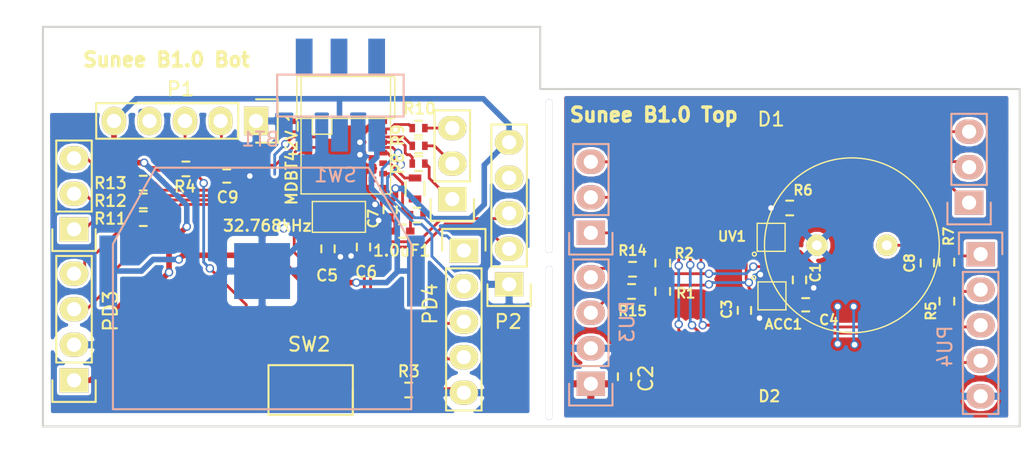
<source format=kicad_pcb>
(kicad_pcb (version 4) (host pcbnew 4.0.2+dfsg1-stable)

  (general
    (links 105)
    (no_connects 3)
    (area 88.069 48.3895 163.642 81.141333)
    (thickness 1.6)
    (drawings 8)
    (tracks 470)
    (zones 0)
    (modules 49)
    (nets 52)
  )

  (page A4)
  (layers
    (0 F.Cu signal)
    (31 B.Cu signal)
    (32 B.Adhes user)
    (33 F.Adhes user)
    (34 B.Paste user)
    (35 F.Paste user)
    (36 B.SilkS user)
    (37 F.SilkS user)
    (38 B.Mask user)
    (39 F.Mask user)
    (40 Dwgs.User user)
    (41 Cmts.User user)
    (42 Eco1.User user)
    (43 Eco2.User user)
    (44 Edge.Cuts user)
    (45 Margin user)
    (46 B.CrtYd user)
    (47 F.CrtYd user)
    (48 B.Fab user)
    (49 F.Fab user)
  )

  (setup
    (last_trace_width 0.2)
    (trace_clearance 0.16)
    (zone_clearance 0.2)
    (zone_45_only yes)
    (trace_min 0.2)
    (segment_width 0.2)
    (edge_width 0.15)
    (via_size 0.6)
    (via_drill 0.4)
    (via_min_size 0.4)
    (via_min_drill 0.3)
    (blind_buried_vias_allowed yes)
    (uvia_size 0.3)
    (uvia_drill 0.1)
    (uvias_allowed no)
    (uvia_min_size 0)
    (uvia_min_drill 0.1)
    (pcb_text_width 0.3)
    (pcb_text_size 1.5 1.5)
    (mod_edge_width 0.15)
    (mod_text_size 1 1)
    (mod_text_width 0.15)
    (pad_size 1.524 1.524)
    (pad_drill 0.762)
    (pad_to_mask_clearance 0.2)
    (aux_axis_origin 0 0)
    (grid_origin 108.585 64.008)
    (visible_elements FFFEFF7F)
    (pcbplotparams
      (layerselection 0x00030_80000001)
      (usegerberextensions false)
      (excludeedgelayer true)
      (linewidth 0.100000)
      (plotframeref false)
      (viasonmask false)
      (mode 1)
      (useauxorigin false)
      (hpglpennumber 1)
      (hpglpenspeed 20)
      (hpglpendiameter 15)
      (hpglpenoverlay 2)
      (psnegative false)
      (psa4output false)
      (plotreference true)
      (plotvalue true)
      (plotinvisibletext false)
      (padsonsilk false)
      (subtractmaskfromsilk false)
      (outputformat 1)
      (mirror false)
      (drillshape 1)
      (scaleselection 1)
      (outputdirectory ""))
  )

  (net 0 "")
  (net 1 "Net-(1.0uF1-Pad1)")
  (net 2 GND)
  (net 3 "Net-(10uH1-Pad1)")
  (net 4 "Net-(10uH1-Pad2)")
  (net 5 /sensors/SCL_UP)
  (net 6 /sensors/INT_ACC2_UP)
  (net 7 /sensors/INT_ACC1_UP)
  (net 8 /sensors/SDA_UP)
  (net 9 "Net-(BT1-Pad1)")
  (net 10 "Net-(BZ1-Pad1)")
  (net 11 "Net-(C5-Pad1)")
  (net 12 "Net-(C6-Pad1)")
  (net 13 VCC)
  (net 14 "Net-(C8-Pad1)")
  (net 15 /BLE/BLE_RESET)
  (net 16 "Net-(D1-Pad4)")
  (net 17 "Net-(D1-Pad3)")
  (net 18 "Net-(D1-Pad2)")
  (net 19 "Net-(D2-Pad4)")
  (net 20 "Net-(D2-Pad3)")
  (net 21 "Net-(D2-Pad2)")
  (net 22 /BLE/LED1)
  (net 23 /BLE/LED2)
  (net 24 /BLE/LED3)
  (net 25 /BLE/LED4)
  (net 26 /BLE/LED6)
  (net 27 /BLE/LED5)
  (net 28 "Net-(MDBT42V_1-Pad19)")
  (net 29 "Net-(MDBT42V_1-Pad17)")
  (net 30 /BLE/INT_UV)
  (net 31 /BLE/SDA)
  (net 32 /BLE/SCL)
  (net 33 "Net-(MDBT42V_1-Pad4)")
  (net 34 "Net-(MDBT42V_1-Pad2)")
  (net 35 /sensors/INT_UV_UP)
  (net 36 "Net-(R3-Pad1)")
  (net 37 "Net-(R6-Pad1)")
  (net 38 "Net-(LED[1..3]D1-Pad1)")
  (net 39 "Net-(LED[1..3]D1-Pad2)")
  (net 40 "Net-(LED[1..3]D1-Pad3)")
  (net 41 "Net-(LED[4..6]D1-Pad1)")
  (net 42 "Net-(LED[4..6]D1-Pad2)")
  (net 43 "Net-(LED[4..6]D1-Pad3)")
  (net 44 BUZZ_D)
  (net 45 BUZZ_U)
  (net 46 VCC_UP)
  (net 47 GND_UP)
  (net 48 /BLE/INT_ACC1)
  (net 49 /BLE/INT_ACC2)
  (net 50 "Net-(PU3-Pad3)")
  (net 51 "Net-(PU3-Pad4)")

  (net_class Default "This is the default net class."
    (clearance 0.16)
    (trace_width 0.2)
    (via_dia 0.6)
    (via_drill 0.4)
    (uvia_dia 0.3)
    (uvia_drill 0.1)
    (add_net /BLE/BLE_RESET)
    (add_net /BLE/INT_ACC1)
    (add_net /BLE/INT_ACC2)
    (add_net /BLE/INT_UV)
    (add_net /BLE/LED1)
    (add_net /BLE/LED2)
    (add_net /BLE/LED3)
    (add_net /BLE/LED4)
    (add_net /BLE/LED5)
    (add_net /BLE/LED6)
    (add_net /BLE/SCL)
    (add_net /BLE/SDA)
    (add_net /sensors/INT_ACC1_UP)
    (add_net /sensors/INT_ACC2_UP)
    (add_net /sensors/INT_UV_UP)
    (add_net /sensors/SCL_UP)
    (add_net /sensors/SDA_UP)
    (add_net BUZZ_D)
    (add_net BUZZ_U)
    (add_net GND_UP)
    (add_net "Net-(1.0uF1-Pad1)")
    (add_net "Net-(10uH1-Pad1)")
    (add_net "Net-(10uH1-Pad2)")
    (add_net "Net-(BZ1-Pad1)")
    (add_net "Net-(C5-Pad1)")
    (add_net "Net-(C6-Pad1)")
    (add_net "Net-(C8-Pad1)")
    (add_net "Net-(D1-Pad2)")
    (add_net "Net-(D1-Pad3)")
    (add_net "Net-(D1-Pad4)")
    (add_net "Net-(D2-Pad2)")
    (add_net "Net-(D2-Pad3)")
    (add_net "Net-(D2-Pad4)")
    (add_net "Net-(LED[1..3]D1-Pad1)")
    (add_net "Net-(LED[1..3]D1-Pad2)")
    (add_net "Net-(LED[1..3]D1-Pad3)")
    (add_net "Net-(LED[4..6]D1-Pad1)")
    (add_net "Net-(LED[4..6]D1-Pad2)")
    (add_net "Net-(LED[4..6]D1-Pad3)")
    (add_net "Net-(MDBT42V_1-Pad17)")
    (add_net "Net-(MDBT42V_1-Pad19)")
    (add_net "Net-(MDBT42V_1-Pad2)")
    (add_net "Net-(MDBT42V_1-Pad4)")
    (add_net "Net-(PU3-Pad3)")
    (add_net "Net-(PU3-Pad4)")
    (add_net "Net-(R3-Pad1)")
    (add_net "Net-(R6-Pad1)")
    (add_net VCC_UP)
  )

  (net_class POWER ""
    (clearance 0.16)
    (trace_width 0.4)
    (via_dia 0.6)
    (via_drill 0.4)
    (uvia_dia 0.3)
    (uvia_drill 0.1)
    (add_net GND)
    (add_net "Net-(BT1-Pad1)")
    (add_net VCC)
  )

  (module Capacitors_SMD:C_0402 (layer F.Cu) (tedit 59C166DD) (tstamp 59B1811E)
    (at 141.5415 70.824 270)
    (descr "Capacitor SMD 0402, reflow soldering, AVX (see smccp.pdf)")
    (tags "capacitor 0402")
    (path /59A4369B/59A5B737)
    (attr smd)
    (fp_text reference C3 (at -0.085 1.27 270) (layer F.SilkS)
      (effects (font (size 0.7 0.7) (thickness 0.15)))
    )
    (fp_text value 0.1uF (at 0 1.7 270) (layer F.Fab)
      (effects (font (size 1 1) (thickness 0.15)))
    )
    (fp_line (start -1.15 -0.6) (end 1.15 -0.6) (layer F.CrtYd) (width 0.05))
    (fp_line (start -1.15 0.6) (end 1.15 0.6) (layer F.CrtYd) (width 0.05))
    (fp_line (start -1.15 -0.6) (end -1.15 0.6) (layer F.CrtYd) (width 0.05))
    (fp_line (start 1.15 -0.6) (end 1.15 0.6) (layer F.CrtYd) (width 0.05))
    (fp_line (start 0.25 -0.475) (end -0.25 -0.475) (layer F.SilkS) (width 0.15))
    (fp_line (start -0.25 0.475) (end 0.25 0.475) (layer F.SilkS) (width 0.15))
    (pad 1 smd rect (at -0.55 0 270) (size 0.6 0.5) (layers F.Cu F.Paste F.Mask)
      (net 46 VCC_UP))
    (pad 2 smd rect (at 0.55 0 270) (size 0.6 0.5) (layers F.Cu F.Paste F.Mask)
      (net 47 GND_UP))
    (model Capacitors_SMD.3dshapes/C_0402.wrl
      (at (xyz 0 0 0))
      (scale (xyz 1 1 1))
      (rotate (xyz 0 0 0))
    )
  )

  (module PS1240P02CT3:PS1240P02 (layer F.Cu) (tedit 59A92361) (tstamp 59B180FA)
    (at 149.225 66.167 180)
    (path /59A5D52C/59A5F9D2)
    (fp_text reference BZ1 (at -0.1 8 180) (layer F.SilkS) hide
      (effects (font (size 1 1) (thickness 0.15)))
    )
    (fp_text value BUZZER (at 0 -7.4 180) (layer F.Fab)
      (effects (font (size 1 1) (thickness 0.15)))
    )
    (fp_circle (center 0 0) (end 6.25 0) (layer F.SilkS) (width 0.1))
    (pad 2 thru_hole circle (at 2.5 0 180) (size 1.524 1.524) (drill 0.7) (layers *.Cu *.Mask F.SilkS)
      (net 47 GND_UP))
    (pad 1 thru_hole circle (at -2.5 0 180) (size 1.524 1.524) (drill 0.7) (layers *.Cu *.Mask F.SilkS)
      (net 10 "Net-(BZ1-Pad1)"))
  )

  (module 3030:3034 (layer B.Cu) (tedit 59B3E961) (tstamp 59B3EB03)
    (at 107.0483 60.6171)
    (path /59B17FFF)
    (fp_text reference BT1 (at -0.127 -2.032) (layer B.SilkS)
      (effects (font (size 1 1) (thickness 0.15)) (justify mirror))
    )
    (fp_text value Battery (at 0 19.177) (layer B.Fab)
      (effects (font (size 1 1) (thickness 0.15)) (justify mirror))
    )
    (fp_line (start 10.668 5.461) (end 7.62 0) (layer B.SilkS) (width 0.15))
    (fp_line (start 10.668 17.272) (end 10.668 5.461) (layer B.SilkS) (width 0.15))
    (fp_line (start -10.668 17.272) (end -10.668 5.461) (layer B.SilkS) (width 0.15))
    (fp_line (start -10.668 5.461) (end -7.62 0) (layer B.SilkS) (width 0.15))
    (fp_line (start 0 17.272) (end 10.6045 17.272) (layer B.SilkS) (width 0.15))
    (fp_line (start -10.6045 17.272) (end 0 17.272) (layer B.SilkS) (width 0.15))
    (fp_line (start -7.62 0) (end 0 0) (layer B.SilkS) (width 0.15))
    (fp_line (start 0 0) (end 7.62 0) (layer B.SilkS) (width 0.15))
    (pad 1 smd rect (at 10.9982 7.3914) (size 1.27 5.08) (layers B.Cu B.Paste B.Mask)
      (net 9 "Net-(BT1-Pad1)"))
    (pad 1 smd rect (at -10.9982 7.3914) (size 1.27 5.08) (layers B.Cu B.Paste B.Mask)
      (net 9 "Net-(BT1-Pad1)"))
    (pad 2 smd rect (at 0 7.3914) (size 4 4) (layers B.Cu B.Paste B.Mask)
      (net 2 GND))
  )

  (module Socket_Strips:Socket_Strip_Straight_1x03 (layer F.Cu) (tedit 59C01C06) (tstamp 59B1C3D4)
    (at 93.599 65.024 90)
    (descr "Through hole socket strip")
    (tags "socket strip")
    (path /59A5D52C/59B19E9F)
    (fp_text reference LED[4..6]D1 (at 0 -3.81 90) (layer F.SilkS) hide
      (effects (font (size 1 1) (thickness 0.15)))
    )
    (fp_text value CONN_01X03 (at 0 -3.1 90) (layer F.Fab)
      (effects (font (size 1 1) (thickness 0.15)))
    )
    (fp_line (start 0 -1.55) (end -1.55 -1.55) (layer F.SilkS) (width 0.15))
    (fp_line (start -1.55 -1.55) (end -1.55 1.55) (layer F.SilkS) (width 0.15))
    (fp_line (start -1.55 1.55) (end 0 1.55) (layer F.SilkS) (width 0.15))
    (fp_line (start -1.75 -1.75) (end -1.75 1.75) (layer F.CrtYd) (width 0.05))
    (fp_line (start 6.85 -1.75) (end 6.85 1.75) (layer F.CrtYd) (width 0.05))
    (fp_line (start -1.75 -1.75) (end 6.85 -1.75) (layer F.CrtYd) (width 0.05))
    (fp_line (start -1.75 1.75) (end 6.85 1.75) (layer F.CrtYd) (width 0.05))
    (fp_line (start 1.27 -1.27) (end 6.35 -1.27) (layer F.SilkS) (width 0.15))
    (fp_line (start 6.35 -1.27) (end 6.35 1.27) (layer F.SilkS) (width 0.15))
    (fp_line (start 6.35 1.27) (end 1.27 1.27) (layer F.SilkS) (width 0.15))
    (fp_line (start 1.27 1.27) (end 1.27 -1.27) (layer F.SilkS) (width 0.15))
    (pad 1 thru_hole rect (at 0 0 90) (size 1.7272 2.032) (drill 1.016) (layers *.Cu *.Mask F.SilkS)
      (net 41 "Net-(LED[4..6]D1-Pad1)"))
    (pad 2 thru_hole oval (at 2.54 0 90) (size 1.7272 2.032) (drill 1.016) (layers *.Cu *.Mask F.SilkS)
      (net 42 "Net-(LED[4..6]D1-Pad2)"))
    (pad 3 thru_hole oval (at 5.08 0 90) (size 1.7272 2.032) (drill 1.016) (layers *.Cu *.Mask F.SilkS)
      (net 43 "Net-(LED[4..6]D1-Pad3)"))
    (model Socket_Strips.3dshapes/Socket_Strip_Straight_1x03.wrl
      (at (xyz 0.1 0 0))
      (scale (xyz 1 1 1))
      (rotate (xyz 0 0 180))
    )
  )

  (module Socket_Strips:Socket_Strip_Straight_1x04 (layer F.Cu) (tedit 0) (tstamp 59B1C3F9)
    (at 93.599 75.819 90)
    (descr "Through hole socket strip")
    (tags "socket strip")
    (path /59A4369B/59B077DC)
    (fp_text reference PD3 (at 4.953 2.6035 270) (layer F.SilkS)
      (effects (font (size 1 1) (thickness 0.15)))
    )
    (fp_text value CONN_01X04 (at 0.127 -4.445 90) (layer F.Fab)
      (effects (font (size 1 1) (thickness 0.15)))
    )
    (fp_line (start -1.75 -1.75) (end -1.75 1.75) (layer F.CrtYd) (width 0.05))
    (fp_line (start 9.4 -1.75) (end 9.4 1.75) (layer F.CrtYd) (width 0.05))
    (fp_line (start -1.75 -1.75) (end 9.4 -1.75) (layer F.CrtYd) (width 0.05))
    (fp_line (start -1.75 1.75) (end 9.4 1.75) (layer F.CrtYd) (width 0.05))
    (fp_line (start 1.27 -1.27) (end 8.89 -1.27) (layer F.SilkS) (width 0.15))
    (fp_line (start 1.27 1.27) (end 8.89 1.27) (layer F.SilkS) (width 0.15))
    (fp_line (start -1.55 1.55) (end 0 1.55) (layer F.SilkS) (width 0.15))
    (fp_line (start 8.89 -1.27) (end 8.89 1.27) (layer F.SilkS) (width 0.15))
    (fp_line (start 1.27 1.27) (end 1.27 -1.27) (layer F.SilkS) (width 0.15))
    (fp_line (start 0 -1.55) (end -1.55 -1.55) (layer F.SilkS) (width 0.15))
    (fp_line (start -1.55 -1.55) (end -1.55 1.55) (layer F.SilkS) (width 0.15))
    (pad 1 thru_hole rect (at 0 0 90) (size 1.7272 2.032) (drill 1.016) (layers *.Cu *.Mask F.SilkS)
      (net 13 VCC))
    (pad 2 thru_hole oval (at 2.54 0 90) (size 1.7272 2.032) (drill 1.016) (layers *.Cu *.Mask F.SilkS)
      (net 2 GND))
    (pad 3 thru_hole oval (at 5.08 0 90) (size 1.7272 2.032) (drill 1.016) (layers *.Cu *.Mask F.SilkS)
      (net 31 /BLE/SDA))
    (pad 4 thru_hole oval (at 7.62 0 90) (size 1.7272 2.032) (drill 1.016) (layers *.Cu *.Mask F.SilkS)
      (net 32 /BLE/SCL))
    (model Socket_Strips.3dshapes/Socket_Strip_Straight_1x04.wrl
      (at (xyz 0.15 0 0))
      (scale (xyz 1 1 1))
      (rotate (xyz 0 0 180))
    )
  )

  (module Capacitors_SMD:C_0402 (layer F.Cu) (tedit 59C1651A) (tstamp 59B180B7)
    (at 117.094 65.151 180)
    (descr "Capacitor SMD 0402, reflow soldering, AVX (see smccp.pdf)")
    (tags "capacitor 0402")
    (path /59A43647/59A57061)
    (attr smd)
    (fp_text reference 1.0uF1 (at 0.0635 -1.397 180) (layer F.SilkS)
      (effects (font (size 0.8 0.8) (thickness 0.15)))
    )
    (fp_text value C_Small (at 0 1.7 180) (layer F.Fab)
      (effects (font (size 1 1) (thickness 0.15)))
    )
    (fp_line (start -1.15 -0.6) (end 1.15 -0.6) (layer F.CrtYd) (width 0.05))
    (fp_line (start -1.15 0.6) (end 1.15 0.6) (layer F.CrtYd) (width 0.05))
    (fp_line (start -1.15 -0.6) (end -1.15 0.6) (layer F.CrtYd) (width 0.05))
    (fp_line (start 1.15 -0.6) (end 1.15 0.6) (layer F.CrtYd) (width 0.05))
    (fp_line (start 0.25 -0.475) (end -0.25 -0.475) (layer F.SilkS) (width 0.15))
    (fp_line (start -0.25 0.475) (end 0.25 0.475) (layer F.SilkS) (width 0.15))
    (pad 1 smd rect (at -0.55 0 180) (size 0.6 0.5) (layers F.Cu F.Paste F.Mask)
      (net 1 "Net-(1.0uF1-Pad1)"))
    (pad 2 smd rect (at 0.55 0 180) (size 0.6 0.5) (layers F.Cu F.Paste F.Mask)
      (net 2 GND))
    (model Capacitors_SMD.3dshapes/C_0402.wrl
      (at (xyz 0 0 0))
      (scale (xyz 1 1 1))
      (rotate (xyz 0 0 0))
    )
  )

  (module Resistors_SMD:R_0603 (layer F.Cu) (tedit 59C164EE) (tstamp 59B180C3)
    (at 117.983 62.103 270)
    (descr "Resistor SMD 0603, reflow soldering, Vishay (see dcrcw.pdf)")
    (tags "resistor 0603")
    (path /59A43647/59A56F50)
    (attr smd)
    (fp_text reference 10uH1 (at 0 -1.9 270) (layer F.SilkS) hide
      (effects (font (size 1 1) (thickness 0.15)))
    )
    (fp_text value L_Small (at 0 1.9 270) (layer F.Fab)
      (effects (font (size 1 1) (thickness 0.15)))
    )
    (fp_line (start -1.3 -0.8) (end 1.3 -0.8) (layer F.CrtYd) (width 0.05))
    (fp_line (start -1.3 0.8) (end 1.3 0.8) (layer F.CrtYd) (width 0.05))
    (fp_line (start -1.3 -0.8) (end -1.3 0.8) (layer F.CrtYd) (width 0.05))
    (fp_line (start 1.3 -0.8) (end 1.3 0.8) (layer F.CrtYd) (width 0.05))
    (fp_line (start 0.5 0.675) (end -0.5 0.675) (layer F.SilkS) (width 0.15))
    (fp_line (start -0.5 -0.675) (end 0.5 -0.675) (layer F.SilkS) (width 0.15))
    (pad 1 smd rect (at -0.75 0 270) (size 0.5 0.9) (layers F.Cu F.Paste F.Mask)
      (net 3 "Net-(10uH1-Pad1)"))
    (pad 2 smd rect (at 0.75 0 270) (size 0.5 0.9) (layers F.Cu F.Paste F.Mask)
      (net 4 "Net-(10uH1-Pad2)"))
    (model Resistors_SMD.3dshapes/R_0603.wrl
      (at (xyz 0 0 0))
      (scale (xyz 1 1 1))
      (rotate (xyz 0 0 0))
    )
  )

  (module Resistors_SMD:R_0402 (layer F.Cu) (tedit 59C16596) (tstamp 59B180CF)
    (at 118.11 64.008 180)
    (descr "Resistor SMD 0402, reflow soldering, Vishay (see dcrcw.pdf)")
    (tags "resistor 0402")
    (path /59A43647/59A56FB5)
    (attr smd)
    (fp_text reference 15nH1 (at 0 -1.8 180) (layer F.SilkS) hide
      (effects (font (size 1 1) (thickness 0.15)))
    )
    (fp_text value L_Small (at 0 1.8 180) (layer F.Fab)
      (effects (font (size 1 1) (thickness 0.15)))
    )
    (fp_line (start -0.95 -0.65) (end 0.95 -0.65) (layer F.CrtYd) (width 0.05))
    (fp_line (start -0.95 0.65) (end 0.95 0.65) (layer F.CrtYd) (width 0.05))
    (fp_line (start -0.95 -0.65) (end -0.95 0.65) (layer F.CrtYd) (width 0.05))
    (fp_line (start 0.95 -0.65) (end 0.95 0.65) (layer F.CrtYd) (width 0.05))
    (fp_line (start 0.25 -0.525) (end -0.25 -0.525) (layer F.SilkS) (width 0.15))
    (fp_line (start -0.25 0.525) (end 0.25 0.525) (layer F.SilkS) (width 0.15))
    (pad 1 smd rect (at -0.45 0 180) (size 0.4 0.6) (layers F.Cu F.Paste F.Mask)
      (net 4 "Net-(10uH1-Pad2)"))
    (pad 2 smd rect (at 0.45 0 180) (size 0.4 0.6) (layers F.Cu F.Paste F.Mask)
      (net 1 "Net-(1.0uF1-Pad1)"))
    (model Resistors_SMD.3dshapes/R_0402.wrl
      (at (xyz 0 0 0))
      (scale (xyz 1 1 1))
      (rotate (xyz 0 0 0))
    )
  )

  (module BMA250E:BMA250E (layer F.Cu) (tedit 59C166E1) (tstamp 59B180E4)
    (at 143.51 69.7865)
    (path /59A4369B/59A5A90C)
    (fp_text reference ACC1 (at 0.8255 2.032) (layer F.SilkS)
      (effects (font (size 0.7 0.7) (thickness 0.15)))
    )
    (fp_text value BMA253 (at 0.2 -2.6) (layer F.Fab)
      (effects (font (size 1 1) (thickness 0.15)))
    )
    (fp_circle (center -1.3 -1.3) (end -1.2 -1.4) (layer F.SilkS) (width 0.1))
    (fp_line (start 1 -1) (end 1 1) (layer F.SilkS) (width 0.1))
    (fp_line (start 1 1) (end -1 1) (layer F.SilkS) (width 0.1))
    (fp_line (start -1 1) (end -1 -1) (layer F.SilkS) (width 0.1))
    (fp_line (start -1 -1) (end 1 -1) (layer F.SilkS) (width 0.1))
    (pad 11 smd rect (at 0.25 -0.815) (size 0.28 0.41) (layers F.Cu F.Paste F.Mask)
      (net 46 VCC_UP))
    (pad 12 smd rect (at -0.25 -0.815) (size 0.28 0.41) (layers F.Cu F.Paste F.Mask)
      (net 5 /sensors/SCL_UP))
    (pad 6 smd rect (at 0.25 0.815) (size 0.28 0.41) (layers F.Cu F.Paste F.Mask)
      (net 6 /sensors/INT_ACC2_UP))
    (pad 5 smd rect (at -0.25 0.815) (size 0.28 0.41) (layers F.Cu F.Paste F.Mask)
      (net 7 /sensors/INT_ACC1_UP))
    (pad 1 smd rect (at -0.815 -0.75) (size 0.41 0.28) (layers F.Cu F.Paste F.Mask)
      (net 47 GND_UP))
    (pad 2 smd rect (at -0.815 -0.25) (size 0.41 0.28) (layers F.Cu F.Paste F.Mask)
      (net 8 /sensors/SDA_UP))
    (pad 3 smd rect (at -0.815 0.25) (size 0.41 0.28) (layers F.Cu F.Paste F.Mask)
      (net 46 VCC_UP))
    (pad 4 smd rect (at -0.815 0.75) (size 0.41 0.28) (layers F.Cu F.Paste F.Mask)
      (net 47 GND_UP))
    (pad 7 smd rect (at 0.815 0.75) (size 0.41 0.28) (layers F.Cu F.Paste F.Mask)
      (net 46 VCC_UP))
    (pad 8 smd rect (at 0.815 0.25) (size 0.41 0.28) (layers F.Cu F.Paste F.Mask)
      (net 47 GND_UP))
    (pad 9 smd rect (at 0.815 -0.25) (size 0.41 0.28) (layers F.Cu F.Paste F.Mask)
      (net 47 GND_UP))
    (pad 10 smd rect (at 0.815 -0.75) (size 0.41 0.28) (layers F.Cu F.Paste F.Mask))
  )

  (module Capacitors_SMD:C_0402 (layer F.Cu) (tedit 59C166F6) (tstamp 59B18106)
    (at 145.4785 68.6435 270)
    (descr "Capacitor SMD 0402, reflow soldering, AVX (see smccp.pdf)")
    (tags "capacitor 0402")
    (path /59A4369B/59A58AFA)
    (attr smd)
    (fp_text reference C1 (at -0.508 -1.143 450) (layer F.SilkS)
      (effects (font (size 0.7 0.7) (thickness 0.15)))
    )
    (fp_text value 0.1uF (at 0 1.7 270) (layer F.Fab)
      (effects (font (size 1 1) (thickness 0.15)))
    )
    (fp_line (start -1.15 -0.6) (end 1.15 -0.6) (layer F.CrtYd) (width 0.05))
    (fp_line (start -1.15 0.6) (end 1.15 0.6) (layer F.CrtYd) (width 0.05))
    (fp_line (start -1.15 -0.6) (end -1.15 0.6) (layer F.CrtYd) (width 0.05))
    (fp_line (start 1.15 -0.6) (end 1.15 0.6) (layer F.CrtYd) (width 0.05))
    (fp_line (start 0.25 -0.475) (end -0.25 -0.475) (layer F.SilkS) (width 0.15))
    (fp_line (start -0.25 0.475) (end 0.25 0.475) (layer F.SilkS) (width 0.15))
    (pad 1 smd rect (at -0.55 0 270) (size 0.6 0.5) (layers F.Cu F.Paste F.Mask)
      (net 46 VCC_UP))
    (pad 2 smd rect (at 0.55 0 270) (size 0.6 0.5) (layers F.Cu F.Paste F.Mask)
      (net 47 GND_UP))
    (model Capacitors_SMD.3dshapes/C_0402.wrl
      (at (xyz 0 0 0))
      (scale (xyz 1 1 1))
      (rotate (xyz 0 0 0))
    )
  )

  (module Capacitors_SMD:C_0402 (layer F.Cu) (tedit 5415D599) (tstamp 59B18112)
    (at 132.969 75.565 90)
    (descr "Capacitor SMD 0402, reflow soldering, AVX (see smccp.pdf)")
    (tags "capacitor 0402")
    (path /59A4369B/59A6BF87)
    (attr smd)
    (fp_text reference C2 (at -0.127 1.524 90) (layer F.SilkS)
      (effects (font (size 1 1) (thickness 0.15)))
    )
    (fp_text value 0.1uF (at 0 1.7 90) (layer F.Fab)
      (effects (font (size 1 1) (thickness 0.15)))
    )
    (fp_line (start -1.15 -0.6) (end 1.15 -0.6) (layer F.CrtYd) (width 0.05))
    (fp_line (start -1.15 0.6) (end 1.15 0.6) (layer F.CrtYd) (width 0.05))
    (fp_line (start -1.15 -0.6) (end -1.15 0.6) (layer F.CrtYd) (width 0.05))
    (fp_line (start 1.15 -0.6) (end 1.15 0.6) (layer F.CrtYd) (width 0.05))
    (fp_line (start 0.25 -0.475) (end -0.25 -0.475) (layer F.SilkS) (width 0.15))
    (fp_line (start -0.25 0.475) (end 0.25 0.475) (layer F.SilkS) (width 0.15))
    (pad 1 smd rect (at -0.55 0 90) (size 0.6 0.5) (layers F.Cu F.Paste F.Mask)
      (net 46 VCC_UP))
    (pad 2 smd rect (at 0.55 0 90) (size 0.6 0.5) (layers F.Cu F.Paste F.Mask)
      (net 47 GND_UP))
    (model Capacitors_SMD.3dshapes/C_0402.wrl
      (at (xyz 0 0 0))
      (scale (xyz 1 1 1))
      (rotate (xyz 0 0 0))
    )
  )

  (module Capacitors_SMD:C_0402 (layer F.Cu) (tedit 59C166EE) (tstamp 59B1812A)
    (at 145.923 70.4215)
    (descr "Capacitor SMD 0402, reflow soldering, AVX (see smccp.pdf)")
    (tags "capacitor 0402")
    (path /59A4369B/59A5D521)
    (attr smd)
    (fp_text reference C4 (at 1.651 1.0795) (layer F.SilkS)
      (effects (font (size 0.7 0.7) (thickness 0.15)))
    )
    (fp_text value 100nF (at 3.556 -3.048) (layer F.Fab)
      (effects (font (size 1 1) (thickness 0.15)))
    )
    (fp_line (start -1.15 -0.6) (end 1.15 -0.6) (layer F.CrtYd) (width 0.05))
    (fp_line (start -1.15 0.6) (end 1.15 0.6) (layer F.CrtYd) (width 0.05))
    (fp_line (start -1.15 -0.6) (end -1.15 0.6) (layer F.CrtYd) (width 0.05))
    (fp_line (start 1.15 -0.6) (end 1.15 0.6) (layer F.CrtYd) (width 0.05))
    (fp_line (start 0.25 -0.475) (end -0.25 -0.475) (layer F.SilkS) (width 0.15))
    (fp_line (start -0.25 0.475) (end 0.25 0.475) (layer F.SilkS) (width 0.15))
    (pad 1 smd rect (at -0.55 0) (size 0.6 0.5) (layers F.Cu F.Paste F.Mask)
      (net 46 VCC_UP))
    (pad 2 smd rect (at 0.55 0) (size 0.6 0.5) (layers F.Cu F.Paste F.Mask)
      (net 47 GND_UP))
    (model Capacitors_SMD.3dshapes/C_0402.wrl
      (at (xyz 0 0 0))
      (scale (xyz 1 1 1))
      (rotate (xyz 0 0 0))
    )
  )

  (module Capacitors_SMD:C_0402 (layer F.Cu) (tedit 59C16531) (tstamp 59B18136)
    (at 111.76 66.421 270)
    (descr "Capacitor SMD 0402, reflow soldering, AVX (see smccp.pdf)")
    (tags "capacitor 0402")
    (path /59A43647/59A6B727)
    (attr smd)
    (fp_text reference C5 (at 1.905 0.0635 360) (layer F.SilkS)
      (effects (font (size 0.8 0.8) (thickness 0.15)))
    )
    (fp_text value 12pF (at 0 1.7 270) (layer F.Fab)
      (effects (font (size 1 1) (thickness 0.15)))
    )
    (fp_line (start -1.15 -0.6) (end 1.15 -0.6) (layer F.CrtYd) (width 0.05))
    (fp_line (start -1.15 0.6) (end 1.15 0.6) (layer F.CrtYd) (width 0.05))
    (fp_line (start -1.15 -0.6) (end -1.15 0.6) (layer F.CrtYd) (width 0.05))
    (fp_line (start 1.15 -0.6) (end 1.15 0.6) (layer F.CrtYd) (width 0.05))
    (fp_line (start 0.25 -0.475) (end -0.25 -0.475) (layer F.SilkS) (width 0.15))
    (fp_line (start -0.25 0.475) (end 0.25 0.475) (layer F.SilkS) (width 0.15))
    (pad 1 smd rect (at -0.55 0 270) (size 0.6 0.5) (layers F.Cu F.Paste F.Mask)
      (net 11 "Net-(C5-Pad1)"))
    (pad 2 smd rect (at 0.55 0 270) (size 0.6 0.5) (layers F.Cu F.Paste F.Mask)
      (net 2 GND))
    (model Capacitors_SMD.3dshapes/C_0402.wrl
      (at (xyz 0 0 0))
      (scale (xyz 1 1 1))
      (rotate (xyz 0 0 0))
    )
  )

  (module Capacitors_SMD:C_0402 (layer F.Cu) (tedit 59C16513) (tstamp 59B18142)
    (at 114.3 66.294 270)
    (descr "Capacitor SMD 0402, reflow soldering, AVX (see smccp.pdf)")
    (tags "capacitor 0402")
    (path /59A43647/59A6B778)
    (attr smd)
    (fp_text reference C6 (at 1.778 -0.1905 360) (layer F.SilkS)
      (effects (font (size 0.8 0.8) (thickness 0.15)))
    )
    (fp_text value 12pF (at 0 1.7 270) (layer F.Fab)
      (effects (font (size 1 1) (thickness 0.15)))
    )
    (fp_line (start -1.15 -0.6) (end 1.15 -0.6) (layer F.CrtYd) (width 0.05))
    (fp_line (start -1.15 0.6) (end 1.15 0.6) (layer F.CrtYd) (width 0.05))
    (fp_line (start -1.15 -0.6) (end -1.15 0.6) (layer F.CrtYd) (width 0.05))
    (fp_line (start 1.15 -0.6) (end 1.15 0.6) (layer F.CrtYd) (width 0.05))
    (fp_line (start 0.25 -0.475) (end -0.25 -0.475) (layer F.SilkS) (width 0.15))
    (fp_line (start -0.25 0.475) (end 0.25 0.475) (layer F.SilkS) (width 0.15))
    (pad 1 smd rect (at -0.55 0 270) (size 0.6 0.5) (layers F.Cu F.Paste F.Mask)
      (net 12 "Net-(C6-Pad1)"))
    (pad 2 smd rect (at 0.55 0 270) (size 0.6 0.5) (layers F.Cu F.Paste F.Mask)
      (net 2 GND))
    (model Capacitors_SMD.3dshapes/C_0402.wrl
      (at (xyz 0 0 0))
      (scale (xyz 1 1 1))
      (rotate (xyz 0 0 0))
    )
  )

  (module Capacitors_SMD:C_0402 (layer F.Cu) (tedit 59C165CC) (tstamp 59B1814E)
    (at 116.205 63.627 270)
    (descr "Capacitor SMD 0402, reflow soldering, AVX (see smccp.pdf)")
    (tags "capacitor 0402")
    (path /59A43647/59A69C81)
    (attr smd)
    (fp_text reference C7 (at 0.635 1.2065 270) (layer F.SilkS)
      (effects (font (size 0.7 0.7) (thickness 0.15)))
    )
    (fp_text value 0.1uF (at 0 1.7 270) (layer F.Fab)
      (effects (font (size 1 1) (thickness 0.15)))
    )
    (fp_line (start -1.15 -0.6) (end 1.15 -0.6) (layer F.CrtYd) (width 0.05))
    (fp_line (start -1.15 0.6) (end 1.15 0.6) (layer F.CrtYd) (width 0.05))
    (fp_line (start -1.15 -0.6) (end -1.15 0.6) (layer F.CrtYd) (width 0.05))
    (fp_line (start 1.15 -0.6) (end 1.15 0.6) (layer F.CrtYd) (width 0.05))
    (fp_line (start 0.25 -0.475) (end -0.25 -0.475) (layer F.SilkS) (width 0.15))
    (fp_line (start -0.25 0.475) (end 0.25 0.475) (layer F.SilkS) (width 0.15))
    (pad 1 smd rect (at -0.55 0 270) (size 0.6 0.5) (layers F.Cu F.Paste F.Mask)
      (net 13 VCC))
    (pad 2 smd rect (at 0.55 0 270) (size 0.6 0.5) (layers F.Cu F.Paste F.Mask)
      (net 2 GND))
    (model Capacitors_SMD.3dshapes/C_0402.wrl
      (at (xyz 0 0 0))
      (scale (xyz 1 1 1))
      (rotate (xyz 0 0 0))
    )
  )

  (module Capacitors_SMD:C_0402 (layer F.Cu) (tedit 59C1661C) (tstamp 59B1815A)
    (at 154.6225 67.437 90)
    (descr "Capacitor SMD 0402, reflow soldering, AVX (see smccp.pdf)")
    (tags "capacitor 0402")
    (path /59A5D52C/59A84B40)
    (attr smd)
    (fp_text reference C8 (at 0 -1.27 90) (layer F.SilkS)
      (effects (font (size 0.7 0.7) (thickness 0.15)))
    )
    (fp_text value 1uF (at 0 1.7 90) (layer F.Fab)
      (effects (font (size 1 1) (thickness 0.15)))
    )
    (fp_line (start -1.15 -0.6) (end 1.15 -0.6) (layer F.CrtYd) (width 0.05))
    (fp_line (start -1.15 0.6) (end 1.15 0.6) (layer F.CrtYd) (width 0.05))
    (fp_line (start -1.15 -0.6) (end -1.15 0.6) (layer F.CrtYd) (width 0.05))
    (fp_line (start 1.15 -0.6) (end 1.15 0.6) (layer F.CrtYd) (width 0.05))
    (fp_line (start 0.25 -0.475) (end -0.25 -0.475) (layer F.SilkS) (width 0.15))
    (fp_line (start -0.25 0.475) (end 0.25 0.475) (layer F.SilkS) (width 0.15))
    (pad 1 smd rect (at -0.55 0 90) (size 0.6 0.5) (layers F.Cu F.Paste F.Mask)
      (net 14 "Net-(C8-Pad1)"))
    (pad 2 smd rect (at 0.55 0 90) (size 0.6 0.5) (layers F.Cu F.Paste F.Mask)
      (net 10 "Net-(BZ1-Pad1)"))
    (model Capacitors_SMD.3dshapes/C_0402.wrl
      (at (xyz 0 0 0))
      (scale (xyz 1 1 1))
      (rotate (xyz 0 0 0))
    )
  )

  (module Capacitors_SMD:C_0402 (layer F.Cu) (tedit 59C01CB0) (tstamp 59B18166)
    (at 104.521 61.214)
    (descr "Capacitor SMD 0402, reflow soldering, AVX (see smccp.pdf)")
    (tags "capacitor 0402")
    (path /59A43647/59B1A58E)
    (attr smd)
    (fp_text reference C9 (at 0.0635 1.524) (layer F.SilkS)
      (effects (font (size 0.8 0.8) (thickness 0.15)))
    )
    (fp_text value 0.1uF (at 0 1.7) (layer F.Fab)
      (effects (font (size 1 1) (thickness 0.15)))
    )
    (fp_line (start -1.15 -0.6) (end 1.15 -0.6) (layer F.CrtYd) (width 0.05))
    (fp_line (start -1.15 0.6) (end 1.15 0.6) (layer F.CrtYd) (width 0.05))
    (fp_line (start -1.15 -0.6) (end -1.15 0.6) (layer F.CrtYd) (width 0.05))
    (fp_line (start 1.15 -0.6) (end 1.15 0.6) (layer F.CrtYd) (width 0.05))
    (fp_line (start 0.25 -0.475) (end -0.25 -0.475) (layer F.SilkS) (width 0.15))
    (fp_line (start -0.25 0.475) (end 0.25 0.475) (layer F.SilkS) (width 0.15))
    (pad 1 smd rect (at -0.55 0) (size 0.6 0.5) (layers F.Cu F.Paste F.Mask)
      (net 15 /BLE/BLE_RESET))
    (pad 2 smd rect (at 0.55 0) (size 0.6 0.5) (layers F.Cu F.Paste F.Mask)
      (net 2 GND))
    (model Capacitors_SMD.3dshapes/C_0402.wrl
      (at (xyz 0 0 0))
      (scale (xyz 1 1 1))
      (rotate (xyz 0 0 0))
    )
  )

  (module MDBT42V:MDBT42V (layer F.Cu) (tedit 59C16570) (tstamp 59B181AE)
    (at 109.835 62.495)
    (path /59A43647/59A49511)
    (fp_text reference MDBT42V_1 (at -0.6785 -2.551 90) (layer F.SilkS)
      (effects (font (size 0.8 0.8) (thickness 0.15)))
    )
    (fp_text value MDBT42V (at 3.3 -9.5) (layer F.Fab)
      (effects (font (size 1 1) (thickness 0.15)))
    )
    (fp_line (start 0.8 -5.4) (end 0.8 -4.275) (layer F.SilkS) (width 0.1))
    (fp_line (start 2.2 -5.4) (end 2.2 -4.275) (layer F.SilkS) (width 0.1))
    (fp_line (start 0.8 -4.275) (end 2.2 -4.275) (layer F.SilkS) (width 0.1))
    (fp_line (start -0.3 -8.4) (end -0.3 -5.4) (layer F.SilkS) (width 0.1))
    (fp_line (start -0.3 -5.4) (end 6.7 -5.4) (layer F.SilkS) (width 0.1))
    (fp_line (start 6.7 -5.4) (end 6.7 -8.4) (layer F.SilkS) (width 0.1))
    (fp_line (start 6.7 -8.4) (end -0.3 -8.4) (layer F.SilkS) (width 0.1))
    (fp_line (start 0 -8.4) (end 6.4 -8.4) (layer F.SilkS) (width 0.1))
    (fp_line (start 6.4 -8.4) (end 6.4 0) (layer F.SilkS) (width 0.1))
    (fp_line (start 6.4 0) (end 0 0) (layer F.SilkS) (width 0.1))
    (fp_line (start 0 0) (end 0 -8.4) (layer F.SilkS) (width 0.1))
    (pad 29 smd rect (at 5.875 -5.2) (size 0.55 0.4) (layers F.Cu F.Paste F.Mask)
      (net 2 GND))
    (pad 28 smd rect (at 5.875 -4.45) (size 0.55 0.4) (layers F.Cu F.Paste F.Mask)
      (net 24 /BLE/LED3))
    (pad 27 smd rect (at 5.1 -4.075) (size 0.55 0.4) (layers F.Cu F.Paste F.Mask)
      (net 23 /BLE/LED2))
    (pad 26 smd rect (at 5.875 -3.7) (size 0.55 0.4) (layers F.Cu F.Paste F.Mask)
      (net 22 /BLE/LED1))
    (pad 25 smd rect (at 5.1 -3.325) (size 0.55 0.4) (layers F.Cu F.Paste F.Mask)
      (net 30 /BLE/INT_UV))
    (pad 24 smd rect (at 5.875 -2.95) (size 0.55 0.4) (layers F.Cu F.Paste F.Mask)
      (net 44 BUZZ_D))
    (pad 23 smd rect (at 5.1 -2.575) (size 0.55 0.4) (layers F.Cu F.Paste F.Mask))
    (pad 22 smd rect (at 5.875 -2.2) (size 0.55 0.4) (layers F.Cu F.Paste F.Mask)
      (net 3 "Net-(10uH1-Pad1)"))
    (pad 21 smd rect (at 5.875 -1.45) (size 0.55 0.4) (layers F.Cu F.Paste F.Mask)
      (net 1 "Net-(1.0uF1-Pad1)"))
    (pad 20 smd rect (at 5.875 -0.45) (size 0.55 0.4) (layers F.Cu F.Paste F.Mask)
      (net 13 VCC))
    (pad 19 smd rect (at 5.1 -1.035) (size 0.55 0.4) (layers F.Cu F.Paste F.Mask)
      (net 28 "Net-(MDBT42V_1-Pad19)"))
    (pad 18 smd rect (at 4.625 -0.45) (size 0.55 0.4) (layers F.Cu F.Paste F.Mask)
      (net 2 GND))
    (pad 17 smd rect (at 4.15 -1.035) (size 0.55 0.4) (layers F.Cu F.Paste F.Mask)
      (net 29 "Net-(MDBT42V_1-Pad17)"))
    (pad 16 smd rect (at 3.675 -0.45) (size 0.55 0.4) (layers F.Cu F.Paste F.Mask)
      (net 12 "Net-(C6-Pad1)"))
    (pad 15 smd rect (at 3.2 -1.035) (size 0.55 0.4) (layers F.Cu F.Paste F.Mask)
      (net 11 "Net-(C5-Pad1)"))
    (pad 14 smd rect (at 2.725 -0.45) (size 0.55 0.4) (layers F.Cu F.Paste F.Mask))
    (pad 13 smd rect (at 2.25 -1.035) (size 0.55 0.4) (layers F.Cu F.Paste F.Mask))
    (pad 12 smd rect (at 1.775 -0.45) (size 0.55 0.4) (layers F.Cu F.Paste F.Mask)
      (net 49 /BLE/INT_ACC2))
    (pad 11 smd rect (at 1.3 -1.035) (size 0.55 0.4) (layers F.Cu F.Paste F.Mask)
      (net 48 /BLE/INT_ACC1))
    (pad 10 smd rect (at 0.525 -0.45) (size 0.55 0.4) (layers F.Cu F.Paste F.Mask)
      (net 2 GND))
    (pad 9 smd rect (at 0.525 -1.45) (size 0.55 0.4) (layers F.Cu F.Paste F.Mask)
      (net 31 /BLE/SDA))
    (pad 8 smd rect (at 0.525 -2.2) (size 0.55 0.4) (layers F.Cu F.Paste F.Mask)
      (net 32 /BLE/SCL))
    (pad 6 smd rect (at 0.525 -2.95) (size 0.55 0.4) (layers F.Cu F.Paste F.Mask)
      (net 27 /BLE/LED5))
    (pad 7 smd rect (at 1.3 -2.575) (size 0.55 0.4) (layers F.Cu F.Paste F.Mask)
      (net 25 /BLE/LED4))
    (pad 5 smd rect (at 1.3 -3.325) (size 0.55 0.4) (layers F.Cu F.Paste F.Mask)
      (net 26 /BLE/LED6))
    (pad 3 smd rect (at 1.3 -4.075) (size 0.55 0.4) (layers F.Cu F.Paste F.Mask)
      (net 15 /BLE/BLE_RESET))
    (pad 4 smd rect (at 0.525 -3.7) (size 0.55 0.4) (layers F.Cu F.Paste F.Mask)
      (net 33 "Net-(MDBT42V_1-Pad4)"))
    (pad 2 smd rect (at 0.525 -4.45) (size 0.55 0.4) (layers F.Cu F.Paste F.Mask)
      (net 34 "Net-(MDBT42V_1-Pad2)"))
    (pad 1 smd rect (at 0.525 -5.2) (size 0.55 0.4) (layers F.Cu F.Paste F.Mask)
      (net 2 GND))
  )

  (module Socket_Strips:Socket_Strip_Straight_1x05 (layer F.Cu) (tedit 0) (tstamp 59B181C2)
    (at 106.6165 57.277 180)
    (descr "Through hole socket strip")
    (tags "socket strip")
    (path /59A43647/59B1DD34)
    (fp_text reference P1 (at 5.3975 2.286 180) (layer F.SilkS)
      (effects (font (size 1 1) (thickness 0.15)))
    )
    (fp_text value CONN_01X05 (at 0 -3.1 180) (layer F.Fab)
      (effects (font (size 1 1) (thickness 0.15)))
    )
    (fp_line (start -1.75 -1.75) (end -1.75 1.75) (layer F.CrtYd) (width 0.05))
    (fp_line (start 11.95 -1.75) (end 11.95 1.75) (layer F.CrtYd) (width 0.05))
    (fp_line (start -1.75 -1.75) (end 11.95 -1.75) (layer F.CrtYd) (width 0.05))
    (fp_line (start -1.75 1.75) (end 11.95 1.75) (layer F.CrtYd) (width 0.05))
    (fp_line (start 1.27 1.27) (end 11.43 1.27) (layer F.SilkS) (width 0.15))
    (fp_line (start 11.43 1.27) (end 11.43 -1.27) (layer F.SilkS) (width 0.15))
    (fp_line (start 11.43 -1.27) (end 1.27 -1.27) (layer F.SilkS) (width 0.15))
    (fp_line (start -1.55 1.55) (end 0 1.55) (layer F.SilkS) (width 0.15))
    (fp_line (start 1.27 1.27) (end 1.27 -1.27) (layer F.SilkS) (width 0.15))
    (fp_line (start 0 -1.55) (end -1.55 -1.55) (layer F.SilkS) (width 0.15))
    (fp_line (start -1.55 -1.55) (end -1.55 1.55) (layer F.SilkS) (width 0.15))
    (pad 1 thru_hole rect (at 0 0 180) (size 1.7272 2.032) (drill 1.016) (layers *.Cu *.Mask F.SilkS)
      (net 2 GND))
    (pad 2 thru_hole oval (at 2.54 0 180) (size 1.7272 2.032) (drill 1.016) (layers *.Cu *.Mask F.SilkS)
      (net 34 "Net-(MDBT42V_1-Pad2)"))
    (pad 3 thru_hole oval (at 5.08 0 180) (size 1.7272 2.032) (drill 1.016) (layers *.Cu *.Mask F.SilkS)
      (net 33 "Net-(MDBT42V_1-Pad4)"))
    (pad 4 thru_hole oval (at 7.62 0 180) (size 1.7272 2.032) (drill 1.016) (layers *.Cu *.Mask F.SilkS))
    (pad 5 thru_hole oval (at 10.16 0 180) (size 1.7272 2.032) (drill 1.016) (layers *.Cu *.Mask F.SilkS)
      (net 13 VCC))
    (model Socket_Strips.3dshapes/Socket_Strip_Straight_1x05.wrl
      (at (xyz 0.2 0 0))
      (scale (xyz 1 1 1))
      (rotate (xyz 0 0 180))
    )
  )

  (module Socket_Strips:Socket_Strip_Straight_1x05 (layer F.Cu) (tedit 0) (tstamp 59B181D6)
    (at 124.714 68.961 90)
    (descr "Through hole socket strip")
    (tags "socket strip")
    (path /59A43647/59B1E1D3)
    (fp_text reference P2 (at -2.667 -0.0635 180) (layer F.SilkS)
      (effects (font (size 1 1) (thickness 0.15)))
    )
    (fp_text value CONN_01X05 (at 0 -3.1 90) (layer F.Fab)
      (effects (font (size 1 1) (thickness 0.15)))
    )
    (fp_line (start -1.75 -1.75) (end -1.75 1.75) (layer F.CrtYd) (width 0.05))
    (fp_line (start 11.95 -1.75) (end 11.95 1.75) (layer F.CrtYd) (width 0.05))
    (fp_line (start -1.75 -1.75) (end 11.95 -1.75) (layer F.CrtYd) (width 0.05))
    (fp_line (start -1.75 1.75) (end 11.95 1.75) (layer F.CrtYd) (width 0.05))
    (fp_line (start 1.27 1.27) (end 11.43 1.27) (layer F.SilkS) (width 0.15))
    (fp_line (start 11.43 1.27) (end 11.43 -1.27) (layer F.SilkS) (width 0.15))
    (fp_line (start 11.43 -1.27) (end 1.27 -1.27) (layer F.SilkS) (width 0.15))
    (fp_line (start -1.55 1.55) (end 0 1.55) (layer F.SilkS) (width 0.15))
    (fp_line (start 1.27 1.27) (end 1.27 -1.27) (layer F.SilkS) (width 0.15))
    (fp_line (start 0 -1.55) (end -1.55 -1.55) (layer F.SilkS) (width 0.15))
    (fp_line (start -1.55 -1.55) (end -1.55 1.55) (layer F.SilkS) (width 0.15))
    (pad 1 thru_hole rect (at 0 0 90) (size 1.7272 2.032) (drill 1.016) (layers *.Cu *.Mask F.SilkS)
      (net 2 GND))
    (pad 2 thru_hole oval (at 2.54 0 90) (size 1.7272 2.032) (drill 1.016) (layers *.Cu *.Mask F.SilkS)
      (net 29 "Net-(MDBT42V_1-Pad17)"))
    (pad 3 thru_hole oval (at 5.08 0 90) (size 1.7272 2.032) (drill 1.016) (layers *.Cu *.Mask F.SilkS)
      (net 28 "Net-(MDBT42V_1-Pad19)"))
    (pad 4 thru_hole oval (at 7.62 0 90) (size 1.7272 2.032) (drill 1.016) (layers *.Cu *.Mask F.SilkS))
    (pad 5 thru_hole oval (at 10.16 0 90) (size 1.7272 2.032) (drill 1.016) (layers *.Cu *.Mask F.SilkS)
      (net 13 VCC))
    (model Socket_Strips.3dshapes/Socket_Strip_Straight_1x05.wrl
      (at (xyz 0.2 0 0))
      (scale (xyz 1 1 1))
      (rotate (xyz 0 0 180))
    )
  )

  (module Resistors_SMD:R_0402 (layer F.Cu) (tedit 59C1666B) (tstamp 59B1822E)
    (at 135.6995 69.469 90)
    (descr "Resistor SMD 0402, reflow soldering, Vishay (see dcrcw.pdf)")
    (tags "resistor 0402")
    (path /59A4369B/59A7FC01)
    (attr smd)
    (fp_text reference R1 (at -0.127 1.651 180) (layer F.SilkS)
      (effects (font (size 0.7 0.7) (thickness 0.15)))
    )
    (fp_text value 5K (at 0 1.8 90) (layer F.Fab)
      (effects (font (size 1 1) (thickness 0.15)))
    )
    (fp_line (start -0.95 -0.65) (end 0.95 -0.65) (layer F.CrtYd) (width 0.05))
    (fp_line (start -0.95 0.65) (end 0.95 0.65) (layer F.CrtYd) (width 0.05))
    (fp_line (start -0.95 -0.65) (end -0.95 0.65) (layer F.CrtYd) (width 0.05))
    (fp_line (start 0.95 -0.65) (end 0.95 0.65) (layer F.CrtYd) (width 0.05))
    (fp_line (start 0.25 -0.525) (end -0.25 -0.525) (layer F.SilkS) (width 0.15))
    (fp_line (start -0.25 0.525) (end 0.25 0.525) (layer F.SilkS) (width 0.15))
    (pad 1 smd rect (at -0.45 0 90) (size 0.4 0.6) (layers F.Cu F.Paste F.Mask)
      (net 46 VCC_UP))
    (pad 2 smd rect (at 0.45 0 90) (size 0.4 0.6) (layers F.Cu F.Paste F.Mask)
      (net 8 /sensors/SDA_UP))
    (model Resistors_SMD.3dshapes/R_0402.wrl
      (at (xyz 0 0 0))
      (scale (xyz 1 1 1))
      (rotate (xyz 0 0 0))
    )
  )

  (module Resistors_SMD:R_0402 (layer F.Cu) (tedit 59C16657) (tstamp 59B1823A)
    (at 135.6995 67.437 270)
    (descr "Resistor SMD 0402, reflow soldering, Vishay (see dcrcw.pdf)")
    (tags "resistor 0402")
    (path /59A4369B/59A7FCB1)
    (attr smd)
    (fp_text reference R2 (at -0.6985 -1.524 360) (layer F.SilkS)
      (effects (font (size 0.7 0.7) (thickness 0.15)))
    )
    (fp_text value 5K (at 0 1.8 270) (layer F.Fab)
      (effects (font (size 1 1) (thickness 0.15)))
    )
    (fp_line (start -0.95 -0.65) (end 0.95 -0.65) (layer F.CrtYd) (width 0.05))
    (fp_line (start -0.95 0.65) (end 0.95 0.65) (layer F.CrtYd) (width 0.05))
    (fp_line (start -0.95 -0.65) (end -0.95 0.65) (layer F.CrtYd) (width 0.05))
    (fp_line (start 0.95 -0.65) (end 0.95 0.65) (layer F.CrtYd) (width 0.05))
    (fp_line (start 0.25 -0.525) (end -0.25 -0.525) (layer F.SilkS) (width 0.15))
    (fp_line (start -0.25 0.525) (end 0.25 0.525) (layer F.SilkS) (width 0.15))
    (pad 1 smd rect (at -0.45 0 270) (size 0.4 0.6) (layers F.Cu F.Paste F.Mask)
      (net 46 VCC_UP))
    (pad 2 smd rect (at 0.45 0 270) (size 0.4 0.6) (layers F.Cu F.Paste F.Mask)
      (net 5 /sensors/SCL_UP))
    (model Resistors_SMD.3dshapes/R_0402.wrl
      (at (xyz 0 0 0))
      (scale (xyz 1 1 1))
      (rotate (xyz 0 0 0))
    )
  )

  (module Resistors_SMD:R_0402 (layer F.Cu) (tedit 59C16491) (tstamp 59B18246)
    (at 117.533 76.5175)
    (descr "Resistor SMD 0402, reflow soldering, Vishay (see dcrcw.pdf)")
    (tags "resistor 0402")
    (path /59A43647/59A58475)
    (attr smd)
    (fp_text reference R3 (at 0.0055 -1.3335) (layer F.SilkS)
      (effects (font (size 0.8 0.8) (thickness 0.15)))
    )
    (fp_text value 330 (at 0 1.8) (layer F.Fab)
      (effects (font (size 1 1) (thickness 0.15)))
    )
    (fp_line (start -0.95 -0.65) (end 0.95 -0.65) (layer F.CrtYd) (width 0.05))
    (fp_line (start -0.95 0.65) (end 0.95 0.65) (layer F.CrtYd) (width 0.05))
    (fp_line (start -0.95 -0.65) (end -0.95 0.65) (layer F.CrtYd) (width 0.05))
    (fp_line (start 0.95 -0.65) (end 0.95 0.65) (layer F.CrtYd) (width 0.05))
    (fp_line (start 0.25 -0.525) (end -0.25 -0.525) (layer F.SilkS) (width 0.15))
    (fp_line (start -0.25 0.525) (end 0.25 0.525) (layer F.SilkS) (width 0.15))
    (pad 1 smd rect (at -0.45 0) (size 0.4 0.6) (layers F.Cu F.Paste F.Mask)
      (net 36 "Net-(R3-Pad1)"))
    (pad 2 smd rect (at 0.45 0) (size 0.4 0.6) (layers F.Cu F.Paste F.Mask)
      (net 2 GND))
    (model Resistors_SMD.3dshapes/R_0402.wrl
      (at (xyz 0 0 0))
      (scale (xyz 1 1 1))
      (rotate (xyz 0 0 0))
    )
  )

  (module Resistors_SMD:R_0402 (layer F.Cu) (tedit 59C01C9D) (tstamp 59B18252)
    (at 101.6 60.706 180)
    (descr "Resistor SMD 0402, reflow soldering, Vishay (see dcrcw.pdf)")
    (tags "resistor 0402")
    (path /59A43647/59A58BA4)
    (attr smd)
    (fp_text reference R4 (at 0.0635 -1.27 180) (layer F.SilkS)
      (effects (font (size 0.8 0.8) (thickness 0.15)))
    )
    (fp_text value 10K (at 0 1.8 180) (layer F.Fab)
      (effects (font (size 1 1) (thickness 0.15)))
    )
    (fp_line (start -0.95 -0.65) (end 0.95 -0.65) (layer F.CrtYd) (width 0.05))
    (fp_line (start -0.95 0.65) (end 0.95 0.65) (layer F.CrtYd) (width 0.05))
    (fp_line (start -0.95 -0.65) (end -0.95 0.65) (layer F.CrtYd) (width 0.05))
    (fp_line (start 0.95 -0.65) (end 0.95 0.65) (layer F.CrtYd) (width 0.05))
    (fp_line (start 0.25 -0.525) (end -0.25 -0.525) (layer F.SilkS) (width 0.15))
    (fp_line (start -0.25 0.525) (end 0.25 0.525) (layer F.SilkS) (width 0.15))
    (pad 1 smd rect (at -0.45 0 180) (size 0.4 0.6) (layers F.Cu F.Paste F.Mask)
      (net 15 /BLE/BLE_RESET))
    (pad 2 smd rect (at 0.45 0 180) (size 0.4 0.6) (layers F.Cu F.Paste F.Mask)
      (net 13 VCC))
    (model Resistors_SMD.3dshapes/R_0402.wrl
      (at (xyz 0 0 0))
      (scale (xyz 1 1 1))
      (rotate (xyz 0 0 0))
    )
  )

  (module Resistors_SMD:R_0402 (layer F.Cu) (tedit 59C16611) (tstamp 59B1825E)
    (at 156.0195 70.1675 90)
    (descr "Resistor SMD 0402, reflow soldering, Vishay (see dcrcw.pdf)")
    (tags "resistor 0402")
    (path /59A4369B/59A58552)
    (attr smd)
    (fp_text reference R5 (at -0.6985 -1.143 90) (layer F.SilkS)
      (effects (font (size 0.7 0.7) (thickness 0.15)))
    )
    (fp_text value 5K (at 0 1.8 90) (layer F.Fab)
      (effects (font (size 1 1) (thickness 0.15)))
    )
    (fp_line (start -0.95 -0.65) (end 0.95 -0.65) (layer F.CrtYd) (width 0.05))
    (fp_line (start -0.95 0.65) (end 0.95 0.65) (layer F.CrtYd) (width 0.05))
    (fp_line (start -0.95 -0.65) (end -0.95 0.65) (layer F.CrtYd) (width 0.05))
    (fp_line (start 0.95 -0.65) (end 0.95 0.65) (layer F.CrtYd) (width 0.05))
    (fp_line (start 0.25 -0.525) (end -0.25 -0.525) (layer F.SilkS) (width 0.15))
    (fp_line (start -0.25 0.525) (end 0.25 0.525) (layer F.SilkS) (width 0.15))
    (pad 1 smd rect (at -0.45 0 90) (size 0.4 0.6) (layers F.Cu F.Paste F.Mask)
      (net 46 VCC_UP))
    (pad 2 smd rect (at 0.45 0 90) (size 0.4 0.6) (layers F.Cu F.Paste F.Mask)
      (net 35 /sensors/INT_UV_UP))
    (model Resistors_SMD.3dshapes/R_0402.wrl
      (at (xyz 0 0 0))
      (scale (xyz 1 1 1))
      (rotate (xyz 0 0 0))
    )
  )

  (module Resistors_SMD:R_0402 (layer F.Cu) (tedit 59C16641) (tstamp 59B1826A)
    (at 144.78 63.5)
    (descr "Resistor SMD 0402, reflow soldering, Vishay (see dcrcw.pdf)")
    (tags "resistor 0402")
    (path /59A4369B/59A5946B)
    (attr smd)
    (fp_text reference R6 (at 0.9525 -1.27) (layer F.SilkS)
      (effects (font (size 0.7 0.7) (thickness 0.15)))
    )
    (fp_text value 10K (at 0 1.8) (layer F.Fab)
      (effects (font (size 1 1) (thickness 0.15)))
    )
    (fp_line (start -0.95 -0.65) (end 0.95 -0.65) (layer F.CrtYd) (width 0.05))
    (fp_line (start -0.95 0.65) (end 0.95 0.65) (layer F.CrtYd) (width 0.05))
    (fp_line (start -0.95 -0.65) (end -0.95 0.65) (layer F.CrtYd) (width 0.05))
    (fp_line (start 0.95 -0.65) (end 0.95 0.65) (layer F.CrtYd) (width 0.05))
    (fp_line (start 0.25 -0.525) (end -0.25 -0.525) (layer F.SilkS) (width 0.15))
    (fp_line (start -0.25 0.525) (end 0.25 0.525) (layer F.SilkS) (width 0.15))
    (pad 1 smd rect (at -0.45 0) (size 0.4 0.6) (layers F.Cu F.Paste F.Mask)
      (net 37 "Net-(R6-Pad1)"))
    (pad 2 smd rect (at 0.45 0) (size 0.4 0.6) (layers F.Cu F.Paste F.Mask)
      (net 46 VCC_UP))
    (model Resistors_SMD.3dshapes/R_0402.wrl
      (at (xyz 0 0 0))
      (scale (xyz 1 1 1))
      (rotate (xyz 0 0 0))
    )
  )

  (module Resistors_SMD:R_0402 (layer F.Cu) (tedit 59C16634) (tstamp 59B18276)
    (at 156.0195 67.3735 270)
    (descr "Resistor SMD 0402, reflow soldering, Vishay (see dcrcw.pdf)")
    (tags "resistor 0402")
    (path /59A5D52C/59A6096F)
    (attr smd)
    (fp_text reference R7 (at -1.8415 -0.127 270) (layer F.SilkS)
      (effects (font (size 0.7 0.7) (thickness 0.15)))
    )
    (fp_text value 330 (at 0 1.8 270) (layer F.Fab)
      (effects (font (size 1 1) (thickness 0.15)))
    )
    (fp_line (start -0.95 -0.65) (end 0.95 -0.65) (layer F.CrtYd) (width 0.05))
    (fp_line (start -0.95 0.65) (end 0.95 0.65) (layer F.CrtYd) (width 0.05))
    (fp_line (start -0.95 -0.65) (end -0.95 0.65) (layer F.CrtYd) (width 0.05))
    (fp_line (start 0.95 -0.65) (end 0.95 0.65) (layer F.CrtYd) (width 0.05))
    (fp_line (start 0.25 -0.525) (end -0.25 -0.525) (layer F.SilkS) (width 0.15))
    (fp_line (start -0.25 0.525) (end 0.25 0.525) (layer F.SilkS) (width 0.15))
    (pad 1 smd rect (at -0.45 0 270) (size 0.4 0.6) (layers F.Cu F.Paste F.Mask)
      (net 45 BUZZ_U))
    (pad 2 smd rect (at 0.45 0 270) (size 0.4 0.6) (layers F.Cu F.Paste F.Mask)
      (net 14 "Net-(C8-Pad1)"))
    (model Resistors_SMD.3dshapes/R_0402.wrl
      (at (xyz 0 0 0))
      (scale (xyz 1 1 1))
      (rotate (xyz 0 0 0))
    )
  )

  (module Resistors_SMD:R_0402 (layer F.Cu) (tedit 59C3C75F) (tstamp 59B18282)
    (at 118.237 60.325)
    (descr "Resistor SMD 0402, reflow soldering, Vishay (see dcrcw.pdf)")
    (tags "resistor 0402")
    (path /59A5D52C/59A5DAC4)
    (attr smd)
    (fp_text reference R8 (at -1.4605 0 90) (layer F.SilkS)
      (effects (font (size 0.8 0.8) (thickness 0.15)))
    )
    (fp_text value 330 (at 0 1.8) (layer F.Fab)
      (effects (font (size 1 1) (thickness 0.15)))
    )
    (fp_line (start -0.95 -0.65) (end 0.95 -0.65) (layer F.CrtYd) (width 0.05))
    (fp_line (start -0.95 0.65) (end 0.95 0.65) (layer F.CrtYd) (width 0.05))
    (fp_line (start -0.95 -0.65) (end -0.95 0.65) (layer F.CrtYd) (width 0.05))
    (fp_line (start 0.95 -0.65) (end 0.95 0.65) (layer F.CrtYd) (width 0.05))
    (fp_line (start 0.25 -0.525) (end -0.25 -0.525) (layer F.SilkS) (width 0.15))
    (fp_line (start -0.25 0.525) (end 0.25 0.525) (layer F.SilkS) (width 0.15))
    (pad 1 smd rect (at -0.45 0) (size 0.4 0.6) (layers F.Cu F.Paste F.Mask)
      (net 22 /BLE/LED1))
    (pad 2 smd rect (at 0.45 0) (size 0.4 0.6) (layers F.Cu F.Paste F.Mask)
      (net 38 "Net-(LED[1..3]D1-Pad1)"))
    (model Resistors_SMD.3dshapes/R_0402.wrl
      (at (xyz 0 0 0))
      (scale (xyz 1 1 1))
      (rotate (xyz 0 0 0))
    )
  )

  (module Resistors_SMD:R_0402 (layer F.Cu) (tedit 59C3C759) (tstamp 59B1828E)
    (at 118.237 59.055)
    (descr "Resistor SMD 0402, reflow soldering, Vishay (see dcrcw.pdf)")
    (tags "resistor 0402")
    (path /59A5D52C/59A5DB19)
    (attr smd)
    (fp_text reference R9 (at -1.4605 -0.762 90) (layer F.SilkS)
      (effects (font (size 0.8 0.8) (thickness 0.15)))
    )
    (fp_text value 330 (at 2.286 0) (layer F.Fab)
      (effects (font (size 1 1) (thickness 0.15)))
    )
    (fp_line (start -0.95 -0.65) (end 0.95 -0.65) (layer F.CrtYd) (width 0.05))
    (fp_line (start -0.95 0.65) (end 0.95 0.65) (layer F.CrtYd) (width 0.05))
    (fp_line (start -0.95 -0.65) (end -0.95 0.65) (layer F.CrtYd) (width 0.05))
    (fp_line (start 0.95 -0.65) (end 0.95 0.65) (layer F.CrtYd) (width 0.05))
    (fp_line (start 0.25 -0.525) (end -0.25 -0.525) (layer F.SilkS) (width 0.15))
    (fp_line (start -0.25 0.525) (end 0.25 0.525) (layer F.SilkS) (width 0.15))
    (pad 1 smd rect (at -0.45 0) (size 0.4 0.6) (layers F.Cu F.Paste F.Mask)
      (net 23 /BLE/LED2))
    (pad 2 smd rect (at 0.45 0) (size 0.4 0.6) (layers F.Cu F.Paste F.Mask)
      (net 39 "Net-(LED[1..3]D1-Pad2)"))
    (model Resistors_SMD.3dshapes/R_0402.wrl
      (at (xyz 0 0 0))
      (scale (xyz 1 1 1))
      (rotate (xyz 0 0 0))
    )
  )

  (module Resistors_SMD:R_0402 (layer F.Cu) (tedit 59C3C754) (tstamp 59B1829A)
    (at 118.237 57.785)
    (descr "Resistor SMD 0402, reflow soldering, Vishay (see dcrcw.pdf)")
    (tags "resistor 0402")
    (path /59A5D52C/59A5DB52)
    (attr smd)
    (fp_text reference R10 (at 0.0635 -1.397) (layer F.SilkS)
      (effects (font (size 0.8 0.8) (thickness 0.15)))
    )
    (fp_text value 330 (at 2.54 -0.254) (layer F.Fab)
      (effects (font (size 1 1) (thickness 0.15)))
    )
    (fp_line (start -0.95 -0.65) (end 0.95 -0.65) (layer F.CrtYd) (width 0.05))
    (fp_line (start -0.95 0.65) (end 0.95 0.65) (layer F.CrtYd) (width 0.05))
    (fp_line (start -0.95 -0.65) (end -0.95 0.65) (layer F.CrtYd) (width 0.05))
    (fp_line (start 0.95 -0.65) (end 0.95 0.65) (layer F.CrtYd) (width 0.05))
    (fp_line (start 0.25 -0.525) (end -0.25 -0.525) (layer F.SilkS) (width 0.15))
    (fp_line (start -0.25 0.525) (end 0.25 0.525) (layer F.SilkS) (width 0.15))
    (pad 1 smd rect (at -0.45 0) (size 0.4 0.6) (layers F.Cu F.Paste F.Mask)
      (net 24 /BLE/LED3))
    (pad 2 smd rect (at 0.45 0) (size 0.4 0.6) (layers F.Cu F.Paste F.Mask)
      (net 40 "Net-(LED[1..3]D1-Pad3)"))
    (model Resistors_SMD.3dshapes/R_0402.wrl
      (at (xyz 0 0 0))
      (scale (xyz 1 1 1))
      (rotate (xyz 0 0 0))
    )
  )

  (module Resistors_SMD:R_0402 (layer F.Cu) (tedit 59C01C96) (tstamp 59B182A6)
    (at 98.552 64.262 180)
    (descr "Resistor SMD 0402, reflow soldering, Vishay (see dcrcw.pdf)")
    (tags "resistor 0402")
    (path /59A5D52C/59A5DB6F)
    (attr smd)
    (fp_text reference R11 (at 2.3495 0 180) (layer F.SilkS)
      (effects (font (size 0.8 0.8) (thickness 0.15)))
    )
    (fp_text value 330 (at 0 1.8 180) (layer F.Fab)
      (effects (font (size 1 1) (thickness 0.15)))
    )
    (fp_line (start -0.95 -0.65) (end 0.95 -0.65) (layer F.CrtYd) (width 0.05))
    (fp_line (start -0.95 0.65) (end 0.95 0.65) (layer F.CrtYd) (width 0.05))
    (fp_line (start -0.95 -0.65) (end -0.95 0.65) (layer F.CrtYd) (width 0.05))
    (fp_line (start 0.95 -0.65) (end 0.95 0.65) (layer F.CrtYd) (width 0.05))
    (fp_line (start 0.25 -0.525) (end -0.25 -0.525) (layer F.SilkS) (width 0.15))
    (fp_line (start -0.25 0.525) (end 0.25 0.525) (layer F.SilkS) (width 0.15))
    (pad 1 smd rect (at -0.45 0 180) (size 0.4 0.6) (layers F.Cu F.Paste F.Mask)
      (net 25 /BLE/LED4))
    (pad 2 smd rect (at 0.45 0 180) (size 0.4 0.6) (layers F.Cu F.Paste F.Mask)
      (net 41 "Net-(LED[4..6]D1-Pad1)"))
    (model Resistors_SMD.3dshapes/R_0402.wrl
      (at (xyz 0 0 0))
      (scale (xyz 1 1 1))
      (rotate (xyz 0 0 0))
    )
  )

  (module Resistors_SMD:R_0402 (layer F.Cu) (tedit 59C01C88) (tstamp 59B182B2)
    (at 98.552 62.992 180)
    (descr "Resistor SMD 0402, reflow soldering, Vishay (see dcrcw.pdf)")
    (tags "resistor 0402")
    (path /59A5D52C/59A5DB92)
    (attr smd)
    (fp_text reference R12 (at 2.3495 0 180) (layer F.SilkS)
      (effects (font (size 0.8 0.8) (thickness 0.15)))
    )
    (fp_text value 330 (at 0 1.8 180) (layer F.Fab)
      (effects (font (size 1 1) (thickness 0.15)))
    )
    (fp_line (start -0.95 -0.65) (end 0.95 -0.65) (layer F.CrtYd) (width 0.05))
    (fp_line (start -0.95 0.65) (end 0.95 0.65) (layer F.CrtYd) (width 0.05))
    (fp_line (start -0.95 -0.65) (end -0.95 0.65) (layer F.CrtYd) (width 0.05))
    (fp_line (start 0.95 -0.65) (end 0.95 0.65) (layer F.CrtYd) (width 0.05))
    (fp_line (start 0.25 -0.525) (end -0.25 -0.525) (layer F.SilkS) (width 0.15))
    (fp_line (start -0.25 0.525) (end 0.25 0.525) (layer F.SilkS) (width 0.15))
    (pad 1 smd rect (at -0.45 0 180) (size 0.4 0.6) (layers F.Cu F.Paste F.Mask)
      (net 27 /BLE/LED5))
    (pad 2 smd rect (at 0.45 0 180) (size 0.4 0.6) (layers F.Cu F.Paste F.Mask)
      (net 42 "Net-(LED[4..6]D1-Pad2)"))
    (model Resistors_SMD.3dshapes/R_0402.wrl
      (at (xyz 0 0 0))
      (scale (xyz 1 1 1))
      (rotate (xyz 0 0 0))
    )
  )

  (module Resistors_SMD:R_0402 (layer F.Cu) (tedit 59C01C7F) (tstamp 59B182BE)
    (at 98.552 61.722 180)
    (descr "Resistor SMD 0402, reflow soldering, Vishay (see dcrcw.pdf)")
    (tags "resistor 0402")
    (path /59A5D52C/59A5DBBB)
    (attr smd)
    (fp_text reference R13 (at 2.3495 0 180) (layer F.SilkS)
      (effects (font (size 0.8 0.8) (thickness 0.15)))
    )
    (fp_text value 330 (at 0 1.8 180) (layer F.Fab)
      (effects (font (size 1 1) (thickness 0.15)))
    )
    (fp_line (start -0.95 -0.65) (end 0.95 -0.65) (layer F.CrtYd) (width 0.05))
    (fp_line (start -0.95 0.65) (end 0.95 0.65) (layer F.CrtYd) (width 0.05))
    (fp_line (start -0.95 -0.65) (end -0.95 0.65) (layer F.CrtYd) (width 0.05))
    (fp_line (start 0.95 -0.65) (end 0.95 0.65) (layer F.CrtYd) (width 0.05))
    (fp_line (start 0.25 -0.525) (end -0.25 -0.525) (layer F.SilkS) (width 0.15))
    (fp_line (start -0.25 0.525) (end 0.25 0.525) (layer F.SilkS) (width 0.15))
    (pad 1 smd rect (at -0.45 0 180) (size 0.4 0.6) (layers F.Cu F.Paste F.Mask)
      (net 26 /BLE/LED6))
    (pad 2 smd rect (at 0.45 0 180) (size 0.4 0.6) (layers F.Cu F.Paste F.Mask)
      (net 43 "Net-(LED[4..6]D1-Pad3)"))
    (model Resistors_SMD.3dshapes/R_0402.wrl
      (at (xyz 0 0 0))
      (scale (xyz 1 1 1))
      (rotate (xyz 0 0 0))
    )
  )

  (module DPDT:DPDT (layer B.Cu) (tedit 59A93084) (tstamp 59B182CD)
    (at 112.649 55.4355 180)
    (path /59A906BB)
    (fp_text reference SW1 (at 0.3556 -5.707 180) (layer B.SilkS)
      (effects (font (size 1 1) (thickness 0.15)) (justify mirror))
    )
    (fp_text value Power (at 0.127 5.961 180) (layer B.Fab)
      (effects (font (size 1 1) (thickness 0.15)) (justify mirror))
    )
    (fp_line (start 4.5212 1.4732) (end 4.5212 -1.524) (layer B.SilkS) (width 0.15))
    (fp_line (start 4.5212 -1.524) (end -4.5212 -1.524) (layer B.SilkS) (width 0.15))
    (fp_line (start -4.5212 1.4732) (end -4.5212 -1.524) (layer B.SilkS) (width 0.15))
    (fp_line (start -3.2004 1.4732) (end 4.5212 1.4732) (layer B.SilkS) (width 0.15))
    (fp_line (start -3.2004 1.4732) (end -4.5212 1.4732) (layer B.SilkS) (width 0.15))
    (pad 1 smd rect (at -2.6035 -2.7813 180) (size 1.2 2.5) (layers B.Cu B.Paste B.Mask)
      (net 9 "Net-(BT1-Pad1)"))
    (pad 2 smd rect (at 0.0635 -2.7813 180) (size 1.2 2.5) (layers B.Cu B.Paste B.Mask)
      (net 13 VCC))
    (pad 3 smd rect (at 2.6035 -2.7813 180) (size 1.2 2.5) (layers B.Cu B.Paste B.Mask))
    (pad 4 smd rect (at -2.5908 2.794 180) (size 1.2 2.5) (layers B.Cu B.Paste B.Mask))
    (pad 5 smd rect (at 0.1016 2.794 180) (size 1.2 2.5) (layers B.Cu B.Paste B.Mask))
    (pad 6 smd rect (at 2.5908 2.794 180) (size 1.2 2.5) (layers B.Cu B.Paste B.Mask))
  )

  (module FSMSM:FSMSM (layer F.Cu) (tedit 59A92B89) (tstamp 59B182D8)
    (at 110.617 76.454 180)
    (path /59A43647/59A578FC)
    (fp_text reference SW2 (at 0.2032 3.2051 180) (layer F.SilkS)
      (effects (font (size 1 1) (thickness 0.15)))
    )
    (fp_text value SW_PUSH (at 0.0889 -2.9638 180) (layer F.Fab)
      (effects (font (size 1 1) (thickness 0.15)))
    )
    (fp_line (start -2.8575 1.7145) (end 3.1115 1.7145) (layer F.SilkS) (width 0.15))
    (fp_line (start -2.921 -1.8415) (end 3.1115 -1.8415) (layer F.SilkS) (width 0.15))
    (fp_line (start 3.1115 1.7145) (end 3.1115 -1.8415) (layer F.SilkS) (width 0.15))
    (fp_line (start -2.921 -0.0635) (end -2.921 -1.8415) (layer F.SilkS) (width 0.15))
    (fp_line (start -2.921 -1.8415) (end -2.921 1.7145) (layer F.SilkS) (width 0.15))
    (pad 1 smd rect (at -4.5466 -0.0254 180) (size 2.18 1.6) (layers F.Cu F.Paste F.Mask)
      (net 36 "Net-(R3-Pad1)"))
    (pad 2 smd rect (at 4.699 0 180) (size 2.18 1.6) (layers F.Cu F.Paste F.Mask)
      (net 15 /BLE/BLE_RESET))
  )

  (module K135:K135 (layer F.Cu) (tedit 59C16554) (tstamp 59B182F7)
    (at 112.542 64.135)
    (path /59A43647/59A6B5DD)
    (fp_text reference Y1 (at 0 2) (layer F.SilkS)
      (effects (font (size 0 0) (thickness 0.15)))
    )
    (fp_text value "32.768 kHz" (at 0 -2) (layer F.Fab)
      (effects (font (size 0 0) (thickness 0.15)))
    )
    (fp_text user " 32.768kHz" (at -5.4175 0.635) (layer F.SilkS)
      (effects (font (size 0.8 0.8) (thickness 0.15)))
    )
    (fp_line (start 1.9 1.1) (end -1.9 1.1) (layer F.SilkS) (width 0.1))
    (fp_line (start -1.9 1.1) (end -1.9 -1.1) (layer F.SilkS) (width 0.1))
    (fp_line (start 1.9 1.1) (end 1.9 1) (layer F.SilkS) (width 0.1))
    (fp_line (start -1.9 -1.1) (end 1.9 -1.1) (layer F.SilkS) (width 0.1))
    (fp_line (start 1.9 -1.1) (end 1.9 1) (layer F.SilkS) (width 0.1))
    (pad 2 smd rect (at 1.25 0) (size 1.1 1.9) (layers F.Cu F.Paste F.Mask)
      (net 12 "Net-(C6-Pad1)"))
    (pad 1 smd rect (at -1.25 0) (size 1.1 1.9) (layers F.Cu F.Paste F.Mask)
      (net 11 "Net-(C5-Pad1)"))
  )

  (module Socket_Strips:Socket_Strip_Straight_1x03 (layer F.Cu) (tedit 59C164AE) (tstamp 59B1C3B0)
    (at 120.65 62.865 90)
    (descr "Through hole socket strip")
    (tags "socket strip")
    (path /59A5D52C/59B19548)
    (fp_text reference LED[1..3]D1 (at 0.635 5.715 90) (layer F.SilkS) hide
      (effects (font (size 1 1) (thickness 0.15)))
    )
    (fp_text value CONN_01X03 (at 3.81 8.89 90) (layer F.Fab)
      (effects (font (size 1 1) (thickness 0.15)))
    )
    (fp_line (start 0 -1.55) (end -1.55 -1.55) (layer F.SilkS) (width 0.15))
    (fp_line (start -1.55 -1.55) (end -1.55 1.55) (layer F.SilkS) (width 0.15))
    (fp_line (start -1.55 1.55) (end 0 1.55) (layer F.SilkS) (width 0.15))
    (fp_line (start -1.75 -1.75) (end -1.75 1.75) (layer F.CrtYd) (width 0.05))
    (fp_line (start 6.85 -1.75) (end 6.85 1.75) (layer F.CrtYd) (width 0.05))
    (fp_line (start -1.75 -1.75) (end 6.85 -1.75) (layer F.CrtYd) (width 0.05))
    (fp_line (start -1.75 1.75) (end 6.85 1.75) (layer F.CrtYd) (width 0.05))
    (fp_line (start 1.27 -1.27) (end 6.35 -1.27) (layer F.SilkS) (width 0.15))
    (fp_line (start 6.35 -1.27) (end 6.35 1.27) (layer F.SilkS) (width 0.15))
    (fp_line (start 6.35 1.27) (end 1.27 1.27) (layer F.SilkS) (width 0.15))
    (fp_line (start 1.27 1.27) (end 1.27 -1.27) (layer F.SilkS) (width 0.15))
    (pad 1 thru_hole rect (at 0 0 90) (size 1.7272 2.032) (drill 1.016) (layers *.Cu *.Mask F.SilkS)
      (net 38 "Net-(LED[1..3]D1-Pad1)"))
    (pad 2 thru_hole oval (at 2.54 0 90) (size 1.7272 2.032) (drill 1.016) (layers *.Cu *.Mask F.SilkS)
      (net 39 "Net-(LED[1..3]D1-Pad2)"))
    (pad 3 thru_hole oval (at 5.08 0 90) (size 1.7272 2.032) (drill 1.016) (layers *.Cu *.Mask F.SilkS)
      (net 40 "Net-(LED[1..3]D1-Pad3)"))
    (model Socket_Strips.3dshapes/Socket_Strip_Straight_1x03.wrl
      (at (xyz 0.1 0 0))
      (scale (xyz 1 1 1))
      (rotate (xyz 0 0 180))
    )
  )

  (module Socket_Strips:Socket_Strip_Straight_1x03 (layer B.Cu) (tedit 59C16720) (tstamp 59B1C3C2)
    (at 157.607 63.119 90)
    (descr "Through hole socket strip")
    (tags "socket strip")
    (path /59A5D52C/59B19747)
    (fp_text reference LED[1..3]U1 (at 0 5.1 90) (layer B.SilkS) hide
      (effects (font (size 1 1) (thickness 0.15)) (justify mirror))
    )
    (fp_text value CONN_01X03 (at 0 3.1 90) (layer B.Fab)
      (effects (font (size 1 1) (thickness 0.15)) (justify mirror))
    )
    (fp_line (start 0 1.55) (end -1.55 1.55) (layer B.SilkS) (width 0.15))
    (fp_line (start -1.55 1.55) (end -1.55 -1.55) (layer B.SilkS) (width 0.15))
    (fp_line (start -1.55 -1.55) (end 0 -1.55) (layer B.SilkS) (width 0.15))
    (fp_line (start -1.75 1.75) (end -1.75 -1.75) (layer B.CrtYd) (width 0.05))
    (fp_line (start 6.85 1.75) (end 6.85 -1.75) (layer B.CrtYd) (width 0.05))
    (fp_line (start -1.75 1.75) (end 6.85 1.75) (layer B.CrtYd) (width 0.05))
    (fp_line (start -1.75 -1.75) (end 6.85 -1.75) (layer B.CrtYd) (width 0.05))
    (fp_line (start 1.27 1.27) (end 6.35 1.27) (layer B.SilkS) (width 0.15))
    (fp_line (start 6.35 1.27) (end 6.35 -1.27) (layer B.SilkS) (width 0.15))
    (fp_line (start 6.35 -1.27) (end 1.27 -1.27) (layer B.SilkS) (width 0.15))
    (fp_line (start 1.27 -1.27) (end 1.27 1.27) (layer B.SilkS) (width 0.15))
    (pad 1 thru_hole rect (at 0 0 90) (size 1.7272 2.032) (drill 1.016) (layers *.Cu *.Mask B.SilkS)
      (net 16 "Net-(D1-Pad4)"))
    (pad 2 thru_hole oval (at 2.54 0 90) (size 1.7272 2.032) (drill 1.016) (layers *.Cu *.Mask B.SilkS)
      (net 17 "Net-(D1-Pad3)"))
    (pad 3 thru_hole oval (at 5.08 0 90) (size 1.7272 2.032) (drill 1.016) (layers *.Cu *.Mask B.SilkS)
      (net 18 "Net-(D1-Pad2)"))
    (model Socket_Strips.3dshapes/Socket_Strip_Straight_1x03.wrl
      (at (xyz 0.1 0 0))
      (scale (xyz 1 1 1))
      (rotate (xyz 0 0 180))
    )
  )

  (module Socket_Strips:Socket_Strip_Straight_1x03 (layer B.Cu) (tedit 59C1665B) (tstamp 59B1C3E6)
    (at 130.556 65.278 90)
    (descr "Through hole socket strip")
    (tags "socket strip")
    (path /59A5D52C/59B19EA5)
    (fp_text reference LED[4..6]U1 (at 0 5.1 90) (layer B.SilkS) hide
      (effects (font (size 1 1) (thickness 0.15)) (justify mirror))
    )
    (fp_text value CONN_01X03 (at 0 3.1 90) (layer B.Fab)
      (effects (font (size 1 1) (thickness 0.15)) (justify mirror))
    )
    (fp_line (start 0 1.55) (end -1.55 1.55) (layer B.SilkS) (width 0.15))
    (fp_line (start -1.55 1.55) (end -1.55 -1.55) (layer B.SilkS) (width 0.15))
    (fp_line (start -1.55 -1.55) (end 0 -1.55) (layer B.SilkS) (width 0.15))
    (fp_line (start -1.75 1.75) (end -1.75 -1.75) (layer B.CrtYd) (width 0.05))
    (fp_line (start 6.85 1.75) (end 6.85 -1.75) (layer B.CrtYd) (width 0.05))
    (fp_line (start -1.75 1.75) (end 6.85 1.75) (layer B.CrtYd) (width 0.05))
    (fp_line (start -1.75 -1.75) (end 6.85 -1.75) (layer B.CrtYd) (width 0.05))
    (fp_line (start 1.27 1.27) (end 6.35 1.27) (layer B.SilkS) (width 0.15))
    (fp_line (start 6.35 1.27) (end 6.35 -1.27) (layer B.SilkS) (width 0.15))
    (fp_line (start 6.35 -1.27) (end 1.27 -1.27) (layer B.SilkS) (width 0.15))
    (fp_line (start 1.27 -1.27) (end 1.27 1.27) (layer B.SilkS) (width 0.15))
    (pad 1 thru_hole rect (at 0 0 90) (size 1.7272 2.032) (drill 1.016) (layers *.Cu *.Mask B.SilkS)
      (net 19 "Net-(D2-Pad4)"))
    (pad 2 thru_hole oval (at 2.54 0 90) (size 1.7272 2.032) (drill 1.016) (layers *.Cu *.Mask B.SilkS)
      (net 20 "Net-(D2-Pad3)"))
    (pad 3 thru_hole oval (at 5.08 0 90) (size 1.7272 2.032) (drill 1.016) (layers *.Cu *.Mask B.SilkS)
      (net 21 "Net-(D2-Pad2)"))
    (model Socket_Strips.3dshapes/Socket_Strip_Straight_1x03.wrl
      (at (xyz 0.1 0 0))
      (scale (xyz 1 1 1))
      (rotate (xyz 0 0 180))
    )
  )

  (module Socket_Strips:Socket_Strip_Straight_1x04 (layer B.Cu) (tedit 0) (tstamp 59B1C41F)
    (at 130.556 76.073 90)
    (descr "Through hole socket strip")
    (tags "socket strip")
    (path /59A4369B/59B0733A)
    (fp_text reference PU3 (at 4.445 2.6035 90) (layer B.SilkS)
      (effects (font (size 1 1) (thickness 0.15)) (justify mirror))
    )
    (fp_text value CONN_01X04 (at 0 3.1 90) (layer B.Fab)
      (effects (font (size 1 1) (thickness 0.15)) (justify mirror))
    )
    (fp_line (start -1.75 1.75) (end -1.75 -1.75) (layer B.CrtYd) (width 0.05))
    (fp_line (start 9.4 1.75) (end 9.4 -1.75) (layer B.CrtYd) (width 0.05))
    (fp_line (start -1.75 1.75) (end 9.4 1.75) (layer B.CrtYd) (width 0.05))
    (fp_line (start -1.75 -1.75) (end 9.4 -1.75) (layer B.CrtYd) (width 0.05))
    (fp_line (start 1.27 1.27) (end 8.89 1.27) (layer B.SilkS) (width 0.15))
    (fp_line (start 1.27 -1.27) (end 8.89 -1.27) (layer B.SilkS) (width 0.15))
    (fp_line (start -1.55 -1.55) (end 0 -1.55) (layer B.SilkS) (width 0.15))
    (fp_line (start 8.89 1.27) (end 8.89 -1.27) (layer B.SilkS) (width 0.15))
    (fp_line (start 1.27 -1.27) (end 1.27 1.27) (layer B.SilkS) (width 0.15))
    (fp_line (start 0 1.55) (end -1.55 1.55) (layer B.SilkS) (width 0.15))
    (fp_line (start -1.55 1.55) (end -1.55 -1.55) (layer B.SilkS) (width 0.15))
    (pad 1 thru_hole rect (at 0 0 90) (size 1.7272 2.032) (drill 1.016) (layers *.Cu *.Mask B.SilkS)
      (net 46 VCC_UP))
    (pad 2 thru_hole oval (at 2.54 0 90) (size 1.7272 2.032) (drill 1.016) (layers *.Cu *.Mask B.SilkS)
      (net 47 GND_UP))
    (pad 3 thru_hole oval (at 5.08 0 90) (size 1.7272 2.032) (drill 1.016) (layers *.Cu *.Mask B.SilkS)
      (net 50 "Net-(PU3-Pad3)"))
    (pad 4 thru_hole oval (at 7.62 0 90) (size 1.7272 2.032) (drill 1.016) (layers *.Cu *.Mask B.SilkS)
      (net 51 "Net-(PU3-Pad4)"))
    (model Socket_Strips.3dshapes/Socket_Strip_Straight_1x04.wrl
      (at (xyz 0.15 0 0))
      (scale (xyz 1 1 1))
      (rotate (xyz 0 0 180))
    )
  )

  (module ASMB-MTB0-0A3A2:ASMB-MTB0-0A3A2 (layer F.Cu) (tedit 59B93B24) (tstamp 59B93BE8)
    (at 143.4465 59.436 270)
    (path /59A5D52C/59A5D950)
    (fp_text reference D1 (at -2.286 0 540) (layer F.SilkS)
      (effects (font (size 1 1) (thickness 0.15)))
    )
    (fp_text value LED[1..3] (at 0 3.3 270) (layer F.Fab)
      (effects (font (size 1 1) (thickness 0.15)))
    )
    (pad 1 smd rect (at -0.75 1.33 270) (size 0.7 1) (layers F.Cu F.Paste F.Mask)
      (net 46 VCC_UP))
    (pad 2 smd rect (at -0.75 -1.33 270) (size 0.7 1) (layers F.Cu F.Paste F.Mask)
      (net 18 "Net-(D1-Pad2)"))
    (pad 3 smd rect (at 0.75 -1.33 270) (size 0.7 1) (layers F.Cu F.Paste F.Mask)
      (net 17 "Net-(D1-Pad3)"))
    (pad 4 smd rect (at 0.75 1.33 270) (size 0.7 1) (layers F.Cu F.Paste F.Mask)
      (net 16 "Net-(D1-Pad4)"))
  )

  (module ASMB-MTB0-0A3A2:ASMB-MTB0-0A3A2 (layer F.Cu) (tedit 59C3C76B) (tstamp 59B93BEF)
    (at 143.4465 74.676 270)
    (path /59A5D52C/59A5DA10)
    (fp_text reference D2 (at 2.286 0.127 360) (layer F.SilkS)
      (effects (font (size 0.8 0.8) (thickness 0.15)))
    )
    (fp_text value LED[4..6] (at 0 3.3 270) (layer F.Fab)
      (effects (font (size 1 1) (thickness 0.15)))
    )
    (pad 1 smd rect (at -0.75 1.33 270) (size 0.7 1) (layers F.Cu F.Paste F.Mask)
      (net 46 VCC_UP))
    (pad 2 smd rect (at -0.75 -1.33 270) (size 0.7 1) (layers F.Cu F.Paste F.Mask)
      (net 21 "Net-(D2-Pad2)"))
    (pad 3 smd rect (at 0.75 -1.33 270) (size 0.7 1) (layers F.Cu F.Paste F.Mask)
      (net 20 "Net-(D2-Pad3)"))
    (pad 4 smd rect (at 0.75 1.33 270) (size 0.7 1) (layers F.Cu F.Paste F.Mask)
      (net 19 "Net-(D2-Pad4)"))
  )

  (module Socket_Strips:Socket_Strip_Straight_1x05 (layer F.Cu) (tedit 0) (tstamp 59C00488)
    (at 121.4755 66.548 270)
    (descr "Through hole socket strip")
    (tags "socket strip")
    (path /59A4369B/59BFE4A2)
    (fp_text reference PD4 (at 3.81 2.413 450) (layer F.SilkS)
      (effects (font (size 1 1) (thickness 0.15)))
    )
    (fp_text value CONN_01X05 (at 0 -3.1 270) (layer F.Fab)
      (effects (font (size 1 1) (thickness 0.15)))
    )
    (fp_line (start -1.75 -1.75) (end -1.75 1.75) (layer F.CrtYd) (width 0.05))
    (fp_line (start 11.95 -1.75) (end 11.95 1.75) (layer F.CrtYd) (width 0.05))
    (fp_line (start -1.75 -1.75) (end 11.95 -1.75) (layer F.CrtYd) (width 0.05))
    (fp_line (start -1.75 1.75) (end 11.95 1.75) (layer F.CrtYd) (width 0.05))
    (fp_line (start 1.27 1.27) (end 11.43 1.27) (layer F.SilkS) (width 0.15))
    (fp_line (start 11.43 1.27) (end 11.43 -1.27) (layer F.SilkS) (width 0.15))
    (fp_line (start 11.43 -1.27) (end 1.27 -1.27) (layer F.SilkS) (width 0.15))
    (fp_line (start -1.55 1.55) (end 0 1.55) (layer F.SilkS) (width 0.15))
    (fp_line (start 1.27 1.27) (end 1.27 -1.27) (layer F.SilkS) (width 0.15))
    (fp_line (start 0 -1.55) (end -1.55 -1.55) (layer F.SilkS) (width 0.15))
    (fp_line (start -1.55 -1.55) (end -1.55 1.55) (layer F.SilkS) (width 0.15))
    (pad 1 thru_hole rect (at 0 0 270) (size 1.7272 2.032) (drill 1.016) (layers *.Cu *.Mask F.SilkS)
      (net 44 BUZZ_D))
    (pad 2 thru_hole oval (at 2.54 0 270) (size 1.7272 2.032) (drill 1.016) (layers *.Cu *.Mask F.SilkS)
      (net 30 /BLE/INT_UV))
    (pad 3 thru_hole oval (at 5.08 0 270) (size 1.7272 2.032) (drill 1.016) (layers *.Cu *.Mask F.SilkS)
      (net 49 /BLE/INT_ACC2))
    (pad 4 thru_hole oval (at 7.62 0 270) (size 1.7272 2.032) (drill 1.016) (layers *.Cu *.Mask F.SilkS)
      (net 48 /BLE/INT_ACC1))
    (pad 5 thru_hole oval (at 10.16 0 270) (size 1.7272 2.032) (drill 1.016) (layers *.Cu *.Mask F.SilkS)
      (net 2 GND))
    (model Socket_Strips.3dshapes/Socket_Strip_Straight_1x05.wrl
      (at (xyz 0.2 0 0))
      (scale (xyz 1 1 1))
      (rotate (xyz 0 0 180))
    )
  )

  (module Socket_Strips:Socket_Strip_Straight_1x05 (layer B.Cu) (tedit 0) (tstamp 59C00491)
    (at 158.4325 66.802 270)
    (descr "Through hole socket strip")
    (tags "socket strip")
    (path /59A4369B/59BFE5E7)
    (fp_text reference PU4 (at 6.604 2.54 450) (layer B.SilkS)
      (effects (font (size 1 1) (thickness 0.15)) (justify mirror))
    )
    (fp_text value CONN_01X05 (at 0 3.1 270) (layer B.Fab)
      (effects (font (size 1 1) (thickness 0.15)) (justify mirror))
    )
    (fp_line (start -1.75 1.75) (end -1.75 -1.75) (layer B.CrtYd) (width 0.05))
    (fp_line (start 11.95 1.75) (end 11.95 -1.75) (layer B.CrtYd) (width 0.05))
    (fp_line (start -1.75 1.75) (end 11.95 1.75) (layer B.CrtYd) (width 0.05))
    (fp_line (start -1.75 -1.75) (end 11.95 -1.75) (layer B.CrtYd) (width 0.05))
    (fp_line (start 1.27 -1.27) (end 11.43 -1.27) (layer B.SilkS) (width 0.15))
    (fp_line (start 11.43 -1.27) (end 11.43 1.27) (layer B.SilkS) (width 0.15))
    (fp_line (start 11.43 1.27) (end 1.27 1.27) (layer B.SilkS) (width 0.15))
    (fp_line (start -1.55 -1.55) (end 0 -1.55) (layer B.SilkS) (width 0.15))
    (fp_line (start 1.27 -1.27) (end 1.27 1.27) (layer B.SilkS) (width 0.15))
    (fp_line (start 0 1.55) (end -1.55 1.55) (layer B.SilkS) (width 0.15))
    (fp_line (start -1.55 1.55) (end -1.55 -1.55) (layer B.SilkS) (width 0.15))
    (pad 1 thru_hole rect (at 0 0 270) (size 1.7272 2.032) (drill 1.016) (layers *.Cu *.Mask B.SilkS)
      (net 45 BUZZ_U))
    (pad 2 thru_hole oval (at 2.54 0 270) (size 1.7272 2.032) (drill 1.016) (layers *.Cu *.Mask B.SilkS)
      (net 35 /sensors/INT_UV_UP))
    (pad 3 thru_hole oval (at 5.08 0 270) (size 1.7272 2.032) (drill 1.016) (layers *.Cu *.Mask B.SilkS)
      (net 6 /sensors/INT_ACC2_UP))
    (pad 4 thru_hole oval (at 7.62 0 270) (size 1.7272 2.032) (drill 1.016) (layers *.Cu *.Mask B.SilkS)
      (net 7 /sensors/INT_ACC1_UP))
    (pad 5 thru_hole oval (at 10.16 0 270) (size 1.7272 2.032) (drill 1.016) (layers *.Cu *.Mask B.SilkS)
      (net 47 GND_UP))
    (model Socket_Strips.3dshapes/Socket_Strip_Straight_1x05.wrl
      (at (xyz 0.2 0 0))
      (scale (xyz 1 1 1))
      (rotate (xyz 0 0 180))
    )
  )

  (module Resistors_SMD:R_0402 (layer F.Cu) (tedit 59C16682) (tstamp 59C00497)
    (at 133.5405 67.8815)
    (descr "Resistor SMD 0402, reflow soldering, Vishay (see dcrcw.pdf)")
    (tags "resistor 0402")
    (path /59A4369B/59C00AFB)
    (attr smd)
    (fp_text reference R14 (at 0 -1.3335) (layer F.SilkS)
      (effects (font (size 0.7 0.7) (thickness 0.15)))
    )
    (fp_text value 100 (at 0 1.8) (layer F.Fab)
      (effects (font (size 1 1) (thickness 0.15)))
    )
    (fp_line (start -0.95 -0.65) (end 0.95 -0.65) (layer F.CrtYd) (width 0.05))
    (fp_line (start -0.95 0.65) (end 0.95 0.65) (layer F.CrtYd) (width 0.05))
    (fp_line (start -0.95 -0.65) (end -0.95 0.65) (layer F.CrtYd) (width 0.05))
    (fp_line (start 0.95 -0.65) (end 0.95 0.65) (layer F.CrtYd) (width 0.05))
    (fp_line (start 0.25 -0.525) (end -0.25 -0.525) (layer F.SilkS) (width 0.15))
    (fp_line (start -0.25 0.525) (end 0.25 0.525) (layer F.SilkS) (width 0.15))
    (pad 1 smd rect (at -0.45 0) (size 0.4 0.6) (layers F.Cu F.Paste F.Mask)
      (net 51 "Net-(PU3-Pad4)"))
    (pad 2 smd rect (at 0.45 0) (size 0.4 0.6) (layers F.Cu F.Paste F.Mask)
      (net 5 /sensors/SCL_UP))
    (model Resistors_SMD.3dshapes/R_0402.wrl
      (at (xyz 0 0 0))
      (scale (xyz 1 1 1))
      (rotate (xyz 0 0 0))
    )
  )

  (module Resistors_SMD:R_0402 (layer F.Cu) (tedit 59C1667A) (tstamp 59C0049D)
    (at 133.4715 69.469)
    (descr "Resistor SMD 0402, reflow soldering, Vishay (see dcrcw.pdf)")
    (tags "resistor 0402")
    (path /59A4369B/59C00B5B)
    (attr smd)
    (fp_text reference R15 (at 0.069 1.397) (layer F.SilkS)
      (effects (font (size 0.7 0.7) (thickness 0.15)))
    )
    (fp_text value 100 (at 0 1.8) (layer F.Fab)
      (effects (font (size 1 1) (thickness 0.15)))
    )
    (fp_line (start -0.95 -0.65) (end 0.95 -0.65) (layer F.CrtYd) (width 0.05))
    (fp_line (start -0.95 0.65) (end 0.95 0.65) (layer F.CrtYd) (width 0.05))
    (fp_line (start -0.95 -0.65) (end -0.95 0.65) (layer F.CrtYd) (width 0.05))
    (fp_line (start 0.95 -0.65) (end 0.95 0.65) (layer F.CrtYd) (width 0.05))
    (fp_line (start 0.25 -0.525) (end -0.25 -0.525) (layer F.SilkS) (width 0.15))
    (fp_line (start -0.25 0.525) (end 0.25 0.525) (layer F.SilkS) (width 0.15))
    (pad 1 smd rect (at -0.45 0) (size 0.4 0.6) (layers F.Cu F.Paste F.Mask)
      (net 50 "Net-(PU3-Pad3)"))
    (pad 2 smd rect (at 0.45 0) (size 0.4 0.6) (layers F.Cu F.Paste F.Mask)
      (net 8 /sensors/SDA_UP))
    (model Resistors_SMD.3dshapes/R_0402.wrl
      (at (xyz 0 0 0))
      (scale (xyz 1 1 1))
      (rotate (xyz 0 0 0))
    )
  )

  (module "Mech Cutouts:11mm" (layer F.Cu) (tedit 59C01A58) (tstamp 59C0216B)
    (at 127.5715 61.214)
    (path /59C02445)
    (fp_text reference M1 (at -1.3 -0.5 270) (layer F.SilkS) hide
      (effects (font (size 1 1) (thickness 0.15)))
    )
    (fp_text value Mech_Cutout (at 1.3 0 90) (layer F.Fab) hide
      (effects (font (size 1 1) (thickness 0.15)))
    )
    (pad 1 thru_hole oval (at 0 0) (size 0.5 11) (drill oval 0.5 11) (layers *.Cu *.Mask))
  )

  (module "Mech Cutouts:11mm" (layer F.Cu) (tedit 59C01A58) (tstamp 59C0216F)
    (at 127.5715 73.152)
    (path /59C0255E)
    (fp_text reference M2 (at -1.3 -0.5 270) (layer F.SilkS) hide
      (effects (font (size 1 1) (thickness 0.15)))
    )
    (fp_text value Mech_Cutout (at 1.3 0 90) (layer F.Fab) hide
      (effects (font (size 1 1) (thickness 0.15)))
    )
    (pad 1 thru_hole oval (at 0 0) (size 0.5 11) (drill oval 0.5 11) (layers *.Cu *.Mask))
  )

  (module SI1133:SI1133 (layer F.Cu) (tedit 59C1664D) (tstamp 59C166C3)
    (at 142.5005 65.598 90)
    (path /59A4369B/59A570CD)
    (fp_text reference UV1 (at 0.066 -1.848 180) (layer F.SilkS)
      (effects (font (size 0.7 0.7) (thickness 0.15)))
    )
    (fp_text value SI1133 (at 0.05 -1.9 90) (layer F.Fab)
      (effects (font (size 1 1) (thickness 0.15)))
    )
    (fp_circle (center -1.2 -0.25) (end -1.1 -0.35) (layer F.SilkS) (width 0.1))
    (fp_line (start -1 -0.05) (end 1 -0.05) (layer F.SilkS) (width 0.1))
    (fp_line (start 1 -0.05) (end 1 1.95) (layer F.SilkS) (width 0.1))
    (fp_line (start 1 1.95) (end -1 1.95) (layer F.SilkS) (width 0.1))
    (fp_line (start -1 1.95) (end -1 -0.05) (layer F.SilkS) (width 0.1))
    (pad 9 smd rect (at 0.95 0.2 90) (size 0.8 0.3) (layers F.Cu F.Paste F.Mask)
      (net 37 "Net-(R6-Pad1)"))
    (pad 8 smd rect (at 0.95 0.7 90) (size 0.8 0.3) (layers F.Cu F.Paste F.Mask)
      (net 47 GND_UP))
    (pad 7 smd rect (at 0.95 1.2 90) (size 0.8 0.3) (layers F.Cu F.Paste F.Mask)
      (net 37 "Net-(R6-Pad1)"))
    (pad 6 smd rect (at 0.95 1.7 90) (size 0.8 0.3) (layers F.Cu F.Paste F.Mask)
      (net 37 "Net-(R6-Pad1)"))
    (pad 4 smd rect (at -0.95 1.7 90) (size 0.8 0.3) (layers F.Cu F.Paste F.Mask)
      (net 35 /sensors/INT_UV_UP))
    (pad 3 smd rect (at -0.95 1.2 90) (size 0.8 0.3) (layers F.Cu F.Paste F.Mask)
      (net 46 VCC_UP))
    (pad 2 smd rect (at -0.95 0.7 90) (size 0.8 0.3) (layers F.Cu F.Paste F.Mask)
      (net 5 /sensors/SCL_UP))
    (pad 1 smd rect (at -0.95 0.2 90) (size 0.8 0.3) (layers F.Cu F.Paste F.Mask)
      (net 8 /sensors/SDA_UP))
    (pad 5 smd rect (at 0 1.9 90) (size 0.3 0.8) (layers F.Cu F.Paste F.Mask))
    (pad 10 smd rect (at 0 0 90) (size 0.3 0.8) (layers F.Cu F.Paste F.Mask))
  )

  (gr_text "Sunee B1.0 Bot" (at 100.203 52.8955) (layer F.SilkS) (tstamp 59C16BD5)
    (effects (font (size 1 1) (thickness 0.25)))
  )
  (gr_text "Sunee B1.0 Top" (at 135.0645 56.8325) (layer F.SilkS) (tstamp 59C16BAF)
    (effects (font (size 1 1) (thickness 0.25)))
  )
  (gr_line (start 126.9365 50.546) (end 91.3765 50.546) (layer Edge.Cuts) (width 0.15))
  (gr_line (start 126.9365 54.991) (end 126.9365 50.546) (layer Edge.Cuts) (width 0.15))
  (gr_line (start 161.2265 54.991) (end 126.9365 54.991) (layer Edge.Cuts) (width 0.15))
  (gr_line (start 161.2265 79.121) (end 91.3765 79.121) (layer Edge.Cuts) (width 0.15))
  (gr_line (start 161.2265 54.991) (end 161.2265 79.121) (layer Edge.Cuts) (width 0.15))
  (gr_line (start 91.3765 79.121) (end 91.3765 50.546) (layer Edge.Cuts) (width 0.15))

  (via (at 108.585 64.9605) (size 0.6) (drill 0.4) (layers F.Cu B.Cu) (net 0))
  (segment (start 98.3996 56.6039) (end 98.3996 56.642) (width 0.4) (layer B.Cu) (net 0))
  (segment (start 115.71 61.045) (end 116.417 61.045) (width 0.2) (layer F.Cu) (net 1))
  (segment (start 116.417 61.045) (end 117.094 61.722) (width 0.2) (layer F.Cu) (net 1))
  (segment (start 117.094 61.722) (end 117.094 63.627) (width 0.2) (layer F.Cu) (net 1))
  (segment (start 117.094 63.627) (end 117.475 64.008) (width 0.2) (layer F.Cu) (net 1))
  (segment (start 117.475 64.008) (end 117.66 64.008) (width 0.2) (layer F.Cu) (net 1))
  (segment (start 117.66 64.008) (end 117.66 65.135) (width 0.2) (layer F.Cu) (net 1))
  (segment (start 117.66 65.135) (end 117.644 65.151) (width 0.2) (layer F.Cu) (net 1))
  (segment (start 110.36 57.295) (end 107.8156 57.295) (width 0.4) (layer F.Cu) (net 2))
  (segment (start 107.8156 57.295) (end 107.7976 57.277) (width 0.4) (layer F.Cu) (net 2))
  (segment (start 107.7976 57.277) (end 106.6165 57.277) (width 0.4) (layer F.Cu) (net 2))
  (segment (start 110.36 62.045) (end 110.36 62.282077) (width 0.2) (layer F.Cu) (net 2))
  (segment (start 115.71 57.295) (end 115.1075 57.295) (width 0.4) (layer F.Cu) (net 2))
  (segment (start 115.1075 57.295) (end 113.157 59.2455) (width 0.4) (layer F.Cu) (net 2))
  (segment (start 113.157 59.2455) (end 113.157 59.4995) (width 0.4) (layer F.Cu) (net 2))
  (segment (start 117.983 76.5175) (end 121.285 76.5175) (width 0.4) (layer F.Cu) (net 2))
  (segment (start 121.285 76.5175) (end 121.4755 76.708) (width 0.4) (layer F.Cu) (net 2))
  (segment (start 113.746001 59.100999) (end 114.046 58.801) (width 0.4) (layer F.Cu) (net 2))
  (segment (start 113.3475 59.4995) (end 113.746001 59.100999) (width 0.4) (layer F.Cu) (net 2))
  (segment (start 113.157 59.4995) (end 113.3475 59.4995) (width 0.4) (layer F.Cu) (net 2))
  (via (at 114.046 58.801) (size 0.6) (drill 0.4) (layers F.Cu B.Cu) (net 2))
  (segment (start 113.3475 59.69) (end 113.621736 59.69) (width 0.4) (layer F.Cu) (net 2))
  (segment (start 114.046 60.114264) (end 114.046 59.69) (width 0.4) (layer B.Cu) (net 2))
  (segment (start 108.077 67.691) (end 114.046 61.722) (width 0.4) (layer B.Cu) (net 2))
  (segment (start 113.157 59.4995) (end 113.3475 59.69) (width 0.4) (layer F.Cu) (net 2))
  (via (at 114.046 59.69) (size 0.6) (drill 0.4) (layers F.Cu B.Cu) (net 2))
  (segment (start 114.046 61.722) (end 114.046 60.114264) (width 0.4) (layer B.Cu) (net 2))
  (segment (start 113.621736 59.69) (end 114.046 59.69) (width 0.4) (layer F.Cu) (net 2))
  (segment (start 111.76 66.971) (end 112.6275 66.971) (width 0.4) (layer F.Cu) (net 2))
  (segment (start 112.6275 66.971) (end 112.649 66.9925) (width 0.4) (layer F.Cu) (net 2))
  (via (at 112.649 66.9925) (size 0.6) (drill 0.4) (layers F.Cu B.Cu) (net 2))
  (segment (start 105.071 61.214) (end 106.172 61.214) (width 0.4) (layer F.Cu) (net 2))
  (via (at 106.172 61.214) (size 0.6) (drill 0.4) (layers F.Cu B.Cu) (net 2))
  (segment (start 114.3 66.844) (end 113.496 66.844) (width 0.2) (layer F.Cu) (net 2))
  (segment (start 113.496 66.844) (end 113.411 66.929) (width 0.2) (layer F.Cu) (net 2))
  (via (at 113.411 66.929) (size 0.6) (drill 0.4) (layers F.Cu B.Cu) (net 2))
  (segment (start 116.544 65.151) (end 116.544 64.516) (width 0.2) (layer F.Cu) (net 2))
  (segment (start 116.544 64.516) (end 116.205 64.177) (width 0.2) (layer F.Cu) (net 2))
  (segment (start 116.205 64.177) (end 115.596305 64.177) (width 0.2) (layer F.Cu) (net 2))
  (segment (start 115.596305 64.177) (end 115.38501 64.388295) (width 0.2) (layer F.Cu) (net 2))
  (via (at 115.38501 64.388295) (size 0.6) (drill 0.4) (layers F.Cu B.Cu) (net 2))
  (segment (start 114.46 60.866) (end 114.3 60.706) (width 0.2) (layer F.Cu) (net 2))
  (segment (start 114.46 62.045) (end 114.46 60.866) (width 0.2) (layer F.Cu) (net 2))
  (segment (start 114.46 62.045) (end 114.46 62.136) (width 0.2) (layer F.Cu) (net 2))
  (segment (start 114.46 62.136) (end 115.11999 62.79599) (width 0.2) (layer F.Cu) (net 2))
  (segment (start 115.11999 62.79599) (end 115.11999 63.246) (width 0.2) (layer F.Cu) (net 2))
  (segment (start 115.189 63.246) (end 115.11999 63.246) (width 0.2) (layer F.Cu) (net 2))
  (via (at 115.11999 63.246) (size 0.6) (drill 0.4) (layers F.Cu B.Cu) (net 2))
  (segment (start 117.243 61.353) (end 117.983 61.353) (width 0.2) (layer F.Cu) (net 3))
  (segment (start 115.71 60.295) (end 116.185 60.295) (width 0.2) (layer F.Cu) (net 3))
  (segment (start 116.185 60.295) (end 117.243 61.353) (width 0.2) (layer F.Cu) (net 3))
  (segment (start 117.983 62.853) (end 118.5545 63.4245) (width 0.2) (layer F.Cu) (net 4))
  (segment (start 118.5545 63.4245) (end 118.5545 64.0025) (width 0.2) (layer F.Cu) (net 4))
  (segment (start 118.5545 64.0025) (end 118.56 64.008) (width 0.2) (layer F.Cu) (net 4))
  (segment (start 133.9905 67.8815) (end 135.694 67.8815) (width 0.2) (layer F.Cu) (net 5))
  (segment (start 135.694 67.8815) (end 135.6995 67.887) (width 0.2) (layer F.Cu) (net 5))
  (segment (start 139.425764 68.199) (end 139.0015 68.199) (width 0.2) (layer B.Cu) (net 5))
  (segment (start 141.6685 68.199) (end 139.425764 68.199) (width 0.2) (layer B.Cu) (net 5))
  (segment (start 142.1765 67.691) (end 141.6685 68.199) (width 0.2) (layer B.Cu) (net 5))
  (segment (start 136.017 68.199) (end 138.577236 68.199) (width 0.2) (layer F.Cu) (net 5))
  (segment (start 135.6995 67.8815) (end 136.017 68.199) (width 0.2) (layer F.Cu) (net 5))
  (segment (start 138.577236 68.199) (end 139.0015 68.199) (width 0.2) (layer F.Cu) (net 5))
  (via (at 139.0015 68.199) (size 0.6) (drill 0.4) (layers F.Cu B.Cu) (net 5))
  (via (at 142.1765 67.691) (size 0.6) (drill 0.4) (layers F.Cu B.Cu) (net 5))
  (segment (start 143.256 67.691) (end 142.1765 67.691) (width 0.2) (layer F.Cu) (net 5))
  (segment (start 143.256 67.945) (end 143.256 67.691) (width 0.2) (layer F.Cu) (net 5))
  (segment (start 143.256 67.691) (end 143.256 66.597) (width 0.2) (layer F.Cu) (net 5))
  (segment (start 143.256 68.453) (end 143.256 67.945) (width 0.2) (layer F.Cu) (net 5))
  (segment (start 143.26 69.088) (end 143.26 67.949) (width 0.2) (layer F.Cu) (net 5))
  (segment (start 143.26 67.949) (end 143.256 67.945) (width 0.2) (layer F.Cu) (net 5))
  (segment (start 158.496 72.009) (end 144.526 72.009) (width 0.2) (layer F.Cu) (net 6))
  (segment (start 144.526 72.009) (end 143.76 71.243) (width 0.2) (layer F.Cu) (net 6))
  (segment (start 143.76 71.243) (end 143.76 70.6015) (width 0.2) (layer F.Cu) (net 6))
  (segment (start 158.3 71.813) (end 158.496 72.009) (width 0.2) (layer F.Cu) (net 6))
  (segment (start 158.496 74.549) (end 152.0825 74.549) (width 0.2) (layer F.Cu) (net 7))
  (segment (start 152.0825 74.549) (end 149.987 72.4535) (width 0.2) (layer F.Cu) (net 7))
  (segment (start 149.987 72.4535) (end 144.272 72.4535) (width 0.2) (layer F.Cu) (net 7))
  (segment (start 144.272 72.4535) (end 143.26 71.4415) (width 0.2) (layer F.Cu) (net 7))
  (segment (start 143.26 71.4415) (end 143.26 70.6015) (width 0.2) (layer F.Cu) (net 7))
  (segment (start 138.9435 69.019) (end 139.0015 68.961) (width 0.2) (layer F.Cu) (net 8))
  (segment (start 135.6995 69.019) (end 138.9435 69.019) (width 0.2) (layer F.Cu) (net 8))
  (segment (start 139.1285 68.834) (end 139.0015 68.961) (width 0.2) (layer B.Cu) (net 8))
  (segment (start 141.859 68.834) (end 139.1285 68.834) (width 0.2) (layer B.Cu) (net 8))
  (via (at 139.0015 68.961) (size 0.6) (drill 0.4) (layers F.Cu B.Cu) (net 8))
  (segment (start 141.859 68.834) (end 141.859 68.7705) (width 0.2) (layer F.Cu) (net 8))
  (segment (start 141.859 68.7705) (end 141.6685 68.58) (width 0.2) (layer F.Cu) (net 8))
  (segment (start 141.6685 68.58) (end 141.6685 67.1195) (width 0.2) (layer F.Cu) (net 8))
  (segment (start 141.6685 67.1195) (end 142.1765 66.6115) (width 0.2) (layer F.Cu) (net 8))
  (segment (start 142.1765 66.6115) (end 142.494 66.6115) (width 0.2) (layer F.Cu) (net 8))
  (segment (start 142.494 66.6115) (end 142.5085 66.597) (width 0.2) (layer F.Cu) (net 8))
  (segment (start 142.5085 66.597) (end 142.756 66.597) (width 0.2) (layer F.Cu) (net 8))
  (segment (start 133.9215 69.469) (end 134.3215 69.469) (width 0.2) (layer F.Cu) (net 8))
  (segment (start 134.3215 69.469) (end 134.7715 69.019) (width 0.2) (layer F.Cu) (net 8))
  (segment (start 134.7715 69.019) (end 135.6995 69.019) (width 0.2) (layer F.Cu) (net 8))
  (segment (start 142.641 69.527) (end 142.171 69.527) (width 0.2) (layer F.Cu) (net 8))
  (segment (start 142.171 69.527) (end 141.859 69.215) (width 0.2) (layer F.Cu) (net 8))
  (segment (start 141.859 69.215) (end 141.859 68.834) (width 0.2) (layer F.Cu) (net 8))
  (via (at 141.859 68.834) (size 0.6) (drill 0.4) (layers F.Cu B.Cu) (net 8))
  (via (at 101.09352 67.183) (size 0.6) (drill 0.4) (layers F.Cu B.Cu) (net 9))
  (segment (start 109.982 68.834) (end 108.031001 66.883001) (width 0.4) (layer F.Cu) (net 9))
  (segment (start 108.031001 66.883001) (end 101.393519 66.883001) (width 0.4) (layer F.Cu) (net 9))
  (segment (start 99.2505 67.183) (end 100.669256 67.183) (width 0.4) (layer B.Cu) (net 9))
  (segment (start 113.792 68.834) (end 109.982 68.834) (width 0.4) (layer F.Cu) (net 9))
  (segment (start 101.393519 66.883001) (end 101.09352 67.183) (width 0.4) (layer F.Cu) (net 9))
  (segment (start 96.0501 68.0085) (end 98.425 68.0085) (width 0.4) (layer B.Cu) (net 9))
  (segment (start 98.425 68.0085) (end 99.2505 67.183) (width 0.4) (layer B.Cu) (net 9))
  (segment (start 100.669256 67.183) (end 101.09352 67.183) (width 0.4) (layer B.Cu) (net 9))
  (segment (start 116.713 68.072) (end 116.713 63.9445) (width 0.4) (layer B.Cu) (net 9))
  (segment (start 116.713 63.9445) (end 114.8715 62.103) (width 0.4) (layer B.Cu) (net 9))
  (segment (start 114.8715 60.2478) (end 115.2525 59.8668) (width 0.4) (layer B.Cu) (net 9))
  (segment (start 114.8715 62.103) (end 114.8715 60.2478) (width 0.4) (layer B.Cu) (net 9))
  (segment (start 115.2525 59.8668) (end 115.2525 58.2168) (width 0.4) (layer B.Cu) (net 9))
  (segment (start 116.713 68.072) (end 116.7765 68.0085) (width 0.4) (layer B.Cu) (net 9))
  (segment (start 116.7765 68.0085) (end 118.0465 68.0085) (width 0.4) (layer B.Cu) (net 9))
  (segment (start 113.792 68.834) (end 115.951 68.834) (width 0.4) (layer B.Cu) (net 9))
  (segment (start 115.951 68.834) (end 116.713 68.072) (width 0.4) (layer B.Cu) (net 9))
  (via (at 113.792 68.834) (size 0.6) (drill 0.4) (layers F.Cu B.Cu) (net 9))
  (segment (start 96.3676 67.691) (end 96.0501 68.0085) (width 0.4) (layer B.Cu) (net 9))
  (segment (start 154.6225 66.887) (end 154.6225 66.837) (width 0.2) (layer F.Cu) (net 10))
  (segment (start 154.6225 66.837) (end 153.9525 66.167) (width 0.2) (layer F.Cu) (net 10))
  (segment (start 153.9525 66.167) (end 152.80263 66.167) (width 0.2) (layer F.Cu) (net 10))
  (segment (start 152.80263 66.167) (end 151.725 66.167) (width 0.2) (layer F.Cu) (net 10))
  (segment (start 113.035 61.46) (end 113.035 62.499) (width 0.2) (layer F.Cu) (net 11))
  (segment (start 113.035 62.499) (end 111.506 64.028) (width 0.2) (layer F.Cu) (net 11))
  (segment (start 111.506 64.028) (end 111.506 65.363) (width 0.2) (layer F.Cu) (net 11))
  (segment (start 111.506 65.363) (end 111.76 65.617) (width 0.2) (layer F.Cu) (net 11))
  (segment (start 114.3 65.617) (end 114.046 65.363) (width 0.2) (layer F.Cu) (net 12))
  (segment (start 114.046 65.363) (end 114.046 63.988) (width 0.2) (layer F.Cu) (net 12))
  (segment (start 113.51 62.045) (end 113.51 63.492) (width 0.2) (layer F.Cu) (net 12))
  (segment (start 113.51 63.492) (end 113.772 63.754) (width 0.2) (layer F.Cu) (net 12))
  (segment (start 98.6155 60.2615) (end 97.536 60.2615) (width 0.4) (layer F.Cu) (net 13))
  (segment (start 97.536 60.2615) (end 96.4565 59.182) (width 0.4) (layer F.Cu) (net 13))
  (segment (start 96.4565 59.182) (end 96.4565 57.277) (width 0.4) (layer F.Cu) (net 13))
  (segment (start 112.903 55.6895) (end 98.044 55.6895) (width 0.4) (layer B.Cu) (net 13))
  (segment (start 98.044 55.6895) (end 96.4565 57.277) (width 0.4) (layer B.Cu) (net 13))
  (segment (start 96.4565 57.277) (end 96.4565 56.769) (width 0.4) (layer F.Cu) (net 13))
  (segment (start 100.3935 66.1035) (end 101.6635 64.8335) (width 0.4) (layer F.Cu) (net 13))
  (segment (start 100.3935 68.0997) (end 100.3935 66.1035) (width 0.4) (layer F.Cu) (net 13))
  (segment (start 101.6635 63.3095) (end 101.6635 64.409236) (width 0.4) (layer B.Cu) (net 13))
  (segment (start 101.6635 64.409236) (end 101.6635 64.8335) (width 0.4) (layer B.Cu) (net 13))
  (via (at 101.6635 64.8335) (size 0.6) (drill 0.4) (layers F.Cu B.Cu) (net 13))
  (segment (start 98.6155 60.2615) (end 101.6635 63.3095) (width 0.4) (layer B.Cu) (net 13))
  (segment (start 94.361 75.819) (end 94.8055 75.819) (width 0.4) (layer F.Cu) (net 13))
  (segment (start 94.8055 75.819) (end 95.6945 74.93) (width 0.4) (layer F.Cu) (net 13))
  (segment (start 95.6945 74.93) (end 95.6945 71.6915) (width 0.4) (layer F.Cu) (net 13))
  (segment (start 95.6945 71.6915) (end 97.155 70.231) (width 0.4) (layer F.Cu) (net 13))
  (segment (start 97.155 70.231) (end 98.2622 70.231) (width 0.4) (layer F.Cu) (net 13))
  (segment (start 98.2622 70.231) (end 100.3935 68.0997) (width 0.4) (layer F.Cu) (net 13))
  (segment (start 112.903 55.6895) (end 112.5855 55.6895) (width 0.4) (layer B.Cu) (net 13))
  (segment (start 122.8661 55.6895) (end 112.903 55.6895) (width 0.4) (layer B.Cu) (net 13))
  (segment (start 124.714 58.801) (end 124.714 57.5374) (width 0.4) (layer B.Cu) (net 13))
  (segment (start 112.5855 55.6895) (end 112.5855 58.2168) (width 0.4) (layer B.Cu) (net 13))
  (segment (start 124.714 57.5374) (end 122.8661 55.6895) (width 0.4) (layer B.Cu) (net 13))
  (via (at 100.3935 68.0997) (size 0.6) (drill 0.4) (layers F.Cu B.Cu) (net 13))
  (segment (start 99.06 60.706) (end 101.15 60.706) (width 0.4) (layer F.Cu) (net 13))
  (segment (start 98.6155 60.2615) (end 99.06 60.706) (width 0.4) (layer F.Cu) (net 13))
  (via (at 98.6155 60.2615) (size 0.6) (drill 0.4) (layers F.Cu B.Cu) (net 13))
  (segment (start 124.714 58.801) (end 124.5616 58.801) (width 0.4) (layer B.Cu) (net 13))
  (segment (start 122.936 60.4266) (end 122.936 63.246) (width 0.4) (layer B.Cu) (net 13))
  (segment (start 124.5616 58.801) (end 122.936 60.4266) (width 0.4) (layer B.Cu) (net 13))
  (segment (start 122.936 63.246) (end 121.92 64.262) (width 0.4) (layer B.Cu) (net 13))
  (segment (start 119.253 64.262) (end 117.094 62.103) (width 0.4) (layer B.Cu) (net 13))
  (segment (start 121.92 64.262) (end 119.253 64.262) (width 0.4) (layer B.Cu) (net 13))
  (segment (start 117.094 62.103) (end 116.586 62.103) (width 0.4) (layer B.Cu) (net 13))
  (segment (start 116.586 62.103) (end 116.586 62.696) (width 0.4) (layer F.Cu) (net 13))
  (segment (start 116.586 62.696) (end 116.205 63.077) (width 0.4) (layer F.Cu) (net 13))
  (segment (start 116.205 63.077) (end 116.205 62.8015) (width 0.2) (layer F.Cu) (net 13))
  (segment (start 116.205 62.8015) (end 115.8875 62.484) (width 0.2) (layer F.Cu) (net 13))
  (segment (start 115.8875 62.484) (end 115.8875 62.2225) (width 0.2) (layer F.Cu) (net 13))
  (segment (start 115.8875 62.2225) (end 115.71 62.045) (width 0.2) (layer F.Cu) (net 13))
  (segment (start 116.528 62.045) (end 116.586 62.103) (width 0.4) (layer F.Cu) (net 13))
  (via (at 116.586 62.103) (size 0.6) (drill 0.4) (layers F.Cu B.Cu) (net 13))
  (segment (start 115.726 62.061) (end 115.71 62.045) (width 0.2) (layer F.Cu) (net 13))
  (segment (start 156.0195 67.8235) (end 154.786 67.8235) (width 0.2) (layer F.Cu) (net 14))
  (segment (start 107.95 61.087002) (end 107.95 59.69) (width 0.2) (layer B.Cu) (net 15))
  (segment (start 103.614499 68.117999) (end 103.3145 67.818) (width 0.2) (layer F.Cu) (net 15))
  (segment (start 105.918 70.4215) (end 103.614499 68.117999) (width 0.2) (layer F.Cu) (net 15))
  (segment (start 105.918 76.454) (end 105.918 70.4215) (width 0.2) (layer F.Cu) (net 15))
  (segment (start 103.014501 67.518001) (end 103.3145 67.818) (width 0.2) (layer B.Cu) (net 15))
  (segment (start 102.87 67.3735) (end 103.014501 67.518001) (width 0.2) (layer B.Cu) (net 15))
  (segment (start 102.87 61.722) (end 102.87 67.3735) (width 0.2) (layer B.Cu) (net 15))
  (via (at 103.3145 67.818) (size 0.6) (drill 0.4) (layers F.Cu B.Cu) (net 15))
  (segment (start 109.011999 58.628001) (end 108.712 58.928) (width 0.2) (layer F.Cu) (net 15))
  (segment (start 111.135 58.42) (end 109.22 58.42) (width 0.2) (layer F.Cu) (net 15))
  (segment (start 108.412001 59.227999) (end 108.712 58.928) (width 0.2) (layer B.Cu) (net 15))
  (segment (start 109.22 58.42) (end 109.011999 58.628001) (width 0.2) (layer F.Cu) (net 15))
  (segment (start 107.95 59.69) (end 108.412001 59.227999) (width 0.2) (layer B.Cu) (net 15))
  (via (at 108.712 58.928) (size 0.6) (drill 0.4) (layers F.Cu B.Cu) (net 15))
  (segment (start 103.471 61.214) (end 102.963 60.706) (width 0.2) (layer F.Cu) (net 15))
  (segment (start 102.963 60.706) (end 102.05 60.706) (width 0.2) (layer F.Cu) (net 15))
  (segment (start 102.05 60.706) (end 102.05 60.806) (width 0.2) (layer F.Cu) (net 15))
  (segment (start 102.05 60.806) (end 102.87 61.626) (width 0.2) (layer F.Cu) (net 15))
  (segment (start 102.87 61.626) (end 102.87 61.722) (width 0.2) (layer F.Cu) (net 15))
  (via (at 102.87 61.722) (size 0.6) (drill 0.4) (layers F.Cu B.Cu) (net 15))
  (segment (start 103.971 61.214) (end 103.471 61.214) (width 0.2) (layer F.Cu) (net 15))
  (segment (start 103.971 61.214) (end 103.971 61.664) (width 0.2) (layer F.Cu) (net 15))
  (segment (start 103.971 61.664) (end 104.156 61.849) (width 0.2) (layer F.Cu) (net 15))
  (segment (start 142.1165 60.186) (end 142.1165 60.736) (width 0.2) (layer F.Cu) (net 16))
  (segment (start 142.1165 60.736) (end 142.658 61.2775) (width 0.2) (layer F.Cu) (net 16))
  (segment (start 157.4546 63.119) (end 157.607 63.119) (width 0.2) (layer F.Cu) (net 16))
  (segment (start 142.658 61.2775) (end 155.6131 61.2775) (width 0.2) (layer F.Cu) (net 16))
  (segment (start 155.6131 61.2775) (end 157.4546 63.119) (width 0.2) (layer F.Cu) (net 16))
  (segment (start 144.7765 60.186) (end 157.214 60.186) (width 0.2) (layer F.Cu) (net 17))
  (segment (start 157.214 60.186) (end 157.607 60.579) (width 0.2) (layer F.Cu) (net 17))
  (segment (start 144.7765 58.686) (end 155.4995 58.686) (width 0.2) (layer F.Cu) (net 18))
  (segment (start 155.4995 58.686) (end 156.1465 58.039) (width 0.2) (layer F.Cu) (net 18))
  (segment (start 156.1465 58.039) (end 157.607 58.039) (width 0.2) (layer F.Cu) (net 18))
  (segment (start 136.8425 72.242764) (end 136.8425 71.8185) (width 0.2) (layer F.Cu) (net 19))
  (segment (start 142.1165 75.426) (end 140.025736 75.426) (width 0.2) (layer F.Cu) (net 19))
  (segment (start 140.025736 75.426) (end 136.8425 72.242764) (width 0.2) (layer F.Cu) (net 19))
  (via (at 136.8425 71.8185) (size 0.6) (drill 0.4) (layers F.Cu B.Cu) (net 19))
  (segment (start 136.8425 67.6275) (end 136.8425 71.8185) (width 0.2) (layer B.Cu) (net 19))
  (segment (start 130.556 65.278) (end 135.763 65.278) (width 0.2) (layer F.Cu) (net 19))
  (segment (start 135.763 65.278) (end 136.8425 66.3575) (width 0.2) (layer F.Cu) (net 19))
  (segment (start 136.8425 66.3575) (end 136.8425 67.6275) (width 0.2) (layer F.Cu) (net 19))
  (via (at 136.8425 67.6275) (size 0.6) (drill 0.4) (layers F.Cu B.Cu) (net 19))
  (segment (start 138.094999 72.181995) (end 137.795 71.881996) (width 0.2) (layer F.Cu) (net 20))
  (segment (start 137.667996 71.754992) (end 137.795 71.881996) (width 0.2) (layer B.Cu) (net 20))
  (segment (start 138.747504 72.8345) (end 138.094999 72.181995) (width 0.2) (layer F.Cu) (net 20))
  (segment (start 142.9385 72.8345) (end 138.747504 72.8345) (width 0.2) (layer F.Cu) (net 20))
  (segment (start 143.891 74.6905) (end 143.891 73.787) (width 0.2) (layer F.Cu) (net 20))
  (segment (start 144.6265 75.426) (end 143.891 74.6905) (width 0.2) (layer F.Cu) (net 20))
  (segment (start 144.7765 75.426) (end 144.6265 75.426) (width 0.2) (layer F.Cu) (net 20))
  (segment (start 137.667996 67.564) (end 137.667996 71.754992) (width 0.2) (layer B.Cu) (net 20))
  (segment (start 143.891 73.787) (end 142.9385 72.8345) (width 0.2) (layer F.Cu) (net 20))
  (via (at 137.795 71.881996) (size 0.6) (drill 0.4) (layers F.Cu B.Cu) (net 20))
  (segment (start 130.556 62.738) (end 133.731 62.738) (width 0.2) (layer F.Cu) (net 20))
  (segment (start 133.731 62.738) (end 137.667996 66.674996) (width 0.2) (layer F.Cu) (net 20))
  (segment (start 137.667996 66.674996) (end 137.667996 67.564) (width 0.2) (layer F.Cu) (net 20))
  (via (at 137.667996 67.564) (size 0.6) (drill 0.4) (layers F.Cu B.Cu) (net 20))
  (segment (start 130.556 60.198) (end 131.772 60.198) (width 0.2) (layer F.Cu) (net 21))
  (segment (start 131.772 60.198) (end 138.43 66.856) (width 0.2) (layer F.Cu) (net 21))
  (segment (start 138.43 66.856) (end 138.43 67.627498) (width 0.2) (layer F.Cu) (net 21))
  (segment (start 138.43 67.627498) (end 138.429998 67.6275) (width 0.2) (layer F.Cu) (net 21))
  (segment (start 138.429998 71.755002) (end 138.557 71.882004) (width 0.2) (layer B.Cu) (net 21))
  (segment (start 138.429998 67.6275) (end 138.429998 71.755002) (width 0.2) (layer B.Cu) (net 21))
  (segment (start 138.981264 71.882004) (end 138.557 71.882004) (width 0.2) (layer F.Cu) (net 21))
  (segment (start 138.98127 71.881998) (end 138.981264 71.882004) (width 0.2) (layer F.Cu) (net 21))
  (segment (start 142.582498 71.881998) (end 138.98127 71.881998) (width 0.2) (layer F.Cu) (net 21))
  (segment (start 144.7765 73.926) (end 144.6265 73.926) (width 0.2) (layer F.Cu) (net 21))
  (segment (start 144.6265 73.926) (end 142.582498 71.881998) (width 0.2) (layer F.Cu) (net 21))
  (via (at 138.557 71.882004) (size 0.6) (drill 0.4) (layers F.Cu B.Cu) (net 21))
  (via (at 138.429998 67.6275) (size 0.6) (drill 0.4) (layers F.Cu B.Cu) (net 21))
  (segment (start 115.71 58.795) (end 117.0245 58.795) (width 0.2) (layer F.Cu) (net 22))
  (segment (start 117.4115 59.69) (end 117.602 59.69) (width 0.2) (layer F.Cu) (net 22))
  (segment (start 117.0245 58.795) (end 117.2845 59.055) (width 0.2) (layer F.Cu) (net 22))
  (segment (start 117.787 59.875) (end 117.787 60.325) (width 0.2) (layer F.Cu) (net 22))
  (segment (start 117.2845 59.055) (end 117.2845 59.563) (width 0.2) (layer F.Cu) (net 22))
  (segment (start 117.2845 59.563) (end 117.4115 59.69) (width 0.2) (layer F.Cu) (net 22))
  (segment (start 117.602 59.69) (end 117.787 59.875) (width 0.2) (layer F.Cu) (net 22))
  (segment (start 114.935 58.42) (end 117.1575 58.42) (width 0.2) (layer F.Cu) (net 23))
  (segment (start 117.1575 58.42) (end 117.787 59.0495) (width 0.2) (layer F.Cu) (net 23))
  (segment (start 117.787 59.0495) (end 117.787 59.055) (width 0.2) (layer F.Cu) (net 23))
  (segment (start 117.787 57.785) (end 117.533 57.531) (width 0.2) (layer F.Cu) (net 24))
  (segment (start 117.533 57.531) (end 116.5225 57.531) (width 0.2) (layer F.Cu) (net 24))
  (segment (start 116.5225 57.531) (end 116.205 57.8485) (width 0.2) (layer F.Cu) (net 24))
  (segment (start 116.205 57.8485) (end 115.9065 57.8485) (width 0.2) (layer F.Cu) (net 24))
  (segment (start 115.9065 57.8485) (end 115.71 58.045) (width 0.2) (layer F.Cu) (net 24))
  (segment (start 111.135 59.92) (end 109.879 59.92) (width 0.2) (layer F.Cu) (net 25))
  (segment (start 107.95 62.9285) (end 100.2665 62.9285) (width 0.2) (layer F.Cu) (net 25))
  (segment (start 109.879 59.92) (end 109.728 60.071) (width 0.2) (layer F.Cu) (net 25))
  (segment (start 109.728 60.071) (end 109.728 60.452) (width 0.2) (layer F.Cu) (net 25))
  (segment (start 109.728 60.452) (end 109.1565 61.0235) (width 0.2) (layer F.Cu) (net 25))
  (segment (start 99.002 64.193) (end 99.002 64.262) (width 0.2) (layer F.Cu) (net 25))
  (segment (start 109.1565 61.0235) (end 109.1565 61.722) (width 0.2) (layer F.Cu) (net 25))
  (segment (start 109.1565 61.722) (end 107.95 62.9285) (width 0.2) (layer F.Cu) (net 25))
  (segment (start 100.2665 62.9285) (end 99.002 64.193) (width 0.2) (layer F.Cu) (net 25))
  (segment (start 111.135 59.17) (end 109.74 59.17) (width 0.2) (layer F.Cu) (net 26))
  (segment (start 109.74 59.17) (end 109.093 59.817) (width 0.2) (layer F.Cu) (net 26))
  (segment (start 109.093 59.817) (end 109.093 60.071) (width 0.2) (layer F.Cu) (net 26))
  (segment (start 99.402 61.722) (end 99.002 61.722) (width 0.2) (layer F.Cu) (net 26))
  (segment (start 109.093 60.071) (end 108.5215 60.6425) (width 0.2) (layer F.Cu) (net 26))
  (segment (start 108.5215 60.6425) (end 108.5215 61.2775) (width 0.2) (layer F.Cu) (net 26))
  (segment (start 108.5215 61.2775) (end 107.569 62.23) (width 0.2) (layer F.Cu) (net 26))
  (segment (start 107.569 62.23) (end 99.91 62.23) (width 0.2) (layer F.Cu) (net 26))
  (segment (start 99.91 62.23) (end 99.402 61.722) (width 0.2) (layer F.Cu) (net 26))
  (segment (start 99.002 62.992) (end 99.402 62.992) (width 0.2) (layer F.Cu) (net 27))
  (segment (start 99.402 62.992) (end 99.783 62.611) (width 0.2) (layer F.Cu) (net 27))
  (segment (start 99.783 62.611) (end 107.7595 62.611) (width 0.2) (layer F.Cu) (net 27))
  (segment (start 108.839 61.5315) (end 108.839 60.833) (width 0.2) (layer F.Cu) (net 27))
  (segment (start 107.7595 62.611) (end 108.839 61.5315) (width 0.2) (layer F.Cu) (net 27))
  (segment (start 108.839 60.833) (end 109.474 60.198) (width 0.2) (layer F.Cu) (net 27))
  (segment (start 109.474 60.198) (end 109.474 59.944) (width 0.2) (layer F.Cu) (net 27))
  (segment (start 109.474 59.944) (end 109.873 59.545) (width 0.2) (layer F.Cu) (net 27))
  (segment (start 109.873 59.545) (end 110.36 59.545) (width 0.2) (layer F.Cu) (net 27))
  (segment (start 114.935 61.46) (end 114.935 62.103) (width 0.2) (layer F.Cu) (net 28))
  (segment (start 115.57 62.738) (end 115.57 63.461992) (width 0.2) (layer F.Cu) (net 28))
  (segment (start 114.935 64.643) (end 116.205 65.913) (width 0.2) (layer F.Cu) (net 28))
  (segment (start 114.935 62.103) (end 115.57 62.738) (width 0.2) (layer F.Cu) (net 28))
  (segment (start 115.57 63.461992) (end 114.935 64.096992) (width 0.2) (layer F.Cu) (net 28))
  (segment (start 114.935 64.096992) (end 114.935 64.643) (width 0.2) (layer F.Cu) (net 28))
  (segment (start 116.205 65.913) (end 118.237 65.913) (width 0.2) (layer F.Cu) (net 28))
  (segment (start 119.888 64.262) (end 124.333 64.262) (width 0.2) (layer F.Cu) (net 28))
  (segment (start 118.237 65.913) (end 119.888 64.262) (width 0.2) (layer F.Cu) (net 28))
  (segment (start 124.333 64.262) (end 124.714 63.881) (width 0.2) (layer F.Cu) (net 28))
  (segment (start 113.985 61.46) (end 113.985 62.296) (width 0.2) (layer F.Cu) (net 29))
  (segment (start 113.985 62.296) (end 114.6175 62.9285) (width 0.2) (layer F.Cu) (net 29))
  (segment (start 114.6175 62.9285) (end 114.6175 64.8335) (width 0.2) (layer F.Cu) (net 29))
  (segment (start 114.6175 64.8335) (end 116.078 66.294) (width 0.2) (layer F.Cu) (net 29))
  (segment (start 116.078 66.294) (end 118.491 66.294) (width 0.2) (layer F.Cu) (net 29))
  (segment (start 118.491 66.294) (end 120.142 64.643) (width 0.2) (layer F.Cu) (net 29))
  (segment (start 122.7836 64.643) (end 124.5616 66.421) (width 0.2) (layer F.Cu) (net 29))
  (segment (start 120.142 64.643) (end 122.7836 64.643) (width 0.2) (layer F.Cu) (net 29))
  (segment (start 124.5616 66.421) (end 124.714 66.421) (width 0.2) (layer F.Cu) (net 29))
  (segment (start 121.4755 69.088) (end 121.3231 69.088) (width 0.2) (layer B.Cu) (net 30))
  (segment (start 121.3231 69.088) (end 119.1895 66.9544) (width 0.2) (layer B.Cu) (net 30))
  (segment (start 115.6335 60.705996) (end 116.476501 59.862995) (width 0.2) (layer B.Cu) (net 30))
  (segment (start 119.1895 66.9544) (end 119.1895 65.405) (width 0.2) (layer B.Cu) (net 30))
  (segment (start 119.1895 65.405) (end 118.4275 64.643) (width 0.2) (layer B.Cu) (net 30))
  (segment (start 118.4275 64.643) (end 117.983 64.643) (width 0.2) (layer B.Cu) (net 30))
  (segment (start 117.983 64.643) (end 115.6335 62.2935) (width 0.2) (layer B.Cu) (net 30))
  (segment (start 115.6335 62.2935) (end 115.6335 60.705996) (width 0.2) (layer B.Cu) (net 30))
  (segment (start 116.476501 59.862995) (end 116.7765 59.562996) (width 0.2) (layer B.Cu) (net 30))
  (segment (start 116.383504 59.17) (end 116.7765 59.562996) (width 0.2) (layer F.Cu) (net 30))
  (segment (start 114.935 59.17) (end 116.383504 59.17) (width 0.2) (layer F.Cu) (net 30))
  (via (at 116.7765 59.562996) (size 0.6) (drill 0.4) (layers F.Cu B.Cu) (net 30))
  (segment (start 121.539 69.215) (end 121.412 69.215) (width 0.2) (layer F.Cu) (net 30))
  (segment (start 94.361 70.739) (end 94.5134 70.739) (width 0.2) (layer F.Cu) (net 31))
  (segment (start 98.552 65.913) (end 99.06 65.913) (width 0.2) (layer F.Cu) (net 31))
  (segment (start 94.5134 70.739) (end 96.266 68.9864) (width 0.2) (layer F.Cu) (net 31))
  (segment (start 96.266 68.9864) (end 96.266 68.199) (width 0.2) (layer F.Cu) (net 31))
  (segment (start 96.266 68.199) (end 98.552 65.913) (width 0.2) (layer F.Cu) (net 31))
  (segment (start 109.728 61.602) (end 110.285 61.045) (width 0.2) (layer F.Cu) (net 31))
  (segment (start 110.285 61.045) (end 110.36 61.045) (width 0.2) (layer F.Cu) (net 31))
  (segment (start 94.361 68.199) (end 94.361 67.1354) (width 0.2) (layer F.Cu) (net 32))
  (segment (start 94.361 67.1354) (end 94.8214 66.675) (width 0.2) (layer F.Cu) (net 32))
  (segment (start 110.266 60.295) (end 110.36 60.295) (width 0.2) (layer F.Cu) (net 32))
  (segment (start 94.8214 66.675) (end 95.25 66.675) (width 0.2) (layer F.Cu) (net 32))
  (segment (start 101.219 63.246) (end 108.327428 63.246) (width 0.2) (layer F.Cu) (net 32))
  (segment (start 95.25 66.675) (end 96.901 65.024) (width 0.2) (layer F.Cu) (net 32))
  (segment (start 96.901 65.024) (end 99.441 65.024) (width 0.2) (layer F.Cu) (net 32))
  (segment (start 99.441 65.024) (end 101.219 63.246) (width 0.2) (layer F.Cu) (net 32))
  (segment (start 108.327428 63.246) (end 109.474 62.099428) (width 0.2) (layer F.Cu) (net 32))
  (segment (start 109.474 62.099428) (end 109.474 61.087) (width 0.2) (layer F.Cu) (net 32))
  (segment (start 109.474 61.087) (end 110.266 60.295) (width 0.2) (layer F.Cu) (net 32))
  (segment (start 101.5365 57.277) (end 101.5365 58.7629) (width 0.2) (layer F.Cu) (net 33))
  (segment (start 101.5365 58.7629) (end 101.6 58.8264) (width 0.2) (layer F.Cu) (net 33))
  (segment (start 107.984992 60.44801) (end 103.22161 60.44801) (width 0.2) (layer F.Cu) (net 33))
  (segment (start 103.22161 60.44801) (end 101.6 58.8264) (width 0.2) (layer F.Cu) (net 33))
  (segment (start 109.638002 58.795) (end 107.984992 60.44801) (width 0.2) (layer F.Cu) (net 33))
  (segment (start 110.36 58.795) (end 109.638002 58.795) (width 0.2) (layer F.Cu) (net 33))
  (segment (start 110.36 58.045) (end 108.611498 58.045) (width 0.2) (layer F.Cu) (net 34))
  (segment (start 107.537998 59.1185) (end 104.4575 59.1185) (width 0.2) (layer F.Cu) (net 34))
  (segment (start 104.14 58.801) (end 104.14 57.3405) (width 0.2) (layer F.Cu) (net 34))
  (segment (start 108.611498 58.045) (end 107.537998 59.1185) (width 0.2) (layer F.Cu) (net 34))
  (segment (start 104.4575 59.1185) (end 104.14 58.801) (width 0.2) (layer F.Cu) (net 34))
  (segment (start 104.14 57.3405) (end 104.0765 57.277) (width 0.2) (layer F.Cu) (net 34))
  (segment (start 156.0195 69.7175) (end 148.648 69.7175) (width 0.2) (layer F.Cu) (net 35))
  (segment (start 148.648 69.7175) (end 145.5275 66.597) (width 0.2) (layer F.Cu) (net 35))
  (segment (start 145.5275 66.597) (end 144.256 66.597) (width 0.2) (layer F.Cu) (net 35))
  (segment (start 158.496 69.469) (end 156.268 69.469) (width 0.2) (layer F.Cu) (net 35))
  (segment (start 156.268 69.469) (end 156.0195 69.7175) (width 0.2) (layer F.Cu) (net 35))
  (segment (start 158.496 69.469) (end 158.242 69.723) (width 0.2) (layer F.Cu) (net 35))
  (segment (start 117.083 76.5175) (end 115.189 76.5175) (width 0.2) (layer F.Cu) (net 36))
  (segment (start 143.814 62.738) (end 143.1925 62.738) (width 0.2) (layer F.Cu) (net 37))
  (segment (start 144.33 63.754) (end 144.33 63.254) (width 0.2) (layer F.Cu) (net 37))
  (segment (start 144.33 63.254) (end 143.814 62.738) (width 0.2) (layer F.Cu) (net 37))
  (segment (start 142.756 64.897) (end 142.756 63.1745) (width 0.2) (layer F.Cu) (net 37))
  (segment (start 142.756 63.1745) (end 143.1925 62.738) (width 0.2) (layer F.Cu) (net 37))
  (segment (start 144.256 64.897) (end 143.756 64.897) (width 0.2) (layer F.Cu) (net 37))
  (segment (start 144.256 64.897) (end 144.256 63.828) (width 0.2) (layer F.Cu) (net 37))
  (segment (start 144.256 63.828) (end 144.33 63.754) (width 0.2) (layer F.Cu) (net 37))
  (segment (start 120.65 62.865) (end 120.4976 62.865) (width 0.2) (layer F.Cu) (net 38))
  (segment (start 120.4976 62.865) (end 118.999 61.3664) (width 0.2) (layer F.Cu) (net 38))
  (segment (start 118.999 60.579) (end 118.745 60.325) (width 0.2) (layer F.Cu) (net 38))
  (segment (start 118.999 61.3664) (end 118.999 60.579) (width 0.2) (layer F.Cu) (net 38))
  (segment (start 118.745 60.325) (end 118.687 60.325) (width 0.2) (layer F.Cu) (net 38))
  (segment (start 118.687 59.055) (end 119.38 59.055) (width 0.2) (layer F.Cu) (net 39))
  (segment (start 119.38 59.055) (end 120.65 60.325) (width 0.2) (layer F.Cu) (net 39))
  (segment (start 118.687 57.785) (end 120.65 57.785) (width 0.2) (layer F.Cu) (net 40))
  (segment (start 98.102 64.262) (end 95.123 64.262) (width 0.2) (layer F.Cu) (net 41))
  (segment (start 95.123 64.262) (end 94.361 65.024) (width 0.2) (layer F.Cu) (net 41))
  (segment (start 98.102 64.262) (end 98.102 64.162) (width 0.2) (layer F.Cu) (net 41))
  (segment (start 98.102 62.992) (end 94.869 62.992) (width 0.2) (layer F.Cu) (net 42))
  (segment (start 94.869 62.992) (end 94.361 62.484) (width 0.2) (layer F.Cu) (net 42))
  (segment (start 98.102 62.992) (end 98.102 62.892) (width 0.2) (layer F.Cu) (net 42))
  (segment (start 98.102 61.722) (end 96.2914 61.722) (width 0.2) (layer F.Cu) (net 43))
  (segment (start 96.2914 61.722) (end 94.5134 59.944) (width 0.2) (layer F.Cu) (net 43))
  (segment (start 94.5134 59.944) (end 94.361 59.944) (width 0.2) (layer F.Cu) (net 43))
  (segment (start 98.102 61.722) (end 98.044 61.722) (width 0.2) (layer F.Cu) (net 43))
  (segment (start 115.71 59.545) (end 115.9965 59.545) (width 0.2) (layer F.Cu) (net 44))
  (segment (start 115.9965 59.545) (end 116.5225 60.071) (width 0.2) (layer F.Cu) (net 44))
  (segment (start 116.5225 60.071) (end 116.649508 60.071) (width 0.2) (layer F.Cu) (net 44))
  (segment (start 116.649508 60.071) (end 116.967008 60.3885) (width 0.2) (layer F.Cu) (net 44))
  (segment (start 116.0145 62.250236) (end 116.0145 61.341008) (width 0.2) (layer B.Cu) (net 44))
  (segment (start 116.0145 61.341008) (end 116.667009 60.688499) (width 0.2) (layer B.Cu) (net 44))
  (segment (start 117.962764 64.1985) (end 116.0145 62.250236) (width 0.2) (layer B.Cu) (net 44))
  (segment (start 118.618 64.1985) (end 117.962764 64.1985) (width 0.2) (layer B.Cu) (net 44))
  (segment (start 120.2595 65.4844) (end 119.9039 65.4844) (width 0.2) (layer B.Cu) (net 44))
  (segment (start 121.3231 66.548) (end 120.2595 65.4844) (width 0.2) (layer B.Cu) (net 44))
  (segment (start 119.9039 65.4844) (end 118.618 64.1985) (width 0.2) (layer B.Cu) (net 44))
  (segment (start 121.4755 66.548) (end 121.3231 66.548) (width 0.2) (layer B.Cu) (net 44))
  (segment (start 116.667009 60.688499) (end 116.967008 60.3885) (width 0.2) (layer B.Cu) (net 44))
  (via (at 116.967008 60.3885) (size 0.6) (drill 0.4) (layers F.Cu B.Cu) (net 44))
  (segment (start 121.539 66.675) (end 121.4755 66.6115) (width 0.2) (layer F.Cu) (net 44))
  (segment (start 158.496 66.929) (end 156.025 66.929) (width 0.2) (layer F.Cu) (net 45))
  (segment (start 156.025 66.929) (end 156.0195 66.9235) (width 0.2) (layer F.Cu) (net 45))
  (segment (start 149.352 70.5485) (end 149.352 73.2155) (width 0.2) (layer B.Cu) (net 46))
  (segment (start 149.352 73.2155) (end 149.4155 73.279) (width 0.2) (layer B.Cu) (net 46))
  (via (at 149.4155 73.279) (size 0.6) (drill 0.4) (layers F.Cu B.Cu) (net 46))
  (segment (start 148.209 70.5485) (end 149.352 70.5485) (width 0.2) (layer F.Cu) (net 46))
  (via (at 149.352 70.5485) (size 0.6) (drill 0.4) (layers F.Cu B.Cu) (net 46))
  (segment (start 148.209 70.5485) (end 148.209 73.2155) (width 0.2) (layer B.Cu) (net 46))
  (via (at 148.209 73.2155) (size 0.6) (drill 0.4) (layers F.Cu B.Cu) (net 46))
  (segment (start 145.8595 71.374) (end 147.3835 71.374) (width 0.2) (layer F.Cu) (net 46))
  (segment (start 147.3835 71.374) (end 148.209 70.5485) (width 0.2) (layer F.Cu) (net 46))
  (via (at 148.209 70.5485) (size 0.6) (drill 0.4) (layers F.Cu B.Cu) (net 46))
  (segment (start 145.373 70.8875) (end 145.8595 71.374) (width 0.2) (layer F.Cu) (net 46))
  (segment (start 145.373 70.4215) (end 145.373 70.8875) (width 0.2) (layer F.Cu) (net 46))
  (segment (start 132.969 76.115) (end 134.959 76.115) (width 0.2) (layer F.Cu) (net 46))
  (segment (start 134.959 76.115) (end 135.001 76.073) (width 0.2) (layer F.Cu) (net 46))
  (segment (start 144.73 70.5365) (end 144.845 70.4215) (width 0.2) (layer F.Cu) (net 46))
  (segment (start 144.845 70.4215) (end 145.373 70.4215) (width 0.2) (layer F.Cu) (net 46))
  (segment (start 132.969 76.115) (end 134.535 76.115) (width 0.2) (layer F.Cu) (net 46))
  (segment (start 134.535 76.115) (end 134.5565 76.1365) (width 0.2) (layer F.Cu) (net 46))
  (segment (start 144.325 70.5365) (end 144.73 70.5365) (width 0.2) (layer F.Cu) (net 46))
  (segment (start 141.5415 70.274) (end 141.779 70.0365) (width 0.2) (layer F.Cu) (net 46))
  (segment (start 141.779 70.0365) (end 142.695 70.0365) (width 0.2) (layer F.Cu) (net 46))
  (segment (start 130.556 76.073) (end 132.927 76.073) (width 0.4) (layer F.Cu) (net 46))
  (segment (start 132.927 76.073) (end 132.969 76.115) (width 0.4) (layer F.Cu) (net 46))
  (segment (start 143.2005 64.648) (end 143.2005 63.746) (width 0.2) (layer F.Cu) (net 47))
  (segment (start 143.2005 63.746) (end 143.4465 63.5) (width 0.2) (layer F.Cu) (net 47))
  (via (at 143.4465 63.5) (size 0.6) (drill 0.4) (layers F.Cu B.Cu) (net 47))
  (segment (start 142.695 68.273) (end 142.6845 68.2625) (width 0.2) (layer F.Cu) (net 47))
  (segment (start 142.695 69.0365) (end 142.695 68.273) (width 0.2) (layer F.Cu) (net 47))
  (via (at 142.6845 68.2625) (size 0.6) (drill 0.4) (layers F.Cu B.Cu) (net 47))
  (segment (start 145.4785 69.1935) (end 146.473 69.1935) (width 0.2) (layer F.Cu) (net 47))
  (segment (start 146.473 69.1935) (end 146.4945 69.215) (width 0.2) (layer F.Cu) (net 47))
  (segment (start 146.473 70.4215) (end 146.473 69.2365) (width 0.2) (layer F.Cu) (net 47))
  (segment (start 146.473 69.2365) (end 146.4945 69.215) (width 0.2) (layer F.Cu) (net 47))
  (via (at 146.4945 69.215) (size 0.6) (drill 0.4) (layers F.Cu B.Cu) (net 47))
  (segment (start 144.325 69.5365) (end 145.1355 69.5365) (width 0.2) (layer F.Cu) (net 47))
  (segment (start 145.1355 69.5365) (end 145.4785 69.1935) (width 0.2) (layer F.Cu) (net 47))
  (segment (start 144.325 70.0365) (end 144.325 69.5365) (width 0.2) (layer F.Cu) (net 47))
  (segment (start 142.695 70.5365) (end 142.695 71.3) (width 0.2) (layer F.Cu) (net 47))
  (segment (start 142.695 71.3) (end 142.621 71.374) (width 0.2) (layer F.Cu) (net 47))
  (segment (start 141.5415 71.374) (end 142.621 71.374) (width 0.2) (layer F.Cu) (net 47))
  (via (at 142.621 71.374) (size 0.6) (drill 0.4) (layers F.Cu B.Cu) (net 47))
  (segment (start 132.5245 73.533) (end 132.969 73.9775) (width 0.2) (layer F.Cu) (net 47))
  (segment (start 132.969 73.9775) (end 132.969 75.015) (width 0.2) (layer F.Cu) (net 47))
  (segment (start 130.556 73.533) (end 132.5245 73.533) (width 0.2) (layer F.Cu) (net 47))
  (segment (start 121.539 74.295) (end 120.323 74.295) (width 0.2) (layer F.Cu) (net 48))
  (segment (start 120.323 74.295) (end 119.561 73.533) (width 0.2) (layer F.Cu) (net 48))
  (segment (start 114.357999 68.510999) (end 114.046 68.199) (width 0.2) (layer F.Cu) (net 48))
  (segment (start 119.561 73.533) (end 116.078 73.533) (width 0.2) (layer F.Cu) (net 48))
  (segment (start 114.357999 71.812999) (end 114.357999 68.510999) (width 0.2) (layer F.Cu) (net 48))
  (segment (start 114.046 68.199) (end 110.871 68.199) (width 0.2) (layer F.Cu) (net 48))
  (segment (start 109.347 63.754) (end 111.135 61.966) (width 0.2) (layer F.Cu) (net 48))
  (segment (start 116.078 73.533) (end 114.357999 71.812999) (width 0.2) (layer F.Cu) (net 48))
  (segment (start 110.871 68.199) (end 109.347 66.675) (width 0.2) (layer F.Cu) (net 48))
  (segment (start 109.347 66.675) (end 109.347 63.754) (width 0.2) (layer F.Cu) (net 48))
  (segment (start 111.135 61.966) (end 111.135 61.46) (width 0.2) (layer F.Cu) (net 48))
  (segment (start 121.539 71.755) (end 115.613264 71.755) (width 0.2) (layer F.Cu) (net 49))
  (segment (start 115.613264 71.755) (end 114.808 70.949736) (width 0.2) (layer F.Cu) (net 49))
  (segment (start 111.61 62.045) (end 111.535 62.045) (width 0.2) (layer F.Cu) (net 49))
  (segment (start 111.535 62.045) (end 109.855 63.725) (width 0.2) (layer F.Cu) (net 49))
  (segment (start 109.855 63.725) (end 109.855 66.421) (width 0.2) (layer F.Cu) (net 49))
  (segment (start 109.855 66.421) (end 111.252 67.818) (width 0.2) (layer F.Cu) (net 49))
  (segment (start 111.252 67.818) (end 114.3 67.818) (width 0.2) (layer F.Cu) (net 49))
  (segment (start 114.3 67.818) (end 114.808 68.326) (width 0.2) (layer F.Cu) (net 49))
  (segment (start 114.808 68.326) (end 114.808 70.949736) (width 0.2) (layer F.Cu) (net 49))
  (segment (start 130.556 70.993) (end 130.683 70.993) (width 0.2) (layer F.Cu) (net 50))
  (segment (start 130.683 70.993) (end 132.207 69.469) (width 0.2) (layer F.Cu) (net 50))
  (segment (start 132.207 69.469) (end 133.0215 69.469) (width 0.2) (layer F.Cu) (net 50))
  (segment (start 130.556 68.453) (end 131.191 67.818) (width 0.2) (layer F.Cu) (net 51))
  (segment (start 131.191 67.818) (end 133.0325 67.818) (width 0.2) (layer F.Cu) (net 51))
  (segment (start 133.0325 67.818) (end 133.0325 67.8235) (width 0.2) (layer F.Cu) (net 51))
  (segment (start 133.0325 67.8235) (end 133.0905 67.8815) (width 0.2) (layer F.Cu) (net 51))
  (segment (start 131.1275 67.8815) (end 130.556 68.453) (width 0.2) (layer F.Cu) (net 51))

  (zone (net 2) (net_name GND) (layer F.Cu) (tstamp 0) (hatch edge 0.508)
    (connect_pads (clearance 0.2))
    (min_thickness 0.254)
    (fill yes (arc_segments 16) (thermal_gap 0.508) (thermal_bridge_width 0.508))
    (polygon
      (pts
        (xy 112.395 57.5945) (xy 116.205 57.5945) (xy 116.205 62.484) (xy 109.982 62.484) (xy 109.982 57.023)
        (xy 110.49 57.023) (xy 110.49 58.547) (xy 112.395 58.547)
      )
    )
    (filled_polygon
      (pts
        (xy 114.508 61.951911) (xy 114.508 62.102995) (xy 114.507999 62.103) (xy 114.525703 62.192) (xy 114.48487 62.192)
        (xy 114.412 62.11913) (xy 114.412 61.950772) (xy 114.460581 61.919511)
      )
    )
    (filled_polygon
      (pts
        (xy 110.487 61.945) (xy 110.507 61.945) (xy 110.507 61.990131) (xy 110.305131 62.192) (xy 110.233 62.192)
        (xy 110.233 62.145) (xy 110.213 62.145) (xy 110.213 61.945) (xy 110.233 61.945) (xy 110.233 61.898)
        (xy 110.487 61.898)
      )
    )
    (filled_polygon
      (pts
        (xy 114.896673 57.854699) (xy 114.928568 57.886594) (xy 114.66 57.886594) (xy 114.538821 57.909395) (xy 114.427526 57.981012)
        (xy 114.352862 58.090286) (xy 114.326594 58.22) (xy 114.326594 58.62) (xy 114.349395 58.741179) (xy 114.38392 58.794832)
        (xy 114.352862 58.840286) (xy 114.326594 58.97) (xy 114.326594 59.37) (xy 114.349395 59.491179) (xy 114.38392 59.544832)
        (xy 114.352862 59.590286) (xy 114.326594 59.72) (xy 114.326594 60.12) (xy 114.349395 60.241179) (xy 114.421012 60.352474)
        (xy 114.530286 60.427138) (xy 114.66 60.453406) (xy 115.101594 60.453406) (xy 115.101594 60.495) (xy 115.124395 60.616179)
        (xy 115.15892 60.669832) (xy 115.127862 60.715286) (xy 115.101594 60.845) (xy 115.101594 60.926594) (xy 114.66 60.926594)
        (xy 114.538821 60.949395) (xy 114.459419 61.000489) (xy 114.389714 60.952862) (xy 114.26 60.926594) (xy 113.71 60.926594)
        (xy 113.588821 60.949395) (xy 113.509419 61.000489) (xy 113.439714 60.952862) (xy 113.31 60.926594) (xy 112.76 60.926594)
        (xy 112.638821 60.949395) (xy 112.559419 61.000489) (xy 112.489714 60.952862) (xy 112.36 60.926594) (xy 111.81 60.926594)
        (xy 111.688821 60.949395) (xy 111.609419 61.000489) (xy 111.539714 60.952862) (xy 111.41 60.926594) (xy 110.968406 60.926594)
        (xy 110.968406 60.845) (xy 110.945605 60.723821) (xy 110.91108 60.670168) (xy 110.942138 60.624714) (xy 110.968406 60.495)
        (xy 110.968406 60.453406) (xy 111.41 60.453406) (xy 111.531179 60.430605) (xy 111.642474 60.358988) (xy 111.717138 60.249714)
        (xy 111.743406 60.12) (xy 111.743406 59.72) (xy 111.720605 59.598821) (xy 111.68608 59.545168) (xy 111.717138 59.499714)
        (xy 111.743406 59.37) (xy 111.743406 58.97) (xy 111.720605 58.848821) (xy 111.68608 58.795168) (xy 111.717138 58.749714)
        (xy 111.732471 58.674) (xy 112.395 58.674) (xy 112.44441 58.663994) (xy 112.486035 58.635553) (xy 112.513315 58.593159)
        (xy 112.522 58.547) (xy 112.522 57.7215) (xy 114.8415 57.7215)
      )
    )
    (filled_polygon
      (pts
        (xy 110.363 57.442) (xy 110.233 57.442) (xy 110.233 57.395) (xy 110.213 57.395) (xy 110.213 57.195)
        (xy 110.233 57.195) (xy 110.233 57.15) (xy 110.363 57.15)
      )
    )
  )
  (zone (net 2) (net_name GND) (layer B.Cu) (tstamp 0) (hatch edge 0.508)
    (connect_pads (clearance 0.2))
    (min_thickness 0.254)
    (fill yes (arc_segments 16) (thermal_gap 0.508) (thermal_bridge_width 0.508))
    (polygon
      (pts
        (xy 91.8845 56.7055) (xy 126.1745 56.642) (xy 126.1745 78.1685) (xy 91.948 78.1685)
      )
    )
    (filled_polygon
      (pts
        (xy 114.345362 56.837086) (xy 114.319094 56.9668) (xy 114.319094 59.4668) (xy 114.341895 59.587979) (xy 114.413512 59.699274)
        (xy 114.522786 59.773938) (xy 114.587057 59.786953) (xy 114.498855 59.875155) (xy 114.384615 60.046125) (xy 114.376571 60.086565)
        (xy 114.3445 60.2478) (xy 114.3445 62.103) (xy 114.384615 62.304675) (xy 114.498855 62.475645) (xy 116.186 64.16279)
        (xy 116.186 67.85371) (xy 115.73271 68.307) (xy 114.151859 68.307) (xy 114.147631 68.302765) (xy 113.917265 68.207109)
        (xy 113.667829 68.206891) (xy 113.437297 68.302145) (xy 113.260765 68.478369) (xy 113.165109 68.708735) (xy 113.164891 68.958171)
        (xy 113.260145 69.188703) (xy 113.436369 69.365235) (xy 113.666735 69.460891) (xy 113.916171 69.461109) (xy 114.146703 69.365855)
        (xy 114.151566 69.361) (xy 115.951 69.361) (xy 116.152675 69.320885) (xy 116.323645 69.206645) (xy 116.99479 68.5355)
        (xy 117.078094 68.5355) (xy 117.078094 70.5485) (xy 117.100895 70.669679) (xy 117.172512 70.780974) (xy 117.281786 70.855638)
        (xy 117.4115 70.881906) (xy 118.6815 70.881906) (xy 118.802679 70.859105) (xy 118.913974 70.787488) (xy 118.988638 70.678214)
        (xy 119.014906 70.5485) (xy 119.014906 67.383676) (xy 120.22357 68.59234) (xy 120.196818 68.632377) (xy 120.106189 69.088)
        (xy 120.196818 69.543623) (xy 120.454908 69.929881) (xy 120.841166 70.187971) (xy 121.296789 70.2786) (xy 121.654211 70.2786)
        (xy 122.109834 70.187971) (xy 122.496092 69.929881) (xy 122.754182 69.543623) (xy 122.813233 69.24675) (xy 123.063 69.24675)
        (xy 123.063 69.950909) (xy 123.159673 70.184298) (xy 123.338301 70.362927) (xy 123.57169 70.4596) (xy 124.42825 70.4596)
        (xy 124.587 70.30085) (xy 124.587 69.088) (xy 123.22175 69.088) (xy 123.063 69.24675) (xy 122.813233 69.24675)
        (xy 122.844811 69.088) (xy 122.754182 68.632377) (xy 122.496092 68.246119) (xy 122.109834 67.988029) (xy 121.654211 67.8974)
        (xy 121.296789 67.8974) (xy 120.841166 67.988029) (xy 120.832674 67.993704) (xy 120.583976 67.745006) (xy 122.4915 67.745006)
        (xy 122.612679 67.722205) (xy 122.723974 67.650588) (xy 122.798638 67.541314) (xy 122.824906 67.4116) (xy 122.824906 65.6844)
        (xy 122.802105 65.563221) (xy 122.730488 65.451926) (xy 122.621214 65.377262) (xy 122.4915 65.350994) (xy 120.729964 65.350994)
        (xy 120.561435 65.182465) (xy 120.422906 65.089903) (xy 120.2595 65.057399) (xy 120.259495 65.0574) (xy 120.080769 65.0574)
        (xy 119.812369 64.789) (xy 121.92 64.789) (xy 122.121675 64.748885) (xy 122.292645 64.634645) (xy 123.308645 63.618645)
        (xy 123.422885 63.447675) (xy 123.463 63.246) (xy 123.463 61.838052) (xy 123.693408 62.182881) (xy 124.079666 62.440971)
        (xy 124.535289 62.5316) (xy 124.892711 62.5316) (xy 125.348334 62.440971) (xy 125.734592 62.182881) (xy 125.992682 61.796623)
        (xy 126.0475 61.521034) (xy 126.0475 63.700966) (xy 125.992682 63.425377) (xy 125.734592 63.039119) (xy 125.348334 62.781029)
        (xy 124.892711 62.6904) (xy 124.535289 62.6904) (xy 124.079666 62.781029) (xy 123.693408 63.039119) (xy 123.435318 63.425377)
        (xy 123.344689 63.881) (xy 123.435318 64.336623) (xy 123.693408 64.722881) (xy 124.079666 64.980971) (xy 124.535289 65.0716)
        (xy 124.892711 65.0716) (xy 125.348334 64.980971) (xy 125.734592 64.722881) (xy 125.992682 64.336623) (xy 126.0475 64.061034)
        (xy 126.0475 66.240966) (xy 125.992682 65.965377) (xy 125.734592 65.579119) (xy 125.348334 65.321029) (xy 124.892711 65.2304)
        (xy 124.535289 65.2304) (xy 124.079666 65.321029) (xy 123.693408 65.579119) (xy 123.435318 65.965377) (xy 123.344689 66.421)
        (xy 123.435318 66.876623) (xy 123.693408 67.262881) (xy 123.992009 67.4624) (xy 123.57169 67.4624) (xy 123.338301 67.559073)
        (xy 123.159673 67.737702) (xy 123.063 67.971091) (xy 123.063 68.67525) (xy 123.22175 68.834) (xy 124.587 68.834)
        (xy 124.587 68.814) (xy 124.841 68.814) (xy 124.841 68.834) (xy 124.861 68.834) (xy 124.861 69.088)
        (xy 124.841 69.088) (xy 124.841 70.30085) (xy 124.99975 70.4596) (xy 125.85631 70.4596) (xy 126.0475 70.380406)
        (xy 126.0475 78.0415) (xy 122.271048 78.0415) (xy 122.38982 77.999954) (xy 122.826232 77.610036) (xy 123.080209 77.082791)
        (xy 123.082858 77.067026) (xy 122.961717 76.835) (xy 121.6025 76.835) (xy 121.6025 76.855) (xy 121.3485 76.855)
        (xy 121.3485 76.835) (xy 119.989283 76.835) (xy 119.868142 77.067026) (xy 119.870791 77.082791) (xy 120.124768 77.610036)
        (xy 120.56118 77.999954) (xy 120.679952 78.0415) (xy 92.074624 78.0415) (xy 92.062059 73.794474) (xy 92.248268 74.181036)
        (xy 92.68468 74.570954) (xy 92.830593 74.621994) (xy 92.583 74.621994) (xy 92.461821 74.644795) (xy 92.350526 74.716412)
        (xy 92.275862 74.825686) (xy 92.249594 74.9554) (xy 92.249594 76.6826) (xy 92.272395 76.803779) (xy 92.344012 76.915074)
        (xy 92.453286 76.989738) (xy 92.583 77.016006) (xy 94.615 77.016006) (xy 94.736179 76.993205) (xy 94.847474 76.921588)
        (xy 94.922138 76.812314) (xy 94.948406 76.6826) (xy 94.948406 76.348974) (xy 119.868142 76.348974) (xy 119.989283 76.581)
        (xy 121.3485 76.581) (xy 121.3485 76.561) (xy 121.6025 76.561) (xy 121.6025 76.581) (xy 122.961717 76.581)
        (xy 123.082858 76.348974) (xy 123.080209 76.333209) (xy 122.826232 75.805964) (xy 122.38982 75.416046) (xy 122.018461 75.286146)
        (xy 122.109834 75.267971) (xy 122.496092 75.009881) (xy 122.754182 74.623623) (xy 122.844811 74.168) (xy 122.754182 73.712377)
        (xy 122.496092 73.326119) (xy 122.109834 73.068029) (xy 121.654211 72.9774) (xy 121.296789 72.9774) (xy 120.841166 73.068029)
        (xy 120.454908 73.326119) (xy 120.196818 73.712377) (xy 120.106189 74.168) (xy 120.196818 74.623623) (xy 120.454908 75.009881)
        (xy 120.841166 75.267971) (xy 120.932539 75.286146) (xy 120.56118 75.416046) (xy 120.124768 75.805964) (xy 119.870791 76.333209)
        (xy 119.868142 76.348974) (xy 94.948406 76.348974) (xy 94.948406 74.9554) (xy 94.925605 74.834221) (xy 94.853988 74.722926)
        (xy 94.744714 74.648262) (xy 94.615 74.621994) (xy 94.367407 74.621994) (xy 94.51332 74.570954) (xy 94.949732 74.181036)
        (xy 95.203709 73.653791) (xy 95.206358 73.638026) (xy 95.085217 73.406) (xy 93.726 73.406) (xy 93.726 73.426)
        (xy 93.472 73.426) (xy 93.472 73.406) (xy 93.452 73.406) (xy 93.452 73.152) (xy 93.472 73.152)
        (xy 93.472 73.132) (xy 93.726 73.132) (xy 93.726 73.152) (xy 95.085217 73.152) (xy 95.206358 72.919974)
        (xy 95.203709 72.904209) (xy 94.949732 72.376964) (xy 94.51332 71.987046) (xy 94.141961 71.857146) (xy 94.233334 71.838971)
        (xy 94.549073 71.628) (xy 120.106189 71.628) (xy 120.196818 72.083623) (xy 120.454908 72.469881) (xy 120.841166 72.727971)
        (xy 121.296789 72.8186) (xy 121.654211 72.8186) (xy 122.109834 72.727971) (xy 122.496092 72.469881) (xy 122.754182 72.083623)
        (xy 122.844811 71.628) (xy 122.754182 71.172377) (xy 122.496092 70.786119) (xy 122.109834 70.528029) (xy 121.654211 70.4374)
        (xy 121.296789 70.4374) (xy 120.841166 70.528029) (xy 120.454908 70.786119) (xy 120.196818 71.172377) (xy 120.106189 71.628)
        (xy 94.549073 71.628) (xy 94.619592 71.580881) (xy 94.877682 71.194623) (xy 94.968311 70.739) (xy 94.877682 70.283377)
        (xy 94.619592 69.897119) (xy 94.233334 69.639029) (xy 93.777711 69.5484) (xy 93.420289 69.5484) (xy 92.964666 69.639029)
        (xy 92.578408 69.897119) (xy 92.320318 70.283377) (xy 92.229689 70.739) (xy 92.320318 71.194623) (xy 92.578408 71.580881)
        (xy 92.964666 71.838971) (xy 93.056039 71.857146) (xy 92.68468 71.987046) (xy 92.248268 72.376964) (xy 92.059027 72.769819)
        (xy 92.045505 68.199) (xy 92.229689 68.199) (xy 92.320318 68.654623) (xy 92.578408 69.040881) (xy 92.964666 69.298971)
        (xy 93.420289 69.3896) (xy 93.777711 69.3896) (xy 94.233334 69.298971) (xy 94.619592 69.040881) (xy 94.877682 68.654623)
        (xy 94.968311 68.199) (xy 94.877682 67.743377) (xy 94.619592 67.357119) (xy 94.233334 67.099029) (xy 93.777711 67.0084)
        (xy 93.420289 67.0084) (xy 92.964666 67.099029) (xy 92.578408 67.357119) (xy 92.320318 67.743377) (xy 92.229689 68.199)
        (xy 92.045505 68.199) (xy 92.033557 64.1604) (xy 92.249594 64.1604) (xy 92.249594 65.8876) (xy 92.272395 66.008779)
        (xy 92.344012 66.120074) (xy 92.453286 66.194738) (xy 92.583 66.221006) (xy 94.615 66.221006) (xy 94.736179 66.198205)
        (xy 94.847474 66.126588) (xy 94.922138 66.017314) (xy 94.948406 65.8876) (xy 94.948406 65.4685) (xy 95.081694 65.4685)
        (xy 95.081694 70.5485) (xy 95.104495 70.669679) (xy 95.176112 70.780974) (xy 95.285386 70.855638) (xy 95.4151 70.881906)
        (xy 96.6851 70.881906) (xy 96.806279 70.859105) (xy 96.917574 70.787488) (xy 96.992238 70.678214) (xy 97.018506 70.5485)
        (xy 97.018506 68.5355) (xy 98.425 68.5355) (xy 98.626675 68.495385) (xy 98.797645 68.381145) (xy 99.46879 67.71)
        (xy 99.896394 67.71) (xy 99.862265 67.744069) (xy 99.766609 67.974435) (xy 99.766391 68.223871) (xy 99.861645 68.454403)
        (xy 100.037869 68.630935) (xy 100.268235 68.726591) (xy 100.517671 68.726809) (xy 100.748203 68.631555) (xy 100.924735 68.455331)
        (xy 101.020391 68.224965) (xy 101.020609 67.975529) (xy 100.948837 67.801828) (xy 100.968255 67.809891) (xy 101.217691 67.810109)
        (xy 101.448223 67.714855) (xy 101.624755 67.538631) (xy 101.720411 67.308265) (xy 101.720629 67.058829) (xy 101.625375 66.828297)
        (xy 101.449151 66.651765) (xy 101.218785 66.556109) (xy 100.969349 66.555891) (xy 100.738817 66.651145) (xy 100.733954 66.656)
        (xy 99.2505 66.656) (xy 99.082285 66.68946) (xy 99.048825 66.696115) (xy 98.877855 66.810355) (xy 98.20671 67.4815)
        (xy 97.018506 67.4815) (xy 97.018506 65.4685) (xy 96.995705 65.347321) (xy 96.924088 65.236026) (xy 96.814814 65.161362)
        (xy 96.6851 65.135094) (xy 95.4151 65.135094) (xy 95.293921 65.157895) (xy 95.182626 65.229512) (xy 95.107962 65.338786)
        (xy 95.081694 65.4685) (xy 94.948406 65.4685) (xy 94.948406 64.1604) (xy 94.925605 64.039221) (xy 94.853988 63.927926)
        (xy 94.744714 63.853262) (xy 94.615 63.826994) (xy 92.583 63.826994) (xy 92.461821 63.849795) (xy 92.350526 63.921412)
        (xy 92.275862 64.030686) (xy 92.249594 64.1604) (xy 92.033557 64.1604) (xy 92.028597 62.484) (xy 92.229689 62.484)
        (xy 92.320318 62.939623) (xy 92.578408 63.325881) (xy 92.964666 63.583971) (xy 93.420289 63.6746) (xy 93.777711 63.6746)
        (xy 94.233334 63.583971) (xy 94.619592 63.325881) (xy 94.877682 62.939623) (xy 94.968311 62.484) (xy 94.877682 62.028377)
        (xy 94.619592 61.642119) (xy 94.233334 61.384029) (xy 93.777711 61.2934) (xy 93.420289 61.2934) (xy 92.964666 61.384029)
        (xy 92.578408 61.642119) (xy 92.320318 62.028377) (xy 92.229689 62.484) (xy 92.028597 62.484) (xy 92.021082 59.944)
        (xy 92.229689 59.944) (xy 92.320318 60.399623) (xy 92.578408 60.785881) (xy 92.964666 61.043971) (xy 93.420289 61.1346)
        (xy 93.777711 61.1346) (xy 94.233334 61.043971) (xy 94.619592 60.785881) (xy 94.877682 60.399623) (xy 94.880457 60.385671)
        (xy 97.988391 60.385671) (xy 98.083645 60.616203) (xy 98.259869 60.792735) (xy 98.490235 60.888391) (xy 98.497107 60.888397)
        (xy 101.1365 63.52779) (xy 101.1365 64.473641) (xy 101.132265 64.477869) (xy 101.036609 64.708235) (xy 101.036391 64.957671)
        (xy 101.131645 65.188203) (xy 101.307869 65.364735) (xy 101.538235 65.460391) (xy 101.787671 65.460609) (xy 102.018203 65.365355)
        (xy 102.194735 65.189131) (xy 102.290391 64.958765) (xy 102.290609 64.709329) (xy 102.195355 64.478797) (xy 102.1905 64.473934)
        (xy 102.1905 63.3095) (xy 102.150385 63.107826) (xy 102.150385 63.107825) (xy 102.036145 62.936855) (xy 100.945461 61.846171)
        (xy 102.242891 61.846171) (xy 102.338145 62.076703) (xy 102.443 62.181741) (xy 102.443 67.373495) (xy 102.442999 67.3735)
        (xy 102.475503 67.536906) (xy 102.568065 67.675435) (xy 102.68752 67.794889) (xy 102.687391 67.942171) (xy 102.782645 68.172703)
        (xy 102.958869 68.349235) (xy 103.189235 68.444891) (xy 103.438671 68.445109) (xy 103.669203 68.349855) (xy 103.724905 68.29425)
        (xy 104.4133 68.29425) (xy 104.4133 70.13481) (xy 104.509973 70.368199) (xy 104.688602 70.546827) (xy 104.921991 70.6435)
        (xy 106.76255 70.6435) (xy 106.9213 70.48475) (xy 106.9213 68.1355) (xy 107.1753 68.1355) (xy 107.1753 70.48475)
        (xy 107.33405 70.6435) (xy 109.174609 70.6435) (xy 109.407998 70.546827) (xy 109.586627 70.368199) (xy 109.6833 70.13481)
        (xy 109.6833 68.29425) (xy 109.52455 68.1355) (xy 107.1753 68.1355) (xy 106.9213 68.1355) (xy 104.57205 68.1355)
        (xy 104.4133 68.29425) (xy 103.724905 68.29425) (xy 103.845735 68.173631) (xy 103.941391 67.943265) (xy 103.941609 67.693829)
        (xy 103.846355 67.463297) (xy 103.670131 67.286765) (xy 103.439765 67.191109) (xy 103.297 67.190984) (xy 103.297 65.88219)
        (xy 104.4133 65.88219) (xy 104.4133 67.72275) (xy 104.57205 67.8815) (xy 106.9213 67.8815) (xy 106.9213 65.53225)
        (xy 107.1753 65.53225) (xy 107.1753 67.8815) (xy 109.52455 67.8815) (xy 109.6833 67.72275) (xy 109.6833 65.88219)
        (xy 109.586627 65.648801) (xy 109.407998 65.470173) (xy 109.174609 65.3735) (xy 109.058766 65.3735) (xy 109.116235 65.316131)
        (xy 109.211891 65.085765) (xy 109.212109 64.836329) (xy 109.116855 64.605797) (xy 108.940631 64.429265) (xy 108.710265 64.333609)
        (xy 108.460829 64.333391) (xy 108.230297 64.428645) (xy 108.053765 64.604869) (xy 107.958109 64.835235) (xy 107.957891 65.084671)
        (xy 108.053145 65.315203) (xy 108.11134 65.3735) (xy 107.33405 65.3735) (xy 107.1753 65.53225) (xy 106.9213 65.53225)
        (xy 106.76255 65.3735) (xy 104.921991 65.3735) (xy 104.688602 65.470173) (xy 104.509973 65.648801) (xy 104.4133 65.88219)
        (xy 103.297 65.88219) (xy 103.297 62.181684) (xy 103.401235 62.077631) (xy 103.496891 61.847265) (xy 103.497109 61.597829)
        (xy 103.401855 61.367297) (xy 103.225631 61.190765) (xy 102.995265 61.095109) (xy 102.745829 61.094891) (xy 102.515297 61.190145)
        (xy 102.338765 61.366369) (xy 102.243109 61.596735) (xy 102.242891 61.846171) (xy 100.945461 61.846171) (xy 99.242604 60.143314)
        (xy 99.242609 60.137329) (xy 99.147355 59.906797) (xy 98.971131 59.730265) (xy 98.740765 59.634609) (xy 98.491329 59.634391)
        (xy 98.260797 59.729645) (xy 98.084265 59.905869) (xy 97.988609 60.136235) (xy 97.988391 60.385671) (xy 94.880457 60.385671)
        (xy 94.968311 59.944) (xy 94.877682 59.488377) (xy 94.619592 59.102119) (xy 94.233334 58.844029) (xy 93.777711 58.7534)
        (xy 93.420289 58.7534) (xy 92.964666 58.844029) (xy 92.578408 59.102119) (xy 92.320318 59.488377) (xy 92.229689 59.944)
        (xy 92.021082 59.944) (xy 92.011875 56.832265) (xy 95.320034 56.826139) (xy 95.2659 57.098289) (xy 95.2659 57.455711)
        (xy 95.356529 57.911334) (xy 95.614619 58.297592) (xy 96.000877 58.555682) (xy 96.4565 58.646311) (xy 96.912123 58.555682)
        (xy 97.298381 58.297592) (xy 97.556471 57.911334) (xy 97.6471 57.455711) (xy 97.6471 57.098289) (xy 97.602868 56.875922)
        (xy 97.656979 56.821811) (xy 97.86097 56.821433) (xy 97.8059 57.098289) (xy 97.8059 57.455711) (xy 97.896529 57.911334)
        (xy 98.154619 58.297592) (xy 98.540877 58.555682) (xy 98.9965 58.646311) (xy 99.452123 58.555682) (xy 99.838381 58.297592)
        (xy 100.096471 57.911334) (xy 100.1871 57.455711) (xy 100.1871 57.098289) (xy 100.131194 56.817229) (xy 100.401906 56.816728)
        (xy 100.3459 57.098289) (xy 100.3459 57.455711) (xy 100.436529 57.911334) (xy 100.694619 58.297592) (xy 101.080877 58.555682)
        (xy 101.5365 58.646311) (xy 101.992123 58.555682) (xy 102.378381 58.297592) (xy 102.636471 57.911334) (xy 102.7271 57.455711)
        (xy 102.7271 57.098289) (xy 102.670258 56.812527) (xy 102.942842 56.812022) (xy 102.8859 57.098289) (xy 102.8859 57.455711)
        (xy 102.976529 57.911334) (xy 103.234619 58.297592) (xy 103.620877 58.555682) (xy 104.0765 58.646311) (xy 104.532123 58.555682)
        (xy 104.918381 58.297592) (xy 105.1179 57.998991) (xy 105.1179 58.41931) (xy 105.214573 58.652699) (xy 105.393202 58.831327)
        (xy 105.626591 58.928) (xy 106.33075 58.928) (xy 106.4895 58.76925) (xy 106.4895 57.404) (xy 106.7435 57.404)
        (xy 106.7435 58.76925) (xy 106.90225 58.928) (xy 107.606409 58.928) (xy 107.839798 58.831327) (xy 108.018427 58.652699)
        (xy 108.1151 58.41931) (xy 108.1151 57.56275) (xy 107.95635 57.404) (xy 106.7435 57.404) (xy 106.4895 57.404)
        (xy 106.4695 57.404) (xy 106.4695 57.15) (xy 106.4895 57.15) (xy 106.4895 57.13) (xy 106.7435 57.13)
        (xy 106.7435 57.15) (xy 107.95635 57.15) (xy 108.1151 56.99125) (xy 108.1151 56.802444) (xy 109.163358 56.800503)
        (xy 109.138362 56.837086) (xy 109.112094 56.9668) (xy 109.112094 58.441306) (xy 109.067631 58.396765) (xy 108.837265 58.301109)
        (xy 108.587829 58.300891) (xy 108.357297 58.396145) (xy 108.180765 58.572369) (xy 108.085109 58.802735) (xy 108.084979 58.951151)
        (xy 107.648065 59.388065) (xy 107.555503 59.526594) (xy 107.522999 59.69) (xy 107.523 59.690005) (xy 107.523 61.087002)
        (xy 107.555503 61.250408) (xy 107.648065 61.388937) (xy 107.786594 61.481499) (xy 107.95 61.514002) (xy 108.113406 61.481499)
        (xy 108.251935 61.388937) (xy 108.344497 61.250408) (xy 108.377 61.087002) (xy 108.377 59.86687) (xy 108.68889 59.55498)
        (xy 108.836171 59.555109) (xy 109.066703 59.459855) (xy 109.112094 59.414543) (xy 109.112094 59.4668) (xy 109.134895 59.587979)
        (xy 109.206512 59.699274) (xy 109.315786 59.773938) (xy 109.4455 59.800206) (xy 110.6455 59.800206) (xy 110.766679 59.777405)
        (xy 110.877974 59.705788) (xy 110.952638 59.596514) (xy 110.978906 59.4668) (xy 110.978906 56.9668) (xy 110.956105 56.845621)
        (xy 110.924973 56.797241) (xy 111.706576 56.795793) (xy 111.678362 56.837086) (xy 111.652094 56.9668) (xy 111.652094 59.4668)
        (xy 111.674895 59.587979) (xy 111.746512 59.699274) (xy 111.855786 59.773938) (xy 111.9855 59.800206) (xy 113.1855 59.800206)
        (xy 113.306679 59.777405) (xy 113.417974 59.705788) (xy 113.492638 59.596514) (xy 113.518906 59.4668) (xy 113.518906 56.9668)
        (xy 113.496105 56.845621) (xy 113.46195 56.792543) (xy 114.376955 56.790848)
      )
    )
  )
  (zone (net 46) (net_name VCC_UP) (layer F.Cu) (tstamp 0) (hatch edge 0.508)
    (connect_pads (clearance 0.2))
    (min_thickness 0.254)
    (fill yes (arc_segments 16) (thermal_gap 0.508) (thermal_bridge_width 0.508))
    (polygon
      (pts
        (xy 128.651 78.486) (xy 128.651 55.499) (xy 160.401 55.499) (xy 160.401 78.486)
      )
    )
    (filled_polygon
      (pts
        (xy 160.274 78.359) (xy 128.778 78.359) (xy 128.778 76.35875) (xy 128.905 76.35875) (xy 128.905 77.062909)
        (xy 129.001673 77.296298) (xy 129.180301 77.474927) (xy 129.41369 77.5716) (xy 130.27025 77.5716) (xy 130.429 77.41285)
        (xy 130.429 76.2) (xy 130.683 76.2) (xy 130.683 77.41285) (xy 130.84175 77.5716) (xy 131.69831 77.5716)
        (xy 131.931699 77.474927) (xy 132.110327 77.296298) (xy 132.207 77.062909) (xy 132.207 76.801025) (xy 132.359301 76.953327)
        (xy 132.59269 77.05) (xy 132.68525 77.05) (xy 132.844 76.89125) (xy 132.844 76.242) (xy 133.094 76.242)
        (xy 133.094 76.89125) (xy 133.25275 77.05) (xy 133.34531 77.05) (xy 133.55776 76.962) (xy 157.063189 76.962)
        (xy 157.153818 77.417623) (xy 157.411908 77.803881) (xy 157.798166 78.061971) (xy 158.253789 78.1526) (xy 158.611211 78.1526)
        (xy 159.066834 78.061971) (xy 159.453092 77.803881) (xy 159.711182 77.417623) (xy 159.801811 76.962) (xy 159.711182 76.506377)
        (xy 159.453092 76.120119) (xy 159.066834 75.862029) (xy 158.611211 75.7714) (xy 158.253789 75.7714) (xy 157.798166 75.862029)
        (xy 157.411908 76.120119) (xy 157.153818 76.506377) (xy 157.063189 76.962) (xy 133.55776 76.962) (xy 133.578699 76.953327)
        (xy 133.757327 76.774698) (xy 133.854 76.541309) (xy 133.854 76.40075) (xy 133.69525 76.242) (xy 133.094 76.242)
        (xy 132.844 76.242) (xy 132.24275 76.242) (xy 132.1665 76.31825) (xy 132.04825 76.2) (xy 130.683 76.2)
        (xy 130.429 76.2) (xy 129.06375 76.2) (xy 128.905 76.35875) (xy 128.778 76.35875) (xy 128.778 75.083091)
        (xy 128.905 75.083091) (xy 128.905 75.78725) (xy 129.06375 75.946) (xy 130.429 75.946) (xy 130.429 75.926)
        (xy 130.683 75.926) (xy 130.683 75.946) (xy 132.04825 75.946) (xy 132.1245 75.86975) (xy 132.24275 75.988)
        (xy 132.844 75.988) (xy 132.844 75.968) (xy 133.094 75.968) (xy 133.094 75.988) (xy 133.69525 75.988)
        (xy 133.854 75.82925) (xy 133.854 75.688691) (xy 133.757327 75.455302) (xy 133.578699 75.276673) (xy 133.552406 75.265782)
        (xy 133.552406 74.715) (xy 133.529605 74.593821) (xy 133.457988 74.482526) (xy 133.396 74.440171) (xy 133.396 73.977505)
        (xy 133.396001 73.9775) (xy 133.363497 73.814094) (xy 133.270935 73.675565) (xy 132.826435 73.231065) (xy 132.687906 73.138503)
        (xy 132.5245 73.105999) (xy 132.524495 73.106) (xy 131.840375 73.106) (xy 131.834682 73.077377) (xy 131.576592 72.691119)
        (xy 131.190334 72.433029) (xy 130.734711 72.3424) (xy 130.377289 72.3424) (xy 129.921666 72.433029) (xy 129.535408 72.691119)
        (xy 129.277318 73.077377) (xy 129.186689 73.533) (xy 129.277318 73.988623) (xy 129.535408 74.374881) (xy 129.834009 74.5744)
        (xy 129.41369 74.5744) (xy 129.180301 74.671073) (xy 129.001673 74.849702) (xy 128.905 75.083091) (xy 128.778 75.083091)
        (xy 128.778 66.660691) (xy 134.7645 66.660691) (xy 134.7645 66.72825) (xy 134.92325 66.887) (xy 135.5725 66.887)
        (xy 135.5725 66.31075) (xy 135.41375 66.152) (xy 135.27319 66.152) (xy 135.039801 66.248673) (xy 134.861173 66.427302)
        (xy 134.7645 66.660691) (xy 128.778 66.660691) (xy 128.778 60.198) (xy 129.186689 60.198) (xy 129.277318 60.653623)
        (xy 129.535408 61.039881) (xy 129.921666 61.297971) (xy 130.377289 61.3886) (xy 130.734711 61.3886) (xy 131.190334 61.297971)
        (xy 131.576592 61.039881) (xy 131.750196 60.780066) (xy 133.28113 62.311) (xy 131.840375 62.311) (xy 131.834682 62.282377)
        (xy 131.576592 61.896119) (xy 131.190334 61.638029) (xy 130.734711 61.5474) (xy 130.377289 61.5474) (xy 129.921666 61.638029)
        (xy 129.535408 61.896119) (xy 129.277318 62.282377) (xy 129.186689 62.738) (xy 129.277318 63.193623) (xy 129.535408 63.579881)
        (xy 129.921666 63.837971) (xy 130.377289 63.9286) (xy 130.734711 63.9286) (xy 131.190334 63.837971) (xy 131.576592 63.579881)
        (xy 131.834682 63.193623) (xy 131.840375 63.165) (xy 133.55413 63.165) (xy 135.24013 64.851) (xy 131.905406 64.851)
        (xy 131.905406 64.4144) (xy 131.882605 64.293221) (xy 131.810988 64.181926) (xy 131.701714 64.107262) (xy 131.572 64.080994)
        (xy 129.54 64.080994) (xy 129.418821 64.103795) (xy 129.307526 64.175412) (xy 129.232862 64.284686) (xy 129.206594 64.4144)
        (xy 129.206594 66.1416) (xy 129.229395 66.262779) (xy 129.301012 66.374074) (xy 129.410286 66.448738) (xy 129.54 66.475006)
        (xy 131.572 66.475006) (xy 131.693179 66.452205) (xy 131.804474 66.380588) (xy 131.879138 66.271314) (xy 131.905406 66.1416)
        (xy 131.905406 65.705) (xy 135.58613 65.705) (xy 136.033131 66.152) (xy 135.98525 66.152) (xy 135.8265 66.31075)
        (xy 135.8265 66.887) (xy 135.8465 66.887) (xy 135.8465 67.087) (xy 135.8265 67.087) (xy 135.8265 67.134)
        (xy 135.5725 67.134) (xy 135.5725 67.087) (xy 134.92325 67.087) (xy 134.7645 67.24575) (xy 134.7645 67.313309)
        (xy 134.822983 67.4545) (xy 134.497359 67.4545) (xy 134.429488 67.349026) (xy 134.320214 67.274362) (xy 134.1905 67.248094)
        (xy 133.7905 67.248094) (xy 133.669321 67.270895) (xy 133.558026 67.342512) (xy 133.54117 67.367181) (xy 133.529488 67.349026)
        (xy 133.420214 67.274362) (xy 133.2905 67.248094) (xy 132.8905 67.248094) (xy 132.769321 67.270895) (xy 132.658026 67.342512)
        (xy 132.624895 67.391) (xy 131.247161 67.391) (xy 131.190334 67.353029) (xy 130.734711 67.2624) (xy 130.377289 67.2624)
        (xy 129.921666 67.353029) (xy 129.535408 67.611119) (xy 129.277318 67.997377) (xy 129.186689 68.453) (xy 129.277318 68.908623)
        (xy 129.535408 69.294881) (xy 129.921666 69.552971) (xy 130.377289 69.6436) (xy 130.734711 69.6436) (xy 131.190334 69.552971)
        (xy 131.576592 69.294881) (xy 131.834682 68.908623) (xy 131.925311 68.453) (xy 131.883937 68.245) (xy 132.569042 68.245)
        (xy 132.579895 68.302679) (xy 132.651512 68.413974) (xy 132.760786 68.488638) (xy 132.8905 68.514906) (xy 133.2905 68.514906)
        (xy 133.411679 68.492105) (xy 133.522974 68.420488) (xy 133.53983 68.395819) (xy 133.551512 68.413974) (xy 133.660786 68.488638)
        (xy 133.7905 68.514906) (xy 134.1905 68.514906) (xy 134.311679 68.492105) (xy 134.422974 68.420488) (xy 134.497638 68.311214)
        (xy 134.498188 68.3085) (xy 135.15345 68.3085) (xy 135.160512 68.319474) (xy 135.269786 68.394138) (xy 135.3995 68.420406)
        (xy 135.634537 68.420406) (xy 135.699725 68.485594) (xy 135.3995 68.485594) (xy 135.278321 68.508395) (xy 135.167026 68.580012)
        (xy 135.158835 68.592) (xy 134.7715 68.592) (xy 134.608094 68.624503) (xy 134.469565 68.717065) (xy 134.294911 68.891719)
        (xy 134.251214 68.861862) (xy 134.1215 68.835594) (xy 133.7215 68.835594) (xy 133.600321 68.858395) (xy 133.489026 68.930012)
        (xy 133.47217 68.954681) (xy 133.460488 68.936526) (xy 133.351214 68.861862) (xy 133.2215 68.835594) (xy 132.8215 68.835594)
        (xy 132.700321 68.858395) (xy 132.589026 68.930012) (xy 132.514362 69.039286) (xy 132.513812 69.042) (xy 132.207 69.042)
        (xy 132.043594 69.074503) (xy 131.905065 69.167065) (xy 131.905063 69.167068) (xy 131.180965 69.891165) (xy 130.734711 69.8024)
        (xy 130.377289 69.8024) (xy 129.921666 69.893029) (xy 129.535408 70.151119) (xy 129.277318 70.537377) (xy 129.186689 70.993)
        (xy 129.277318 71.448623) (xy 129.535408 71.834881) (xy 129.921666 72.092971) (xy 130.377289 72.1836) (xy 130.734711 72.1836)
        (xy 131.190334 72.092971) (xy 131.415273 71.942671) (xy 136.215391 71.942671) (xy 136.310645 72.173203) (xy 136.424312 72.287069)
        (xy 136.448003 72.40617) (xy 136.540565 72.544699) (xy 139.723799 75.727932) (xy 139.723801 75.727935) (xy 139.86233 75.820497)
        (xy 140.025736 75.853001) (xy 140.025741 75.853) (xy 141.297582 75.853) (xy 141.305895 75.897179) (xy 141.377512 76.008474)
        (xy 141.486786 76.083138) (xy 141.6165 76.109406) (xy 142.6165 76.109406) (xy 142.737679 76.086605) (xy 142.848974 76.014988)
        (xy 142.923638 75.905714) (xy 142.949906 75.776) (xy 142.949906 75.076) (xy 142.927105 74.954821) (xy 142.866056 74.85995)
        (xy 142.976199 74.814327) (xy 143.154827 74.635698) (xy 143.2515 74.402309) (xy 143.2515 74.21175) (xy 143.09275 74.053)
        (xy 142.2435 74.053) (xy 142.2435 74.073) (xy 141.9895 74.073) (xy 141.9895 74.053) (xy 141.14025 74.053)
        (xy 140.9815 74.21175) (xy 140.9815 74.402309) (xy 141.078173 74.635698) (xy 141.256801 74.814327) (xy 141.368042 74.860405)
        (xy 141.309362 74.946286) (xy 141.298687 74.999) (xy 140.202605 74.999) (xy 137.71253 72.508924) (xy 137.818151 72.509017)
        (xy 138.445567 73.136432) (xy 138.445569 73.136435) (xy 138.565099 73.216302) (xy 138.584098 73.228997) (xy 138.747504 73.2615)
        (xy 141.059451 73.2615) (xy 140.9815 73.449691) (xy 140.9815 73.64025) (xy 141.14025 73.799) (xy 141.9895 73.799)
        (xy 141.9895 73.779) (xy 142.2435 73.779) (xy 142.2435 73.799) (xy 143.09275 73.799) (xy 143.19594 73.69581)
        (xy 143.464 73.963869) (xy 143.464 74.690495) (xy 143.463999 74.6905) (xy 143.496503 74.853906) (xy 143.589065 74.992435)
        (xy 143.943094 75.346464) (xy 143.943094 75.776) (xy 143.965895 75.897179) (xy 144.037512 76.008474) (xy 144.146786 76.083138)
        (xy 144.2765 76.109406) (xy 145.2765 76.109406) (xy 145.397679 76.086605) (xy 145.508974 76.014988) (xy 145.583638 75.905714)
        (xy 145.609906 75.776) (xy 145.609906 75.076) (xy 145.587105 74.954821) (xy 145.515488 74.843526) (xy 145.406214 74.768862)
        (xy 145.2765 74.742594) (xy 144.546964 74.742594) (xy 144.413776 74.609406) (xy 145.2765 74.609406) (xy 145.397679 74.586605)
        (xy 145.508974 74.514988) (xy 145.583638 74.405714) (xy 145.609906 74.276) (xy 145.609906 73.576) (xy 145.587105 73.454821)
        (xy 145.515488 73.343526) (xy 145.406214 73.268862) (xy 145.2765 73.242594) (xy 144.546963 73.242594) (xy 144.163235 72.858866)
        (xy 144.272 72.8805) (xy 149.81013 72.8805) (xy 151.780563 74.850932) (xy 151.780565 74.850935) (xy 151.870459 74.911)
        (xy 151.919094 74.943497) (xy 152.0825 74.976001) (xy 152.082505 74.976) (xy 157.219552 74.976) (xy 157.411908 75.263881)
        (xy 157.798166 75.521971) (xy 158.253789 75.6126) (xy 158.611211 75.6126) (xy 159.066834 75.521971) (xy 159.453092 75.263881)
        (xy 159.711182 74.877623) (xy 159.801811 74.422) (xy 159.711182 73.966377) (xy 159.453092 73.580119) (xy 159.066834 73.322029)
        (xy 158.611211 73.2314) (xy 158.253789 73.2314) (xy 157.798166 73.322029) (xy 157.411908 73.580119) (xy 157.153818 73.966377)
        (xy 157.122863 74.122) (xy 152.259369 74.122) (xy 150.57337 72.436) (xy 157.219552 72.436) (xy 157.411908 72.723881)
        (xy 157.798166 72.981971) (xy 158.253789 73.0726) (xy 158.611211 73.0726) (xy 159.066834 72.981971) (xy 159.453092 72.723881)
        (xy 159.711182 72.337623) (xy 159.801811 71.882) (xy 159.711182 71.426377) (xy 159.453092 71.040119) (xy 159.066834 70.782029)
        (xy 158.611211 70.6914) (xy 158.253789 70.6914) (xy 157.798166 70.782029) (xy 157.411908 71.040119) (xy 157.153818 71.426377)
        (xy 157.122863 71.582) (xy 144.702869 71.582) (xy 144.43237 71.3115) (xy 144.452002 71.3115) (xy 144.452002 71.177252)
        (xy 144.58625 71.3115) (xy 144.656309 71.3115) (xy 144.807536 71.24886) (xy 144.946691 71.3065) (xy 145.08725 71.3065)
        (xy 145.246 71.14775) (xy 145.246 70.5465) (xy 145.226 70.5465) (xy 145.226 70.2965) (xy 145.246 70.2965)
        (xy 145.246 70.2745) (xy 145.5 70.2745) (xy 145.5 70.2965) (xy 145.52 70.2965) (xy 145.52 70.5465)
        (xy 145.5 70.5465) (xy 145.5 71.14775) (xy 145.65875 71.3065) (xy 145.799309 71.3065) (xy 146.032698 71.209827)
        (xy 146.211327 71.031199) (xy 146.222218 71.004906) (xy 146.773 71.004906) (xy 146.894179 70.982105) (xy 147.005474 70.910488)
        (xy 147.028867 70.87625) (xy 155.0845 70.87625) (xy 155.0845 70.943809) (xy 155.181173 71.177198) (xy 155.359801 71.355827)
        (xy 155.59319 71.4525) (xy 155.73375 71.4525) (xy 155.8925 71.29375) (xy 155.8925 70.7175) (xy 156.1465 70.7175)
        (xy 156.1465 71.29375) (xy 156.30525 71.4525) (xy 156.44581 71.4525) (xy 156.679199 71.355827) (xy 156.857827 71.177198)
        (xy 156.9545 70.943809) (xy 156.9545 70.87625) (xy 156.79575 70.7175) (xy 156.1465 70.7175) (xy 155.8925 70.7175)
        (xy 155.24325 70.7175) (xy 155.0845 70.87625) (xy 147.028867 70.87625) (xy 147.080138 70.801214) (xy 147.106406 70.6715)
        (xy 147.106406 70.1715) (xy 147.083605 70.050321) (xy 147.011988 69.939026) (xy 146.902714 69.864362) (xy 146.9 69.863812)
        (xy 146.9 69.696147) (xy 147.025735 69.570631) (xy 147.121391 69.340265) (xy 147.121609 69.090829) (xy 147.026355 68.860297)
        (xy 146.850131 68.683765) (xy 146.619765 68.588109) (xy 146.370329 68.587891) (xy 146.328066 68.605354) (xy 146.3635 68.519809)
        (xy 146.3635 68.37925) (xy 146.20475 68.2205) (xy 145.6035 68.2205) (xy 145.6035 68.2405) (xy 145.3535 68.2405)
        (xy 145.3535 68.2205) (xy 144.75225 68.2205) (xy 144.5935 68.37925) (xy 144.5935 68.519809) (xy 144.618885 68.581094)
        (xy 144.53 68.563094) (xy 144.503066 68.563094) (xy 144.438327 68.406801) (xy 144.259698 68.228173) (xy 144.026309 68.1315)
        (xy 143.98875 68.1315) (xy 143.83 68.29025) (xy 143.83 68.741704) (xy 143.812862 68.766786) (xy 143.786594 68.8965)
        (xy 143.786594 69.1765) (xy 143.808052 69.29054) (xy 143.786594 69.3965) (xy 143.786594 69.6765) (xy 143.808052 69.79054)
        (xy 143.797473 69.842776) (xy 143.760302 69.858173) (xy 143.581673 70.036801) (xy 143.566622 70.073138) (xy 143.50596 70.084552)
        (xy 143.4 70.063094) (xy 143.12 70.063094) (xy 143.00596 70.084552) (xy 142.9 70.063094) (xy 142.548 70.063094)
        (xy 142.548 70.009906) (xy 142.9 70.009906) (xy 143.021179 69.987105) (xy 143.0532 69.9665) (xy 143.37625 69.9665)
        (xy 143.69 69.65275) (xy 143.69 69.331296) (xy 143.707138 69.306214) (xy 143.733406 69.1765) (xy 143.733406 68.7665)
        (xy 143.710605 68.645321) (xy 143.69 68.6133) (xy 143.69 68.29025) (xy 143.687 68.28725) (xy 143.687 67.949005)
        (xy 143.687001 67.949) (xy 143.683 67.928886) (xy 143.683 67.667191) (xy 144.5935 67.667191) (xy 144.5935 67.80775)
        (xy 144.75225 67.9665) (xy 145.3535 67.9665) (xy 145.3535 67.31725) (xy 145.19475 67.1585) (xy 145.10219 67.1585)
        (xy 144.868801 67.255173) (xy 144.690173 67.433802) (xy 144.5935 67.667191) (xy 143.683 67.667191) (xy 143.683 66.952474)
        (xy 143.683906 66.948) (xy 143.683906 66.401) (xy 143.717094 66.401) (xy 143.717094 66.948) (xy 143.739895 67.069179)
        (xy 143.7755 67.12451) (xy 143.7755 67.42425) (xy 143.93425 67.583) (xy 143.97681 67.583) (xy 144.210199 67.486327)
        (xy 144.388827 67.307698) (xy 144.403878 67.271362) (xy 144.471679 67.258605) (xy 144.582974 67.186988) (xy 144.657638 67.077714)
        (xy 144.668515 67.024) (xy 145.35063 67.024) (xy 145.62369 67.29706) (xy 145.6035 67.31725) (xy 145.6035 67.9665)
        (xy 146.20475 67.9665) (xy 146.24894 67.92231) (xy 148.346063 70.019432) (xy 148.346065 70.019435) (xy 148.47024 70.102406)
        (xy 148.484594 70.111997) (xy 148.648 70.1445) (xy 155.145261 70.1445) (xy 155.0845 70.291191) (xy 155.0845 70.35875)
        (xy 155.24325 70.5175) (xy 155.8925 70.5175) (xy 155.8925 70.4705) (xy 156.1465 70.4705) (xy 156.1465 70.5175)
        (xy 156.79575 70.5175) (xy 156.9545 70.35875) (xy 156.9545 70.291191) (xy 156.857827 70.057802) (xy 156.696026 69.896)
        (xy 157.219552 69.896) (xy 157.411908 70.183881) (xy 157.798166 70.441971) (xy 158.253789 70.5326) (xy 158.611211 70.5326)
        (xy 159.066834 70.441971) (xy 159.453092 70.183881) (xy 159.711182 69.797623) (xy 159.801811 69.342) (xy 159.711182 68.886377)
        (xy 159.453092 68.500119) (xy 159.066834 68.242029) (xy 158.611211 68.1514) (xy 158.253789 68.1514) (xy 157.798166 68.242029)
        (xy 157.411908 68.500119) (xy 157.153818 68.886377) (xy 157.122863 69.042) (xy 156.268005 69.042) (xy 156.268 69.041999)
        (xy 156.104594 69.074503) (xy 155.966065 69.167065) (xy 155.949036 69.184094) (xy 155.7195 69.184094) (xy 155.598321 69.206895)
        (xy 155.487026 69.278512) (xy 155.478835 69.2905) (xy 148.824869 69.2905) (xy 146.790428 67.256058) (xy 146.940665 67.256189)
        (xy 147.341063 67.090748) (xy 147.647671 66.784674) (xy 147.813811 66.384566) (xy 147.813812 66.382665) (xy 150.635811 66.382665)
        (xy 150.801252 66.783063) (xy 151.107326 67.089671) (xy 151.507434 67.255811) (xy 151.940665 67.256189) (xy 152.341063 67.090748)
        (xy 152.647671 66.784674) (xy 152.726846 66.594) (xy 153.77563 66.594) (xy 154.039094 66.857464) (xy 154.039094 67.187)
        (xy 154.061895 67.308179) (xy 154.133512 67.419474) (xy 154.158181 67.43633) (xy 154.140026 67.448012) (xy 154.065362 67.557286)
        (xy 154.039094 67.687) (xy 154.039094 68.287) (xy 154.061895 68.408179) (xy 154.133512 68.519474) (xy 154.242786 68.594138)
        (xy 154.3725 68.620406) (xy 154.8725 68.620406) (xy 154.993679 68.597605) (xy 155.104974 68.525988) (xy 155.179638 68.416714)
        (xy 155.205906 68.287) (xy 155.205906 68.2505) (xy 155.47699 68.2505) (xy 155.480512 68.255974) (xy 155.589786 68.330638)
        (xy 155.7195 68.356906) (xy 156.3195 68.356906) (xy 156.440679 68.334105) (xy 156.551974 68.262488) (xy 156.626638 68.153214)
        (xy 156.652906 68.0235) (xy 156.652906 67.6235) (xy 156.630105 67.502321) (xy 156.558488 67.391026) (xy 156.533819 67.37417)
        (xy 156.551974 67.362488) (xy 156.556407 67.356) (xy 157.083094 67.356) (xy 157.083094 67.6656) (xy 157.105895 67.786779)
        (xy 157.177512 67.898074) (xy 157.286786 67.972738) (xy 157.4165 67.999006) (xy 159.4485 67.999006) (xy 159.569679 67.976205)
        (xy 159.680974 67.904588) (xy 159.755638 67.795314) (xy 159.781906 67.6656) (xy 159.781906 65.9384) (xy 159.759105 65.817221)
        (xy 159.687488 65.705926) (xy 159.578214 65.631262) (xy 159.4485 65.604994) (xy 157.4165 65.604994) (xy 157.295321 65.627795)
        (xy 157.184026 65.699412) (xy 157.109362 65.808686) (xy 157.083094 65.9384) (xy 157.083094 66.502) (xy 156.56555 66.502)
        (xy 156.558488 66.491026) (xy 156.449214 66.416362) (xy 156.3195 66.390094) (xy 155.7195 66.390094) (xy 155.598321 66.412895)
        (xy 155.487026 66.484512) (xy 155.412362 66.593786) (xy 155.386094 66.7235) (xy 155.386094 67.1235) (xy 155.408895 67.244679)
        (xy 155.480512 67.355974) (xy 155.505181 67.37283) (xy 155.487026 67.384512) (xy 155.478835 67.3965) (xy 155.125122 67.3965)
        (xy 155.179638 67.316714) (xy 155.205906 67.187) (xy 155.205906 66.587) (xy 155.183105 66.465821) (xy 155.111488 66.354526)
        (xy 155.002214 66.279862) (xy 154.8725 66.253594) (xy 154.642964 66.253594) (xy 154.254435 65.865065) (xy 154.115906 65.772503)
        (xy 153.9525 65.739999) (xy 153.952495 65.74) (xy 152.726867 65.74) (xy 152.648748 65.550937) (xy 152.342674 65.244329)
        (xy 151.942566 65.078189) (xy 151.509335 65.077811) (xy 151.108937 65.243252) (xy 150.802329 65.549326) (xy 150.636189 65.949434)
        (xy 150.635811 66.382665) (xy 147.813812 66.382665) (xy 147.814189 65.951335) (xy 147.648748 65.550937) (xy 147.342674 65.244329)
        (xy 146.942566 65.078189) (xy 146.509335 65.077811) (xy 146.108937 65.243252) (xy 145.802329 65.549326) (xy 145.636189 65.949434)
        (xy 145.635978 66.191577) (xy 145.5275 66.169999) (xy 145.527495 66.17) (xy 144.683906 66.17) (xy 144.683906 66.148)
        (xy 144.671376 66.081406) (xy 144.8005 66.081406) (xy 144.921679 66.058605) (xy 145.032974 65.986988) (xy 145.107638 65.877714)
        (xy 145.133906 65.748) (xy 145.133906 65.448) (xy 145.111105 65.326821) (xy 145.039488 65.215526) (xy 144.930214 65.140862)
        (xy 144.8005 65.114594) (xy 144.67042 65.114594) (xy 144.683906 65.048) (xy 144.683906 64.343962) (xy 144.903691 64.435)
        (xy 144.97125 64.435) (xy 145.13 64.27625) (xy 145.13 63.627) (xy 145.33 63.627) (xy 145.33 64.27625)
        (xy 145.48875 64.435) (xy 145.556309 64.435) (xy 145.789698 64.338327) (xy 145.968327 64.159699) (xy 146.065 63.92631)
        (xy 146.065 63.78575) (xy 145.90625 63.627) (xy 145.33 63.627) (xy 145.13 63.627) (xy 145.083 63.627)
        (xy 145.083 63.373) (xy 145.13 63.373) (xy 145.13 62.72375) (xy 145.33 62.72375) (xy 145.33 63.373)
        (xy 145.90625 63.373) (xy 146.065 63.21425) (xy 146.065 63.07369) (xy 145.968327 62.840301) (xy 145.789698 62.661673)
        (xy 145.556309 62.565) (xy 145.48875 62.565) (xy 145.33 62.72375) (xy 145.13 62.72375) (xy 144.97125 62.565)
        (xy 144.903691 62.565) (xy 144.670302 62.661673) (xy 144.505922 62.826052) (xy 144.115935 62.436065) (xy 143.977406 62.343503)
        (xy 143.814 62.310999) (xy 143.813995 62.311) (xy 143.1925 62.311) (xy 143.029094 62.343503) (xy 142.890565 62.436065)
        (xy 142.890563 62.436068) (xy 142.454065 62.872565) (xy 142.361503 63.011094) (xy 142.328999 63.1745) (xy 142.329 63.174505)
        (xy 142.329 64.00195) (xy 142.318026 64.009012) (xy 142.243362 64.118286) (xy 142.217094 64.248) (xy 142.217094 65.048)
        (xy 142.229624 65.114594) (xy 142.1005 65.114594) (xy 141.979321 65.137395) (xy 141.868026 65.209012) (xy 141.793362 65.318286)
        (xy 141.767094 65.448) (xy 141.767094 65.748) (xy 141.789895 65.869179) (xy 141.861512 65.980474) (xy 141.970786 66.055138)
        (xy 142.1005 66.081406) (xy 142.23058 66.081406) (xy 142.217094 66.148) (xy 142.217094 66.1845) (xy 142.1765 66.1845)
        (xy 142.013094 66.217003) (xy 141.874565 66.309565) (xy 141.874563 66.309568) (xy 141.366565 66.817565) (xy 141.274003 66.956094)
        (xy 141.241499 67.1195) (xy 141.2415 67.119505) (xy 141.2415 68.579995) (xy 141.241499 68.58) (xy 141.255771 68.65175)
        (xy 141.232109 68.708735) (xy 141.231891 68.958171) (xy 141.327145 69.188703) (xy 141.451559 69.313335) (xy 141.456664 69.339)
        (xy 141.414498 69.339) (xy 141.414498 69.495748) (xy 141.25775 69.339) (xy 141.16519 69.339) (xy 140.931801 69.435673)
        (xy 140.753173 69.614302) (xy 140.6565 69.847691) (xy 140.6565 69.98825) (xy 140.81525 70.147) (xy 141.4165 70.147)
        (xy 141.4165 70.127) (xy 141.6665 70.127) (xy 141.6665 70.147) (xy 141.6885 70.147) (xy 141.6885 70.401)
        (xy 141.6665 70.401) (xy 141.6665 70.421) (xy 141.4165 70.421) (xy 141.4165 70.401) (xy 140.81525 70.401)
        (xy 140.6565 70.55975) (xy 140.6565 70.700309) (xy 140.753173 70.933698) (xy 140.931801 71.112327) (xy 140.958094 71.123218)
        (xy 140.958094 71.454998) (xy 139.016678 71.454998) (xy 138.912631 71.350769) (xy 138.682265 71.255113) (xy 138.432829 71.254895)
        (xy 138.202297 71.350149) (xy 138.176113 71.376287) (xy 138.150631 71.350761) (xy 137.920265 71.255105) (xy 137.670829 71.254887)
        (xy 137.440297 71.350141) (xy 137.350441 71.439841) (xy 137.198131 71.287265) (xy 136.967765 71.191609) (xy 136.718329 71.191391)
        (xy 136.487797 71.286645) (xy 136.311265 71.462869) (xy 136.215609 71.693235) (xy 136.215391 71.942671) (xy 131.415273 71.942671)
        (xy 131.576592 71.834881) (xy 131.834682 71.448623) (xy 131.925311 70.993) (xy 131.834682 70.537377) (xy 131.797756 70.482113)
        (xy 132.102119 70.17775) (xy 134.7645 70.17775) (xy 134.7645 70.245309) (xy 134.861173 70.478698) (xy 135.039801 70.657327)
        (xy 135.27319 70.754) (xy 135.41375 70.754) (xy 135.5725 70.59525) (xy 135.5725 70.019) (xy 135.8265 70.019)
        (xy 135.8265 70.59525) (xy 135.98525 70.754) (xy 136.12581 70.754) (xy 136.359199 70.657327) (xy 136.537827 70.478698)
        (xy 136.6345 70.245309) (xy 136.6345 70.17775) (xy 136.47575 70.019) (xy 135.8265 70.019) (xy 135.5725 70.019)
        (xy 134.92325 70.019) (xy 134.7645 70.17775) (xy 132.102119 70.17775) (xy 132.383869 69.896) (xy 132.514641 69.896)
        (xy 132.582512 70.001474) (xy 132.691786 70.076138) (xy 132.8215 70.102406) (xy 133.2215 70.102406) (xy 133.342679 70.079605)
        (xy 133.453974 70.007988) (xy 133.47083 69.983319) (xy 133.482512 70.001474) (xy 133.591786 70.076138) (xy 133.7215 70.102406)
        (xy 134.1215 70.102406) (xy 134.242679 70.079605) (xy 134.353974 70.007988) (xy 134.428638 69.898714) (xy 134.433707 69.873681)
        (xy 134.484906 69.863497) (xy 134.623435 69.770935) (xy 134.7645 69.62987) (xy 134.7645 69.66025) (xy 134.92325 69.819)
        (xy 135.5725 69.819) (xy 135.5725 69.772) (xy 135.8265 69.772) (xy 135.8265 69.819) (xy 136.47575 69.819)
        (xy 136.6345 69.66025) (xy 136.6345 69.592691) (xy 136.573739 69.446) (xy 138.599715 69.446) (xy 138.645869 69.492235)
        (xy 138.876235 69.587891) (xy 139.125671 69.588109) (xy 139.356203 69.492855) (xy 139.532735 69.316631) (xy 139.628391 69.086265)
        (xy 139.628609 68.836829) (xy 139.533355 68.606297) (xy 139.507213 68.580109) (xy 139.532735 68.554631) (xy 139.628391 68.324265)
        (xy 139.628609 68.074829) (xy 139.533355 67.844297) (xy 139.357131 67.667765) (xy 139.126765 67.572109) (xy 139.057047 67.572048)
        (xy 139.057107 67.503329) (xy 138.961853 67.272797) (xy 138.857 67.167761) (xy 138.857 66.856005) (xy 138.857001 66.856)
        (xy 138.824497 66.692594) (xy 138.731935 66.554065) (xy 132.073935 59.896065) (xy 131.935406 59.803503) (xy 131.843192 59.78516)
        (xy 131.834682 59.742377) (xy 131.576592 59.356119) (xy 131.190334 59.098029) (xy 130.734711 59.0074) (xy 130.377289 59.0074)
        (xy 129.921666 59.098029) (xy 129.535408 59.356119) (xy 129.277318 59.742377) (xy 129.186689 60.198) (xy 128.778 60.198)
        (xy 128.778 58.97175) (xy 140.9815 58.97175) (xy 140.9815 59.162309) (xy 141.078173 59.395698) (xy 141.256801 59.574327)
        (xy 141.368042 59.620405) (xy 141.309362 59.706286) (xy 141.283094 59.836) (xy 141.283094 60.536) (xy 141.305895 60.657179)
        (xy 141.377512 60.768474) (xy 141.486786 60.843138) (xy 141.6165 60.869406) (xy 141.716036 60.869406) (xy 141.722003 60.899406)
        (xy 141.814565 61.037935) (xy 142.356063 61.579432) (xy 142.356065 61.579435) (xy 142.494594 61.671997) (xy 142.658 61.704501)
        (xy 142.658005 61.7045) (xy 155.43623 61.7045) (xy 156.257594 62.525863) (xy 156.257594 63.9826) (xy 156.280395 64.103779)
        (xy 156.352012 64.215074) (xy 156.461286 64.289738) (xy 156.591 64.316006) (xy 158.623 64.316006) (xy 158.744179 64.293205)
        (xy 158.855474 64.221588) (xy 158.930138 64.112314) (xy 158.956406 63.9826) (xy 158.956406 62.2554) (xy 158.933605 62.134221)
        (xy 158.861988 62.022926) (xy 158.752714 61.948262) (xy 158.623 61.921994) (xy 156.861463 61.921994) (xy 155.915035 60.975565)
        (xy 155.776506 60.883003) (xy 155.6131 60.850499) (xy 155.613095 60.8505) (xy 145.376978 60.8505) (xy 145.397679 60.846605)
        (xy 145.508974 60.774988) (xy 145.583638 60.665714) (xy 145.594313 60.613) (xy 156.244452 60.613) (xy 156.328318 61.034623)
        (xy 156.586408 61.420881) (xy 156.972666 61.678971) (xy 157.428289 61.7696) (xy 157.785711 61.7696) (xy 158.241334 61.678971)
        (xy 158.627592 61.420881) (xy 158.885682 61.034623) (xy 158.976311 60.579) (xy 158.885682 60.123377) (xy 158.627592 59.737119)
        (xy 158.241334 59.479029) (xy 157.785711 59.3884) (xy 157.428289 59.3884) (xy 156.972666 59.479029) (xy 156.586408 59.737119)
        (xy 156.571788 59.759) (xy 145.595418 59.759) (xy 145.587105 59.714821) (xy 145.515488 59.603526) (xy 145.406214 59.528862)
        (xy 145.2765 59.502594) (xy 144.2765 59.502594) (xy 144.155321 59.525395) (xy 144.044026 59.597012) (xy 143.969362 59.706286)
        (xy 143.943094 59.836) (xy 143.943094 60.536) (xy 143.965895 60.657179) (xy 144.037512 60.768474) (xy 144.146786 60.843138)
        (xy 144.18314 60.8505) (xy 142.834869 60.8505) (xy 142.794446 60.810076) (xy 142.848974 60.774988) (xy 142.923638 60.665714)
        (xy 142.949906 60.536) (xy 142.949906 59.836) (xy 142.927105 59.714821) (xy 142.866056 59.61995) (xy 142.976199 59.574327)
        (xy 143.154827 59.395698) (xy 143.2515 59.162309) (xy 143.2515 58.97175) (xy 143.09275 58.813) (xy 142.2435 58.813)
        (xy 142.2435 58.833) (xy 141.9895 58.833) (xy 141.9895 58.813) (xy 141.14025 58.813) (xy 140.9815 58.97175)
        (xy 128.778 58.97175) (xy 128.778 58.209691) (xy 140.9815 58.209691) (xy 140.9815 58.40025) (xy 141.14025 58.559)
        (xy 141.9895 58.559) (xy 141.9895 57.85975) (xy 142.2435 57.85975) (xy 142.2435 58.559) (xy 143.09275 58.559)
        (xy 143.2515 58.40025) (xy 143.2515 58.336) (xy 143.943094 58.336) (xy 143.943094 59.036) (xy 143.965895 59.157179)
        (xy 144.037512 59.268474) (xy 144.146786 59.343138) (xy 144.2765 59.369406) (xy 145.2765 59.369406) (xy 145.397679 59.346605)
        (xy 145.508974 59.274988) (xy 145.583638 59.165714) (xy 145.594313 59.113) (xy 155.499495 59.113) (xy 155.4995 59.113001)
        (xy 155.662906 59.080497) (xy 155.801435 58.987935) (xy 156.322748 58.466621) (xy 156.328318 58.494623) (xy 156.586408 58.880881)
        (xy 156.972666 59.138971) (xy 157.428289 59.2296) (xy 157.785711 59.2296) (xy 158.241334 59.138971) (xy 158.627592 58.880881)
        (xy 158.885682 58.494623) (xy 158.976311 58.039) (xy 158.885682 57.583377) (xy 158.627592 57.197119) (xy 158.241334 56.939029)
        (xy 157.785711 56.8484) (xy 157.428289 56.8484) (xy 156.972666 56.939029) (xy 156.586408 57.197119) (xy 156.328318 57.583377)
        (xy 156.322625 57.612) (xy 156.1465 57.612) (xy 155.983094 57.644503) (xy 155.844565 57.737065) (xy 155.844563 57.737068)
        (xy 155.32263 58.259) (xy 145.595418 58.259) (xy 145.587105 58.214821) (xy 145.515488 58.103526) (xy 145.406214 58.028862)
        (xy 145.2765 58.002594) (xy 144.2765 58.002594) (xy 144.155321 58.025395) (xy 144.044026 58.097012) (xy 143.969362 58.206286)
        (xy 143.943094 58.336) (xy 143.2515 58.336) (xy 143.2515 58.209691) (xy 143.154827 57.976302) (xy 142.976199 57.797673)
        (xy 142.74281 57.701) (xy 142.40225 57.701) (xy 142.2435 57.85975) (xy 141.9895 57.85975) (xy 141.83075 57.701)
        (xy 141.49019 57.701) (xy 141.256801 57.797673) (xy 141.078173 57.976302) (xy 140.9815 58.209691) (xy 128.778 58.209691)
        (xy 128.778 55.626) (xy 160.274 55.626)
      )
    )
    (filled_polygon
      (pts
        (xy 144.438 70.548502) (xy 144.594748 70.548502) (xy 144.53675 70.6065) (xy 144.4275 70.6065) (xy 144.4275 70.6765)
        (xy 144.233406 70.6765) (xy 144.233406 70.509906) (xy 144.438 70.509906)
      )
    )
  )
  (zone (net 47) (net_name GND_UP) (layer B.Cu) (tstamp 59B8194A) (hatch edge 0.508)
    (connect_pads (clearance 0.2))
    (min_thickness 0.254)
    (fill yes (arc_segments 16) (thermal_gap 0.508) (thermal_bridge_width 0.508))
    (polygon
      (pts
        (xy 128.651 78.486) (xy 128.670769 55.499) (xy 160.420769 55.499) (xy 160.401 78.486)
      )
    )
    (filled_polygon
      (pts
        (xy 160.274109 78.359) (xy 159.046514 78.359) (xy 159.34682 78.253954) (xy 159.783232 77.864036) (xy 160.037209 77.336791)
        (xy 160.039858 77.321026) (xy 159.918717 77.089) (xy 158.5595 77.089) (xy 158.5595 77.109) (xy 158.3055 77.109)
        (xy 158.3055 77.089) (xy 156.946283 77.089) (xy 156.825142 77.321026) (xy 156.827791 77.336791) (xy 157.081768 77.864036)
        (xy 157.51818 78.253954) (xy 157.818486 78.359) (xy 128.778109 78.359) (xy 128.78195 73.892026) (xy 128.948642 73.892026)
        (xy 128.951291 73.907791) (xy 129.205268 74.435036) (xy 129.64168 74.824954) (xy 129.787593 74.875994) (xy 129.54 74.875994)
        (xy 129.418821 74.898795) (xy 129.307526 74.970412) (xy 129.232862 75.079686) (xy 129.206594 75.2094) (xy 129.206594 76.9366)
        (xy 129.229395 77.057779) (xy 129.301012 77.169074) (xy 129.410286 77.243738) (xy 129.54 77.270006) (xy 131.572 77.270006)
        (xy 131.693179 77.247205) (xy 131.804474 77.175588) (xy 131.879138 77.066314) (xy 131.905406 76.9366) (xy 131.905406 76.602974)
        (xy 156.825142 76.602974) (xy 156.946283 76.835) (xy 158.3055 76.835) (xy 158.3055 76.815) (xy 158.5595 76.815)
        (xy 158.5595 76.835) (xy 159.918717 76.835) (xy 160.039858 76.602974) (xy 160.037209 76.587209) (xy 159.783232 76.059964)
        (xy 159.34682 75.670046) (xy 158.975461 75.540146) (xy 159.066834 75.521971) (xy 159.453092 75.263881) (xy 159.711182 74.877623)
        (xy 159.801811 74.422) (xy 159.711182 73.966377) (xy 159.453092 73.580119) (xy 159.066834 73.322029) (xy 158.611211 73.2314)
        (xy 158.253789 73.2314) (xy 157.798166 73.322029) (xy 157.411908 73.580119) (xy 157.153818 73.966377) (xy 157.063189 74.422)
        (xy 157.153818 74.877623) (xy 157.411908 75.263881) (xy 157.798166 75.521971) (xy 157.889539 75.540146) (xy 157.51818 75.670046)
        (xy 157.081768 76.059964) (xy 156.827791 76.587209) (xy 156.825142 76.602974) (xy 131.905406 76.602974) (xy 131.905406 75.2094)
        (xy 131.882605 75.088221) (xy 131.810988 74.976926) (xy 131.701714 74.902262) (xy 131.572 74.875994) (xy 131.324407 74.875994)
        (xy 131.47032 74.824954) (xy 131.906732 74.435036) (xy 132.160709 73.907791) (xy 132.163358 73.892026) (xy 132.042217 73.66)
        (xy 130.683 73.66) (xy 130.683 73.68) (xy 130.429 73.68) (xy 130.429 73.66) (xy 129.069783 73.66)
        (xy 128.948642 73.892026) (xy 128.78195 73.892026) (xy 128.782567 73.173974) (xy 128.948642 73.173974) (xy 129.069783 73.406)
        (xy 130.429 73.406) (xy 130.429 73.386) (xy 130.683 73.386) (xy 130.683 73.406) (xy 132.042217 73.406)
        (xy 132.163358 73.173974) (xy 132.160709 73.158209) (xy 131.906732 72.630964) (xy 131.47032 72.241046) (xy 131.098961 72.111146)
        (xy 131.190334 72.092971) (xy 131.576592 71.834881) (xy 131.834682 71.448623) (xy 131.925311 70.993) (xy 131.834682 70.537377)
        (xy 131.576592 70.151119) (xy 131.190334 69.893029) (xy 130.734711 69.8024) (xy 130.377289 69.8024) (xy 129.921666 69.893029)
        (xy 129.535408 70.151119) (xy 129.277318 70.537377) (xy 129.186689 70.993) (xy 129.277318 71.448623) (xy 129.535408 71.834881)
        (xy 129.921666 72.092971) (xy 130.013039 72.111146) (xy 129.64168 72.241046) (xy 129.205268 72.630964) (xy 128.951291 73.158209)
        (xy 128.948642 73.173974) (xy 128.782567 73.173974) (xy 128.786627 68.453) (xy 129.186689 68.453) (xy 129.277318 68.908623)
        (xy 129.535408 69.294881) (xy 129.921666 69.552971) (xy 130.377289 69.6436) (xy 130.734711 69.6436) (xy 131.190334 69.552971)
        (xy 131.576592 69.294881) (xy 131.834682 68.908623) (xy 131.925311 68.453) (xy 131.834682 67.997377) (xy 131.670507 67.751671)
        (xy 136.215391 67.751671) (xy 136.310645 67.982203) (xy 136.4155 68.087241) (xy 136.4155 71.358816) (xy 136.311265 71.462869)
        (xy 136.215609 71.693235) (xy 136.215391 71.942671) (xy 136.310645 72.173203) (xy 136.486869 72.349735) (xy 136.717235 72.445391)
        (xy 136.966671 72.445609) (xy 137.197203 72.350355) (xy 137.287059 72.260655) (xy 137.439369 72.413231) (xy 137.669735 72.508887)
        (xy 137.919171 72.509105) (xy 138.149703 72.413851) (xy 138.175887 72.387713) (xy 138.201369 72.413239) (xy 138.431735 72.508895)
        (xy 138.681171 72.509113) (xy 138.911703 72.413859) (xy 139.088235 72.237635) (xy 139.183891 72.007269) (xy 139.184109 71.757833)
        (xy 139.088855 71.527301) (xy 138.912631 71.350769) (xy 138.856998 71.327668) (xy 138.856998 70.672671) (xy 147.581891 70.672671)
        (xy 147.677145 70.903203) (xy 147.782 71.008241) (xy 147.782 72.755816) (xy 147.677765 72.859869) (xy 147.582109 73.090235)
        (xy 147.581891 73.339671) (xy 147.677145 73.570203) (xy 147.853369 73.746735) (xy 148.083735 73.842391) (xy 148.333171 73.842609)
        (xy 148.563703 73.747355) (xy 148.740235 73.571131) (xy 148.799158 73.429229) (xy 148.883645 73.633703) (xy 149.059869 73.810235)
        (xy 149.290235 73.905891) (xy 149.539671 73.906109) (xy 149.770203 73.810855) (xy 149.946735 73.634631) (xy 150.042391 73.404265)
        (xy 150.042609 73.154829) (xy 149.947355 72.924297) (xy 149.779 72.755648) (xy 149.779 71.882) (xy 157.063189 71.882)
        (xy 157.153818 72.337623) (xy 157.411908 72.723881) (xy 157.798166 72.981971) (xy 158.253789 73.0726) (xy 158.611211 73.0726)
        (xy 159.066834 72.981971) (xy 159.453092 72.723881) (xy 159.711182 72.337623) (xy 159.801811 71.882) (xy 159.711182 71.426377)
        (xy 159.453092 71.040119) (xy 159.066834 70.782029) (xy 158.611211 70.6914) (xy 158.253789 70.6914) (xy 157.798166 70.782029)
        (xy 157.411908 71.040119) (xy 157.153818 71.426377) (xy 157.063189 71.882) (xy 149.779 71.882) (xy 149.779 71.008184)
        (xy 149.883235 70.904131) (xy 149.978891 70.673765) (xy 149.979109 70.424329) (xy 149.883855 70.193797) (xy 149.707631 70.017265)
        (xy 149.477265 69.921609) (xy 149.227829 69.921391) (xy 148.997297 70.016645) (xy 148.820765 70.192869) (xy 148.780519 70.289792)
        (xy 148.740855 70.193797) (xy 148.564631 70.017265) (xy 148.334265 69.921609) (xy 148.084829 69.921391) (xy 147.854297 70.016645)
        (xy 147.677765 70.192869) (xy 147.582109 70.423235) (xy 147.581891 70.672671) (xy 138.856998 70.672671) (xy 138.856998 69.579903)
        (xy 138.876235 69.587891) (xy 139.125671 69.588109) (xy 139.356203 69.492855) (xy 139.532735 69.316631) (xy 139.555835 69.261)
        (xy 141.399316 69.261) (xy 141.503369 69.365235) (xy 141.733735 69.460891) (xy 141.983171 69.461109) (xy 142.213703 69.365855)
        (xy 142.237599 69.342) (xy 157.063189 69.342) (xy 157.153818 69.797623) (xy 157.411908 70.183881) (xy 157.798166 70.441971)
        (xy 158.253789 70.5326) (xy 158.611211 70.5326) (xy 159.066834 70.441971) (xy 159.453092 70.183881) (xy 159.711182 69.797623)
        (xy 159.801811 69.342) (xy 159.711182 68.886377) (xy 159.453092 68.500119) (xy 159.066834 68.242029) (xy 158.611211 68.1514)
        (xy 158.253789 68.1514) (xy 157.798166 68.242029) (xy 157.411908 68.500119) (xy 157.153818 68.886377) (xy 157.063189 69.342)
        (xy 142.237599 69.342) (xy 142.390235 69.189631) (xy 142.485891 68.959265) (xy 142.486109 68.709829) (xy 142.390855 68.479297)
        (xy 142.229886 68.318047) (xy 142.300671 68.318109) (xy 142.531203 68.222855) (xy 142.707735 68.046631) (xy 142.803391 67.816265)
        (xy 142.803609 67.566829) (xy 142.708355 67.336297) (xy 142.532131 67.159765) (xy 142.501903 67.147213) (xy 145.924392 67.147213)
        (xy 145.993857 67.389397) (xy 146.517302 67.576144) (xy 147.072368 67.548362) (xy 147.456143 67.389397) (xy 147.525608 67.147213)
        (xy 146.725 66.346605) (xy 145.924392 67.147213) (xy 142.501903 67.147213) (xy 142.301765 67.064109) (xy 142.052329 67.063891)
        (xy 141.821797 67.159145) (xy 141.645265 67.335369) (xy 141.549609 67.565735) (xy 141.549479 67.714151) (xy 141.49163 67.772)
        (xy 139.461184 67.772) (xy 139.357131 67.667765) (xy 139.126765 67.572109) (xy 139.057047 67.572048) (xy 139.057107 67.503329)
        (xy 138.961853 67.272797) (xy 138.785629 67.096265) (xy 138.555263 67.000609) (xy 138.305827 67.000391) (xy 138.083155 67.092397)
        (xy 138.023627 67.032765) (xy 137.793261 66.937109) (xy 137.543825 66.936891) (xy 137.313293 67.032145) (xy 137.223551 67.12173)
        (xy 137.198131 67.096265) (xy 136.967765 67.000609) (xy 136.718329 67.000391) (xy 136.487797 67.095645) (xy 136.311265 67.271869)
        (xy 136.215609 67.502235) (xy 136.215391 67.751671) (xy 131.670507 67.751671) (xy 131.576592 67.611119) (xy 131.190334 67.353029)
        (xy 130.734711 67.2624) (xy 130.377289 67.2624) (xy 129.921666 67.353029) (xy 129.535408 67.611119) (xy 129.277318 67.997377)
        (xy 129.186689 68.453) (xy 128.786627 68.453) (xy 128.7901 64.4144) (xy 129.206594 64.4144) (xy 129.206594 66.1416)
        (xy 129.229395 66.262779) (xy 129.301012 66.374074) (xy 129.410286 66.448738) (xy 129.54 66.475006) (xy 131.572 66.475006)
        (xy 131.693179 66.452205) (xy 131.804474 66.380588) (xy 131.879138 66.271314) (xy 131.905406 66.1416) (xy 131.905406 65.959302)
        (xy 145.315856 65.959302) (xy 145.343638 66.514368) (xy 145.502603 66.898143) (xy 145.744787 66.967608) (xy 146.545395 66.167)
        (xy 146.904605 66.167) (xy 147.705213 66.967608) (xy 147.947397 66.898143) (xy 148.131301 66.382665) (xy 150.635811 66.382665)
        (xy 150.801252 66.783063) (xy 151.107326 67.089671) (xy 151.507434 67.255811) (xy 151.940665 67.256189) (xy 152.341063 67.090748)
        (xy 152.647671 66.784674) (xy 152.813811 66.384566) (xy 152.814189 65.951335) (xy 152.808845 65.9384) (xy 157.083094 65.9384)
        (xy 157.083094 67.6656) (xy 157.105895 67.786779) (xy 157.177512 67.898074) (xy 157.286786 67.972738) (xy 157.4165 67.999006)
        (xy 159.4485 67.999006) (xy 159.569679 67.976205) (xy 159.680974 67.904588) (xy 159.755638 67.795314) (xy 159.781906 67.6656)
        (xy 159.781906 65.9384) (xy 159.759105 65.817221) (xy 159.687488 65.705926) (xy 159.578214 65.631262) (xy 159.4485 65.604994)
        (xy 157.4165 65.604994) (xy 157.295321 65.627795) (xy 157.184026 65.699412) (xy 157.109362 65.808686) (xy 157.083094 65.9384)
        (xy 152.808845 65.9384) (xy 152.648748 65.550937) (xy 152.342674 65.244329) (xy 151.942566 65.078189) (xy 151.509335 65.077811)
        (xy 151.108937 65.243252) (xy 150.802329 65.549326) (xy 150.636189 65.949434) (xy 150.635811 66.382665) (xy 148.131301 66.382665)
        (xy 148.134144 66.374698) (xy 148.106362 65.819632) (xy 147.947397 65.435857) (xy 147.705213 65.366392) (xy 146.904605 66.167)
        (xy 146.545395 66.167) (xy 145.744787 65.366392) (xy 145.502603 65.435857) (xy 145.315856 65.959302) (xy 131.905406 65.959302)
        (xy 131.905406 65.186787) (xy 145.924392 65.186787) (xy 146.725 65.987395) (xy 147.525608 65.186787) (xy 147.456143 64.944603)
        (xy 146.932698 64.757856) (xy 146.377632 64.785638) (xy 145.993857 64.944603) (xy 145.924392 65.186787) (xy 131.905406 65.186787)
        (xy 131.905406 64.4144) (xy 131.882605 64.293221) (xy 131.810988 64.181926) (xy 131.701714 64.107262) (xy 131.572 64.080994)
        (xy 129.54 64.080994) (xy 129.418821 64.103795) (xy 129.307526 64.175412) (xy 129.232862 64.284686) (xy 129.206594 64.4144)
        (xy 128.7901 64.4144) (xy 128.791542 62.738) (xy 129.186689 62.738) (xy 129.277318 63.193623) (xy 129.535408 63.579881)
        (xy 129.921666 63.837971) (xy 130.377289 63.9286) (xy 130.734711 63.9286) (xy 131.190334 63.837971) (xy 131.576592 63.579881)
        (xy 131.834682 63.193623) (xy 131.925311 62.738) (xy 131.834682 62.282377) (xy 131.816657 62.2554) (xy 156.257594 62.2554)
        (xy 156.257594 63.9826) (xy 156.280395 64.103779) (xy 156.352012 64.215074) (xy 156.461286 64.289738) (xy 156.591 64.316006)
        (xy 158.623 64.316006) (xy 158.744179 64.293205) (xy 158.855474 64.221588) (xy 158.930138 64.112314) (xy 158.956406 63.9826)
        (xy 158.956406 62.2554) (xy 158.933605 62.134221) (xy 158.861988 62.022926) (xy 158.752714 61.948262) (xy 158.623 61.921994)
        (xy 156.591 61.921994) (xy 156.469821 61.944795) (xy 156.358526 62.016412) (xy 156.283862 62.125686) (xy 156.257594 62.2554)
        (xy 131.816657 62.2554) (xy 131.576592 61.896119) (xy 131.190334 61.638029) (xy 130.734711 61.5474) (xy 130.377289 61.5474)
        (xy 129.921666 61.638029) (xy 129.535408 61.896119) (xy 129.277318 62.282377) (xy 129.186689 62.738) (xy 128.791542 62.738)
        (xy 128.793727 60.198) (xy 129.186689 60.198) (xy 129.277318 60.653623) (xy 129.535408 61.039881) (xy 129.921666 61.297971)
        (xy 130.377289 61.3886) (xy 130.734711 61.3886) (xy 131.190334 61.297971) (xy 131.576592 61.039881) (xy 131.834682 60.653623)
        (xy 131.849525 60.579) (xy 156.237689 60.579) (xy 156.328318 61.034623) (xy 156.586408 61.420881) (xy 156.972666 61.678971)
        (xy 157.428289 61.7696) (xy 157.785711 61.7696) (xy 158.241334 61.678971) (xy 158.627592 61.420881) (xy 158.885682 61.034623)
        (xy 158.976311 60.579) (xy 158.885682 60.123377) (xy 158.627592 59.737119) (xy 158.241334 59.479029) (xy 157.785711 59.3884)
        (xy 157.428289 59.3884) (xy 156.972666 59.479029) (xy 156.586408 59.737119) (xy 156.328318 60.123377) (xy 156.237689 60.579)
        (xy 131.849525 60.579) (xy 131.925311 60.198) (xy 131.834682 59.742377) (xy 131.576592 59.356119) (xy 131.190334 59.098029)
        (xy 130.734711 59.0074) (xy 130.377289 59.0074) (xy 129.921666 59.098029) (xy 129.535408 59.356119) (xy 129.277318 59.742377)
        (xy 129.186689 60.198) (xy 128.793727 60.198) (xy 128.795584 58.039) (xy 156.237689 58.039) (xy 156.328318 58.494623)
        (xy 156.586408 58.880881) (xy 156.972666 59.138971) (xy 157.428289 59.2296) (xy 157.785711 59.2296) (xy 158.241334 59.138971)
        (xy 158.627592 58.880881) (xy 158.885682 58.494623) (xy 158.976311 58.039) (xy 158.885682 57.583377) (xy 158.627592 57.197119)
        (xy 158.241334 56.939029) (xy 157.785711 56.8484) (xy 157.428289 56.8484) (xy 156.972666 56.939029) (xy 156.586408 57.197119)
        (xy 156.328318 57.583377) (xy 156.237689 58.039) (xy 128.795584 58.039) (xy 128.79766 55.626) (xy 160.29366 55.626)
      )
    )
  )
)

</source>
